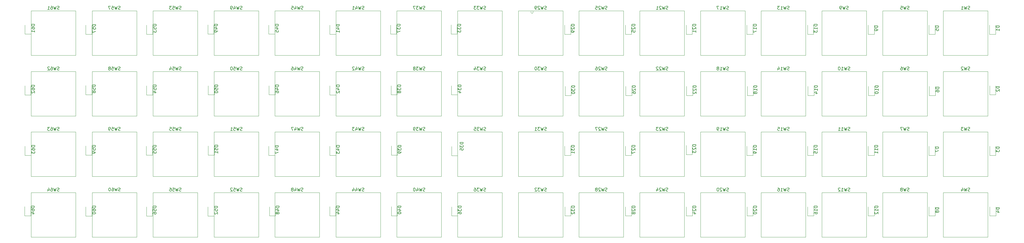
<source format=gbr>
%TF.GenerationSoftware,KiCad,Pcbnew,6.0.7-f9a2dced07~116~ubuntu20.04.1*%
%TF.CreationDate,2022-10-16T12:29:11-07:00*%
%TF.ProjectId,keyboard,6b657962-6f61-4726-942e-6b696361645f,rev?*%
%TF.SameCoordinates,Original*%
%TF.FileFunction,Legend,Bot*%
%TF.FilePolarity,Positive*%
%FSLAX46Y46*%
G04 Gerber Fmt 4.6, Leading zero omitted, Abs format (unit mm)*
G04 Created by KiCad (PCBNEW 6.0.7-f9a2dced07~116~ubuntu20.04.1) date 2022-10-16 12:29:11*
%MOMM*%
%LPD*%
G01*
G04 APERTURE LIST*
%ADD10C,0.150000*%
%ADD11C,0.120000*%
G04 APERTURE END LIST*
D10*
%TO.C,SW22*%
X268469523Y-128380761D02*
X268326666Y-128428380D01*
X268088571Y-128428380D01*
X267993333Y-128380761D01*
X267945714Y-128333142D01*
X267898095Y-128237904D01*
X267898095Y-128142666D01*
X267945714Y-128047428D01*
X267993333Y-127999809D01*
X268088571Y-127952190D01*
X268279047Y-127904571D01*
X268374285Y-127856952D01*
X268421904Y-127809333D01*
X268469523Y-127714095D01*
X268469523Y-127618857D01*
X268421904Y-127523619D01*
X268374285Y-127476000D01*
X268279047Y-127428380D01*
X268040952Y-127428380D01*
X267898095Y-127476000D01*
X267564761Y-127428380D02*
X267326666Y-128428380D01*
X267136190Y-127714095D01*
X266945714Y-128428380D01*
X266707619Y-127428380D01*
X266374285Y-127523619D02*
X266326666Y-127476000D01*
X266231428Y-127428380D01*
X265993333Y-127428380D01*
X265898095Y-127476000D01*
X265850476Y-127523619D01*
X265802857Y-127618857D01*
X265802857Y-127714095D01*
X265850476Y-127856952D01*
X266421904Y-128428380D01*
X265802857Y-128428380D01*
X265421904Y-127523619D02*
X265374285Y-127476000D01*
X265279047Y-127428380D01*
X265040952Y-127428380D01*
X264945714Y-127476000D01*
X264898095Y-127523619D01*
X264850476Y-127618857D01*
X264850476Y-127714095D01*
X264898095Y-127856952D01*
X265469523Y-128428380D01*
X264850476Y-128428380D01*
%TO.C,D55*%
X108147380Y-152083214D02*
X107147380Y-152083214D01*
X107147380Y-152321309D01*
X107195000Y-152464166D01*
X107290238Y-152559404D01*
X107385476Y-152607023D01*
X107575952Y-152654642D01*
X107718809Y-152654642D01*
X107909285Y-152607023D01*
X108004523Y-152559404D01*
X108099761Y-152464166D01*
X108147380Y-152321309D01*
X108147380Y-152083214D01*
X107147380Y-153559404D02*
X107147380Y-153083214D01*
X107623571Y-153035595D01*
X107575952Y-153083214D01*
X107528333Y-153178452D01*
X107528333Y-153416547D01*
X107575952Y-153511785D01*
X107623571Y-153559404D01*
X107718809Y-153607023D01*
X107956904Y-153607023D01*
X108052142Y-153559404D01*
X108099761Y-153511785D01*
X108147380Y-153416547D01*
X108147380Y-153178452D01*
X108099761Y-153083214D01*
X108052142Y-153035595D01*
X107147380Y-154511785D02*
X107147380Y-154035595D01*
X107623571Y-153987976D01*
X107575952Y-154035595D01*
X107528333Y-154130833D01*
X107528333Y-154368928D01*
X107575952Y-154464166D01*
X107623571Y-154511785D01*
X107718809Y-154559404D01*
X107956904Y-154559404D01*
X108052142Y-154511785D01*
X108099761Y-154464166D01*
X108147380Y-154368928D01*
X108147380Y-154130833D01*
X108099761Y-154035595D01*
X108052142Y-153987976D01*
%TO.C,D17*%
X296247380Y-114083214D02*
X295247380Y-114083214D01*
X295247380Y-114321309D01*
X295295000Y-114464166D01*
X295390238Y-114559404D01*
X295485476Y-114607023D01*
X295675952Y-114654642D01*
X295818809Y-114654642D01*
X296009285Y-114607023D01*
X296104523Y-114559404D01*
X296199761Y-114464166D01*
X296247380Y-114321309D01*
X296247380Y-114083214D01*
X296247380Y-115607023D02*
X296247380Y-115035595D01*
X296247380Y-115321309D02*
X295247380Y-115321309D01*
X295390238Y-115226071D01*
X295485476Y-115130833D01*
X295533095Y-115035595D01*
X295247380Y-115940357D02*
X295247380Y-116607023D01*
X296247380Y-116178452D01*
%TO.C,SW29*%
X230417023Y-109330761D02*
X230274166Y-109378380D01*
X230036071Y-109378380D01*
X229940833Y-109330761D01*
X229893214Y-109283142D01*
X229845595Y-109187904D01*
X229845595Y-109092666D01*
X229893214Y-108997428D01*
X229940833Y-108949809D01*
X230036071Y-108902190D01*
X230226547Y-108854571D01*
X230321785Y-108806952D01*
X230369404Y-108759333D01*
X230417023Y-108664095D01*
X230417023Y-108568857D01*
X230369404Y-108473619D01*
X230321785Y-108426000D01*
X230226547Y-108378380D01*
X229988452Y-108378380D01*
X229845595Y-108426000D01*
X229512261Y-108378380D02*
X229274166Y-109378380D01*
X229083690Y-108664095D01*
X228893214Y-109378380D01*
X228655119Y-108378380D01*
X228321785Y-108473619D02*
X228274166Y-108426000D01*
X228178928Y-108378380D01*
X227940833Y-108378380D01*
X227845595Y-108426000D01*
X227797976Y-108473619D01*
X227750357Y-108568857D01*
X227750357Y-108664095D01*
X227797976Y-108806952D01*
X228369404Y-109378380D01*
X227750357Y-109378380D01*
X227274166Y-109378380D02*
X227083690Y-109378380D01*
X226988452Y-109330761D01*
X226940833Y-109283142D01*
X226845595Y-109140285D01*
X226797976Y-108949809D01*
X226797976Y-108568857D01*
X226845595Y-108473619D01*
X226893214Y-108426000D01*
X226988452Y-108378380D01*
X227178928Y-108378380D01*
X227274166Y-108426000D01*
X227321785Y-108473619D01*
X227369404Y-108568857D01*
X227369404Y-108806952D01*
X227321785Y-108902190D01*
X227274166Y-108949809D01*
X227178928Y-108997428D01*
X226988452Y-108997428D01*
X226893214Y-108949809D01*
X226845595Y-108902190D01*
X226797976Y-108806952D01*
%TO.C,SW7*%
X344050833Y-147340761D02*
X343907976Y-147388380D01*
X343669880Y-147388380D01*
X343574642Y-147340761D01*
X343527023Y-147293142D01*
X343479404Y-147197904D01*
X343479404Y-147102666D01*
X343527023Y-147007428D01*
X343574642Y-146959809D01*
X343669880Y-146912190D01*
X343860357Y-146864571D01*
X343955595Y-146816952D01*
X344003214Y-146769333D01*
X344050833Y-146674095D01*
X344050833Y-146578857D01*
X344003214Y-146483619D01*
X343955595Y-146436000D01*
X343860357Y-146388380D01*
X343622261Y-146388380D01*
X343479404Y-146436000D01*
X343146071Y-146388380D02*
X342907976Y-147388380D01*
X342717500Y-146674095D01*
X342527023Y-147388380D01*
X342288928Y-146388380D01*
X342003214Y-146388380D02*
X341336547Y-146388380D01*
X341765119Y-147388380D01*
%TO.C,D33*%
X203592380Y-114043214D02*
X202592380Y-114043214D01*
X202592380Y-114281309D01*
X202640000Y-114424166D01*
X202735238Y-114519404D01*
X202830476Y-114567023D01*
X203020952Y-114614642D01*
X203163809Y-114614642D01*
X203354285Y-114567023D01*
X203449523Y-114519404D01*
X203544761Y-114424166D01*
X203592380Y-114281309D01*
X203592380Y-114043214D01*
X202592380Y-114947976D02*
X202592380Y-115567023D01*
X202973333Y-115233690D01*
X202973333Y-115376547D01*
X203020952Y-115471785D01*
X203068571Y-115519404D01*
X203163809Y-115567023D01*
X203401904Y-115567023D01*
X203497142Y-115519404D01*
X203544761Y-115471785D01*
X203592380Y-115376547D01*
X203592380Y-115090833D01*
X203544761Y-114995595D01*
X203497142Y-114947976D01*
X202592380Y-115900357D02*
X202592380Y-116519404D01*
X202973333Y-116186071D01*
X202973333Y-116328928D01*
X203020952Y-116424166D01*
X203068571Y-116471785D01*
X203163809Y-116519404D01*
X203401904Y-116519404D01*
X203497142Y-116471785D01*
X203544761Y-116424166D01*
X203592380Y-116328928D01*
X203592380Y-116043214D01*
X203544761Y-115947976D01*
X203497142Y-115900357D01*
%TO.C,D12*%
X334289880Y-171133214D02*
X333289880Y-171133214D01*
X333289880Y-171371309D01*
X333337500Y-171514166D01*
X333432738Y-171609404D01*
X333527976Y-171657023D01*
X333718452Y-171704642D01*
X333861309Y-171704642D01*
X334051785Y-171657023D01*
X334147023Y-171609404D01*
X334242261Y-171514166D01*
X334289880Y-171371309D01*
X334289880Y-171133214D01*
X334289880Y-172657023D02*
X334289880Y-172085595D01*
X334289880Y-172371309D02*
X333289880Y-172371309D01*
X333432738Y-172276071D01*
X333527976Y-172180833D01*
X333575595Y-172085595D01*
X333385119Y-173037976D02*
X333337500Y-173085595D01*
X333289880Y-173180833D01*
X333289880Y-173418928D01*
X333337500Y-173514166D01*
X333385119Y-173561785D01*
X333480357Y-173609404D01*
X333575595Y-173609404D01*
X333718452Y-173561785D01*
X334289880Y-172990357D01*
X334289880Y-173609404D01*
%TO.C,SW34*%
X211367023Y-128380761D02*
X211224166Y-128428380D01*
X210986071Y-128428380D01*
X210890833Y-128380761D01*
X210843214Y-128333142D01*
X210795595Y-128237904D01*
X210795595Y-128142666D01*
X210843214Y-128047428D01*
X210890833Y-127999809D01*
X210986071Y-127952190D01*
X211176547Y-127904571D01*
X211271785Y-127856952D01*
X211319404Y-127809333D01*
X211367023Y-127714095D01*
X211367023Y-127618857D01*
X211319404Y-127523619D01*
X211271785Y-127476000D01*
X211176547Y-127428380D01*
X210938452Y-127428380D01*
X210795595Y-127476000D01*
X210462261Y-127428380D02*
X210224166Y-128428380D01*
X210033690Y-127714095D01*
X209843214Y-128428380D01*
X209605119Y-127428380D01*
X209319404Y-127428380D02*
X208700357Y-127428380D01*
X209033690Y-127809333D01*
X208890833Y-127809333D01*
X208795595Y-127856952D01*
X208747976Y-127904571D01*
X208700357Y-127999809D01*
X208700357Y-128237904D01*
X208747976Y-128333142D01*
X208795595Y-128380761D01*
X208890833Y-128428380D01*
X209176547Y-128428380D01*
X209271785Y-128380761D01*
X209319404Y-128333142D01*
X207843214Y-127761714D02*
X207843214Y-128428380D01*
X208081309Y-127380761D02*
X208319404Y-128095047D01*
X207700357Y-128095047D01*
%TO.C,SW46*%
X154169523Y-128380761D02*
X154026666Y-128428380D01*
X153788571Y-128428380D01*
X153693333Y-128380761D01*
X153645714Y-128333142D01*
X153598095Y-128237904D01*
X153598095Y-128142666D01*
X153645714Y-128047428D01*
X153693333Y-127999809D01*
X153788571Y-127952190D01*
X153979047Y-127904571D01*
X154074285Y-127856952D01*
X154121904Y-127809333D01*
X154169523Y-127714095D01*
X154169523Y-127618857D01*
X154121904Y-127523619D01*
X154074285Y-127476000D01*
X153979047Y-127428380D01*
X153740952Y-127428380D01*
X153598095Y-127476000D01*
X153264761Y-127428380D02*
X153026666Y-128428380D01*
X152836190Y-127714095D01*
X152645714Y-128428380D01*
X152407619Y-127428380D01*
X151598095Y-127761714D02*
X151598095Y-128428380D01*
X151836190Y-127380761D02*
X152074285Y-128095047D01*
X151455238Y-128095047D01*
X150645714Y-127428380D02*
X150836190Y-127428380D01*
X150931428Y-127476000D01*
X150979047Y-127523619D01*
X151074285Y-127666476D01*
X151121904Y-127856952D01*
X151121904Y-128237904D01*
X151074285Y-128333142D01*
X151026666Y-128380761D01*
X150931428Y-128428380D01*
X150740952Y-128428380D01*
X150645714Y-128380761D01*
X150598095Y-128333142D01*
X150550476Y-128237904D01*
X150550476Y-127999809D01*
X150598095Y-127904571D01*
X150645714Y-127856952D01*
X150740952Y-127809333D01*
X150931428Y-127809333D01*
X151026666Y-127856952D01*
X151074285Y-127904571D01*
X151121904Y-127999809D01*
%TO.C,SW45*%
X154169523Y-109330761D02*
X154026666Y-109378380D01*
X153788571Y-109378380D01*
X153693333Y-109330761D01*
X153645714Y-109283142D01*
X153598095Y-109187904D01*
X153598095Y-109092666D01*
X153645714Y-108997428D01*
X153693333Y-108949809D01*
X153788571Y-108902190D01*
X153979047Y-108854571D01*
X154074285Y-108806952D01*
X154121904Y-108759333D01*
X154169523Y-108664095D01*
X154169523Y-108568857D01*
X154121904Y-108473619D01*
X154074285Y-108426000D01*
X153979047Y-108378380D01*
X153740952Y-108378380D01*
X153598095Y-108426000D01*
X153264761Y-108378380D02*
X153026666Y-109378380D01*
X152836190Y-108664095D01*
X152645714Y-109378380D01*
X152407619Y-108378380D01*
X151598095Y-108711714D02*
X151598095Y-109378380D01*
X151836190Y-108330761D02*
X152074285Y-109045047D01*
X151455238Y-109045047D01*
X150598095Y-108378380D02*
X151074285Y-108378380D01*
X151121904Y-108854571D01*
X151074285Y-108806952D01*
X150979047Y-108759333D01*
X150740952Y-108759333D01*
X150645714Y-108806952D01*
X150598095Y-108854571D01*
X150550476Y-108949809D01*
X150550476Y-109187904D01*
X150598095Y-109283142D01*
X150645714Y-109330761D01*
X150740952Y-109378380D01*
X150979047Y-109378380D01*
X151074285Y-109330761D01*
X151121904Y-109283142D01*
%TO.C,D2*%
X372322380Y-133581904D02*
X371322380Y-133581904D01*
X371322380Y-133820000D01*
X371370000Y-133962857D01*
X371465238Y-134058095D01*
X371560476Y-134105714D01*
X371750952Y-134153333D01*
X371893809Y-134153333D01*
X372084285Y-134105714D01*
X372179523Y-134058095D01*
X372274761Y-133962857D01*
X372322380Y-133820000D01*
X372322380Y-133581904D01*
X371417619Y-134534285D02*
X371370000Y-134581904D01*
X371322380Y-134677142D01*
X371322380Y-134915238D01*
X371370000Y-135010476D01*
X371417619Y-135058095D01*
X371512857Y-135105714D01*
X371608095Y-135105714D01*
X371750952Y-135058095D01*
X372322380Y-134486666D01*
X372322380Y-135105714D01*
%TO.C,D26*%
X258312380Y-133348214D02*
X257312380Y-133348214D01*
X257312380Y-133586309D01*
X257360000Y-133729166D01*
X257455238Y-133824404D01*
X257550476Y-133872023D01*
X257740952Y-133919642D01*
X257883809Y-133919642D01*
X258074285Y-133872023D01*
X258169523Y-133824404D01*
X258264761Y-133729166D01*
X258312380Y-133586309D01*
X258312380Y-133348214D01*
X257407619Y-134300595D02*
X257360000Y-134348214D01*
X257312380Y-134443452D01*
X257312380Y-134681547D01*
X257360000Y-134776785D01*
X257407619Y-134824404D01*
X257502857Y-134872023D01*
X257598095Y-134872023D01*
X257740952Y-134824404D01*
X258312380Y-134252976D01*
X258312380Y-134872023D01*
X257312380Y-135729166D02*
X257312380Y-135538690D01*
X257360000Y-135443452D01*
X257407619Y-135395833D01*
X257550476Y-135300595D01*
X257740952Y-135252976D01*
X258121904Y-135252976D01*
X258217142Y-135300595D01*
X258264761Y-135348214D01*
X258312380Y-135443452D01*
X258312380Y-135633928D01*
X258264761Y-135729166D01*
X258217142Y-135776785D01*
X258121904Y-135824404D01*
X257883809Y-135824404D01*
X257788571Y-135776785D01*
X257740952Y-135729166D01*
X257693333Y-135633928D01*
X257693333Y-135443452D01*
X257740952Y-135348214D01*
X257788571Y-135300595D01*
X257883809Y-135252976D01*
%TO.C,SW30*%
X230417023Y-128380761D02*
X230274166Y-128428380D01*
X230036071Y-128428380D01*
X229940833Y-128380761D01*
X229893214Y-128333142D01*
X229845595Y-128237904D01*
X229845595Y-128142666D01*
X229893214Y-128047428D01*
X229940833Y-127999809D01*
X230036071Y-127952190D01*
X230226547Y-127904571D01*
X230321785Y-127856952D01*
X230369404Y-127809333D01*
X230417023Y-127714095D01*
X230417023Y-127618857D01*
X230369404Y-127523619D01*
X230321785Y-127476000D01*
X230226547Y-127428380D01*
X229988452Y-127428380D01*
X229845595Y-127476000D01*
X229512261Y-127428380D02*
X229274166Y-128428380D01*
X229083690Y-127714095D01*
X228893214Y-128428380D01*
X228655119Y-127428380D01*
X228369404Y-127428380D02*
X227750357Y-127428380D01*
X228083690Y-127809333D01*
X227940833Y-127809333D01*
X227845595Y-127856952D01*
X227797976Y-127904571D01*
X227750357Y-127999809D01*
X227750357Y-128237904D01*
X227797976Y-128333142D01*
X227845595Y-128380761D01*
X227940833Y-128428380D01*
X228226547Y-128428380D01*
X228321785Y-128380761D01*
X228369404Y-128333142D01*
X227131309Y-127428380D02*
X227036071Y-127428380D01*
X226940833Y-127476000D01*
X226893214Y-127523619D01*
X226845595Y-127618857D01*
X226797976Y-127809333D01*
X226797976Y-128047428D01*
X226845595Y-128237904D01*
X226893214Y-128333142D01*
X226940833Y-128380761D01*
X227036071Y-128428380D01*
X227131309Y-128428380D01*
X227226547Y-128380761D01*
X227274166Y-128333142D01*
X227321785Y-128237904D01*
X227369404Y-128047428D01*
X227369404Y-127809333D01*
X227321785Y-127618857D01*
X227274166Y-127523619D01*
X227226547Y-127476000D01*
X227131309Y-127428380D01*
%TO.C,D48*%
X146682380Y-171123214D02*
X145682380Y-171123214D01*
X145682380Y-171361309D01*
X145730000Y-171504166D01*
X145825238Y-171599404D01*
X145920476Y-171647023D01*
X146110952Y-171694642D01*
X146253809Y-171694642D01*
X146444285Y-171647023D01*
X146539523Y-171599404D01*
X146634761Y-171504166D01*
X146682380Y-171361309D01*
X146682380Y-171123214D01*
X146015714Y-172551785D02*
X146682380Y-172551785D01*
X145634761Y-172313690D02*
X146349047Y-172075595D01*
X146349047Y-172694642D01*
X146110952Y-173218452D02*
X146063333Y-173123214D01*
X146015714Y-173075595D01*
X145920476Y-173027976D01*
X145872857Y-173027976D01*
X145777619Y-173075595D01*
X145730000Y-173123214D01*
X145682380Y-173218452D01*
X145682380Y-173408928D01*
X145730000Y-173504166D01*
X145777619Y-173551785D01*
X145872857Y-173599404D01*
X145920476Y-173599404D01*
X146015714Y-173551785D01*
X146063333Y-173504166D01*
X146110952Y-173408928D01*
X146110952Y-173218452D01*
X146158571Y-173123214D01*
X146206190Y-173075595D01*
X146301428Y-173027976D01*
X146491904Y-173027976D01*
X146587142Y-173075595D01*
X146634761Y-173123214D01*
X146682380Y-173218452D01*
X146682380Y-173408928D01*
X146634761Y-173504166D01*
X146587142Y-173551785D01*
X146491904Y-173599404D01*
X146301428Y-173599404D01*
X146206190Y-173551785D01*
X146158571Y-173504166D01*
X146110952Y-173408928D01*
%TO.C,D21*%
X277244880Y-114083214D02*
X276244880Y-114083214D01*
X276244880Y-114321309D01*
X276292500Y-114464166D01*
X276387738Y-114559404D01*
X276482976Y-114607023D01*
X276673452Y-114654642D01*
X276816309Y-114654642D01*
X277006785Y-114607023D01*
X277102023Y-114559404D01*
X277197261Y-114464166D01*
X277244880Y-114321309D01*
X277244880Y-114083214D01*
X276340119Y-115035595D02*
X276292500Y-115083214D01*
X276244880Y-115178452D01*
X276244880Y-115416547D01*
X276292500Y-115511785D01*
X276340119Y-115559404D01*
X276435357Y-115607023D01*
X276530595Y-115607023D01*
X276673452Y-115559404D01*
X277244880Y-114987976D01*
X277244880Y-115607023D01*
X277244880Y-116559404D02*
X277244880Y-115987976D01*
X277244880Y-116273690D02*
X276244880Y-116273690D01*
X276387738Y-116178452D01*
X276482976Y-116083214D01*
X276530595Y-115987976D01*
%TO.C,D36*%
X203749880Y-171133214D02*
X202749880Y-171133214D01*
X202749880Y-171371309D01*
X202797500Y-171514166D01*
X202892738Y-171609404D01*
X202987976Y-171657023D01*
X203178452Y-171704642D01*
X203321309Y-171704642D01*
X203511785Y-171657023D01*
X203607023Y-171609404D01*
X203702261Y-171514166D01*
X203749880Y-171371309D01*
X203749880Y-171133214D01*
X202749880Y-172037976D02*
X202749880Y-172657023D01*
X203130833Y-172323690D01*
X203130833Y-172466547D01*
X203178452Y-172561785D01*
X203226071Y-172609404D01*
X203321309Y-172657023D01*
X203559404Y-172657023D01*
X203654642Y-172609404D01*
X203702261Y-172561785D01*
X203749880Y-172466547D01*
X203749880Y-172180833D01*
X203702261Y-172085595D01*
X203654642Y-172037976D01*
X202749880Y-173514166D02*
X202749880Y-173323690D01*
X202797500Y-173228452D01*
X202845119Y-173180833D01*
X202987976Y-173085595D01*
X203178452Y-173037976D01*
X203559404Y-173037976D01*
X203654642Y-173085595D01*
X203702261Y-173133214D01*
X203749880Y-173228452D01*
X203749880Y-173418928D01*
X203702261Y-173514166D01*
X203654642Y-173561785D01*
X203559404Y-173609404D01*
X203321309Y-173609404D01*
X203226071Y-173561785D01*
X203178452Y-173514166D01*
X203130833Y-173418928D01*
X203130833Y-173228452D01*
X203178452Y-173133214D01*
X203226071Y-173085595D01*
X203321309Y-173037976D01*
%TO.C,SW31*%
X230417023Y-147340761D02*
X230274166Y-147388380D01*
X230036071Y-147388380D01*
X229940833Y-147340761D01*
X229893214Y-147293142D01*
X229845595Y-147197904D01*
X229845595Y-147102666D01*
X229893214Y-147007428D01*
X229940833Y-146959809D01*
X230036071Y-146912190D01*
X230226547Y-146864571D01*
X230321785Y-146816952D01*
X230369404Y-146769333D01*
X230417023Y-146674095D01*
X230417023Y-146578857D01*
X230369404Y-146483619D01*
X230321785Y-146436000D01*
X230226547Y-146388380D01*
X229988452Y-146388380D01*
X229845595Y-146436000D01*
X229512261Y-146388380D02*
X229274166Y-147388380D01*
X229083690Y-146674095D01*
X228893214Y-147388380D01*
X228655119Y-146388380D01*
X228369404Y-146388380D02*
X227750357Y-146388380D01*
X228083690Y-146769333D01*
X227940833Y-146769333D01*
X227845595Y-146816952D01*
X227797976Y-146864571D01*
X227750357Y-146959809D01*
X227750357Y-147197904D01*
X227797976Y-147293142D01*
X227845595Y-147340761D01*
X227940833Y-147388380D01*
X228226547Y-147388380D01*
X228321785Y-147340761D01*
X228369404Y-147293142D01*
X226797976Y-147388380D02*
X227369404Y-147388380D01*
X227083690Y-147388380D02*
X227083690Y-146388380D01*
X227178928Y-146531238D01*
X227274166Y-146626476D01*
X227369404Y-146674095D01*
%TO.C,D46*%
X146542380Y-133118214D02*
X145542380Y-133118214D01*
X145542380Y-133356309D01*
X145590000Y-133499166D01*
X145685238Y-133594404D01*
X145780476Y-133642023D01*
X145970952Y-133689642D01*
X146113809Y-133689642D01*
X146304285Y-133642023D01*
X146399523Y-133594404D01*
X146494761Y-133499166D01*
X146542380Y-133356309D01*
X146542380Y-133118214D01*
X145875714Y-134546785D02*
X146542380Y-134546785D01*
X145494761Y-134308690D02*
X146209047Y-134070595D01*
X146209047Y-134689642D01*
X145542380Y-135499166D02*
X145542380Y-135308690D01*
X145590000Y-135213452D01*
X145637619Y-135165833D01*
X145780476Y-135070595D01*
X145970952Y-135022976D01*
X146351904Y-135022976D01*
X146447142Y-135070595D01*
X146494761Y-135118214D01*
X146542380Y-135213452D01*
X146542380Y-135403928D01*
X146494761Y-135499166D01*
X146447142Y-135546785D01*
X146351904Y-135594404D01*
X146113809Y-135594404D01*
X146018571Y-135546785D01*
X145970952Y-135499166D01*
X145923333Y-135403928D01*
X145923333Y-135213452D01*
X145970952Y-135118214D01*
X146018571Y-135070595D01*
X146113809Y-135022976D01*
%TO.C,D34*%
X203712380Y-133115714D02*
X202712380Y-133115714D01*
X202712380Y-133353809D01*
X202760000Y-133496666D01*
X202855238Y-133591904D01*
X202950476Y-133639523D01*
X203140952Y-133687142D01*
X203283809Y-133687142D01*
X203474285Y-133639523D01*
X203569523Y-133591904D01*
X203664761Y-133496666D01*
X203712380Y-133353809D01*
X203712380Y-133115714D01*
X202712380Y-134020476D02*
X202712380Y-134639523D01*
X203093333Y-134306190D01*
X203093333Y-134449047D01*
X203140952Y-134544285D01*
X203188571Y-134591904D01*
X203283809Y-134639523D01*
X203521904Y-134639523D01*
X203617142Y-134591904D01*
X203664761Y-134544285D01*
X203712380Y-134449047D01*
X203712380Y-134163333D01*
X203664761Y-134068095D01*
X203617142Y-134020476D01*
X203045714Y-135496666D02*
X203712380Y-135496666D01*
X202664761Y-135258571D02*
X203379047Y-135020476D01*
X203379047Y-135639523D01*
%TO.C,D13*%
X315249880Y-114083214D02*
X314249880Y-114083214D01*
X314249880Y-114321309D01*
X314297500Y-114464166D01*
X314392738Y-114559404D01*
X314487976Y-114607023D01*
X314678452Y-114654642D01*
X314821309Y-114654642D01*
X315011785Y-114607023D01*
X315107023Y-114559404D01*
X315202261Y-114464166D01*
X315249880Y-114321309D01*
X315249880Y-114083214D01*
X315249880Y-115607023D02*
X315249880Y-115035595D01*
X315249880Y-115321309D02*
X314249880Y-115321309D01*
X314392738Y-115226071D01*
X314487976Y-115130833D01*
X314535595Y-115035595D01*
X314249880Y-115940357D02*
X314249880Y-116559404D01*
X314630833Y-116226071D01*
X314630833Y-116368928D01*
X314678452Y-116464166D01*
X314726071Y-116511785D01*
X314821309Y-116559404D01*
X315059404Y-116559404D01*
X315154642Y-116511785D01*
X315202261Y-116464166D01*
X315249880Y-116368928D01*
X315249880Y-116083214D01*
X315202261Y-115987976D01*
X315154642Y-115940357D01*
%TO.C,D64*%
X70002380Y-171113214D02*
X69002380Y-171113214D01*
X69002380Y-171351309D01*
X69050000Y-171494166D01*
X69145238Y-171589404D01*
X69240476Y-171637023D01*
X69430952Y-171684642D01*
X69573809Y-171684642D01*
X69764285Y-171637023D01*
X69859523Y-171589404D01*
X69954761Y-171494166D01*
X70002380Y-171351309D01*
X70002380Y-171113214D01*
X69002380Y-172541785D02*
X69002380Y-172351309D01*
X69050000Y-172256071D01*
X69097619Y-172208452D01*
X69240476Y-172113214D01*
X69430952Y-172065595D01*
X69811904Y-172065595D01*
X69907142Y-172113214D01*
X69954761Y-172160833D01*
X70002380Y-172256071D01*
X70002380Y-172446547D01*
X69954761Y-172541785D01*
X69907142Y-172589404D01*
X69811904Y-172637023D01*
X69573809Y-172637023D01*
X69478571Y-172589404D01*
X69430952Y-172541785D01*
X69383333Y-172446547D01*
X69383333Y-172256071D01*
X69430952Y-172160833D01*
X69478571Y-172113214D01*
X69573809Y-172065595D01*
X69335714Y-173494166D02*
X70002380Y-173494166D01*
X68954761Y-173256071D02*
X69669047Y-173017976D01*
X69669047Y-173637023D01*
%TO.C,D5*%
X353302380Y-114559404D02*
X352302380Y-114559404D01*
X352302380Y-114797500D01*
X352350000Y-114940357D01*
X352445238Y-115035595D01*
X352540476Y-115083214D01*
X352730952Y-115130833D01*
X352873809Y-115130833D01*
X353064285Y-115083214D01*
X353159523Y-115035595D01*
X353254761Y-114940357D01*
X353302380Y-114797500D01*
X353302380Y-114559404D01*
X352302380Y-116035595D02*
X352302380Y-115559404D01*
X352778571Y-115511785D01*
X352730952Y-115559404D01*
X352683333Y-115654642D01*
X352683333Y-115892738D01*
X352730952Y-115987976D01*
X352778571Y-116035595D01*
X352873809Y-116083214D01*
X353111904Y-116083214D01*
X353207142Y-116035595D01*
X353254761Y-115987976D01*
X353302380Y-115892738D01*
X353302380Y-115654642D01*
X353254761Y-115559404D01*
X353207142Y-115511785D01*
%TO.C,SW10*%
X325477023Y-128380761D02*
X325334166Y-128428380D01*
X325096071Y-128428380D01*
X325000833Y-128380761D01*
X324953214Y-128333142D01*
X324905595Y-128237904D01*
X324905595Y-128142666D01*
X324953214Y-128047428D01*
X325000833Y-127999809D01*
X325096071Y-127952190D01*
X325286547Y-127904571D01*
X325381785Y-127856952D01*
X325429404Y-127809333D01*
X325477023Y-127714095D01*
X325477023Y-127618857D01*
X325429404Y-127523619D01*
X325381785Y-127476000D01*
X325286547Y-127428380D01*
X325048452Y-127428380D01*
X324905595Y-127476000D01*
X324572261Y-127428380D02*
X324334166Y-128428380D01*
X324143690Y-127714095D01*
X323953214Y-128428380D01*
X323715119Y-127428380D01*
X322810357Y-128428380D02*
X323381785Y-128428380D01*
X323096071Y-128428380D02*
X323096071Y-127428380D01*
X323191309Y-127571238D01*
X323286547Y-127666476D01*
X323381785Y-127714095D01*
X322191309Y-127428380D02*
X322096071Y-127428380D01*
X322000833Y-127476000D01*
X321953214Y-127523619D01*
X321905595Y-127618857D01*
X321857976Y-127809333D01*
X321857976Y-128047428D01*
X321905595Y-128237904D01*
X321953214Y-128333142D01*
X322000833Y-128380761D01*
X322096071Y-128428380D01*
X322191309Y-128428380D01*
X322286547Y-128380761D01*
X322334166Y-128333142D01*
X322381785Y-128237904D01*
X322429404Y-128047428D01*
X322429404Y-127809333D01*
X322381785Y-127618857D01*
X322334166Y-127523619D01*
X322286547Y-127476000D01*
X322191309Y-127428380D01*
%TO.C,SW55*%
X115974523Y-147340761D02*
X115831666Y-147388380D01*
X115593571Y-147388380D01*
X115498333Y-147340761D01*
X115450714Y-147293142D01*
X115403095Y-147197904D01*
X115403095Y-147102666D01*
X115450714Y-147007428D01*
X115498333Y-146959809D01*
X115593571Y-146912190D01*
X115784047Y-146864571D01*
X115879285Y-146816952D01*
X115926904Y-146769333D01*
X115974523Y-146674095D01*
X115974523Y-146578857D01*
X115926904Y-146483619D01*
X115879285Y-146436000D01*
X115784047Y-146388380D01*
X115545952Y-146388380D01*
X115403095Y-146436000D01*
X115069761Y-146388380D02*
X114831666Y-147388380D01*
X114641190Y-146674095D01*
X114450714Y-147388380D01*
X114212619Y-146388380D01*
X113355476Y-146388380D02*
X113831666Y-146388380D01*
X113879285Y-146864571D01*
X113831666Y-146816952D01*
X113736428Y-146769333D01*
X113498333Y-146769333D01*
X113403095Y-146816952D01*
X113355476Y-146864571D01*
X113307857Y-146959809D01*
X113307857Y-147197904D01*
X113355476Y-147293142D01*
X113403095Y-147340761D01*
X113498333Y-147388380D01*
X113736428Y-147388380D01*
X113831666Y-147340761D01*
X113879285Y-147293142D01*
X112403095Y-146388380D02*
X112879285Y-146388380D01*
X112926904Y-146864571D01*
X112879285Y-146816952D01*
X112784047Y-146769333D01*
X112545952Y-146769333D01*
X112450714Y-146816952D01*
X112403095Y-146864571D01*
X112355476Y-146959809D01*
X112355476Y-147197904D01*
X112403095Y-147293142D01*
X112450714Y-147340761D01*
X112545952Y-147388380D01*
X112784047Y-147388380D01*
X112879285Y-147340761D01*
X112926904Y-147293142D01*
%TO.C,D56*%
X108167380Y-171163214D02*
X107167380Y-171163214D01*
X107167380Y-171401309D01*
X107215000Y-171544166D01*
X107310238Y-171639404D01*
X107405476Y-171687023D01*
X107595952Y-171734642D01*
X107738809Y-171734642D01*
X107929285Y-171687023D01*
X108024523Y-171639404D01*
X108119761Y-171544166D01*
X108167380Y-171401309D01*
X108167380Y-171163214D01*
X107167380Y-172639404D02*
X107167380Y-172163214D01*
X107643571Y-172115595D01*
X107595952Y-172163214D01*
X107548333Y-172258452D01*
X107548333Y-172496547D01*
X107595952Y-172591785D01*
X107643571Y-172639404D01*
X107738809Y-172687023D01*
X107976904Y-172687023D01*
X108072142Y-172639404D01*
X108119761Y-172591785D01*
X108167380Y-172496547D01*
X108167380Y-172258452D01*
X108119761Y-172163214D01*
X108072142Y-172115595D01*
X107167380Y-173544166D02*
X107167380Y-173353690D01*
X107215000Y-173258452D01*
X107262619Y-173210833D01*
X107405476Y-173115595D01*
X107595952Y-173067976D01*
X107976904Y-173067976D01*
X108072142Y-173115595D01*
X108119761Y-173163214D01*
X108167380Y-173258452D01*
X108167380Y-173448928D01*
X108119761Y-173544166D01*
X108072142Y-173591785D01*
X107976904Y-173639404D01*
X107738809Y-173639404D01*
X107643571Y-173591785D01*
X107595952Y-173544166D01*
X107548333Y-173448928D01*
X107548333Y-173258452D01*
X107595952Y-173163214D01*
X107643571Y-173115595D01*
X107738809Y-173067976D01*
%TO.C,D29*%
X239192380Y-114083214D02*
X238192380Y-114083214D01*
X238192380Y-114321309D01*
X238240000Y-114464166D01*
X238335238Y-114559404D01*
X238430476Y-114607023D01*
X238620952Y-114654642D01*
X238763809Y-114654642D01*
X238954285Y-114607023D01*
X239049523Y-114559404D01*
X239144761Y-114464166D01*
X239192380Y-114321309D01*
X239192380Y-114083214D01*
X238287619Y-115035595D02*
X238240000Y-115083214D01*
X238192380Y-115178452D01*
X238192380Y-115416547D01*
X238240000Y-115511785D01*
X238287619Y-115559404D01*
X238382857Y-115607023D01*
X238478095Y-115607023D01*
X238620952Y-115559404D01*
X239192380Y-114987976D01*
X239192380Y-115607023D01*
X239192380Y-116083214D02*
X239192380Y-116273690D01*
X239144761Y-116368928D01*
X239097142Y-116416547D01*
X238954285Y-116511785D01*
X238763809Y-116559404D01*
X238382857Y-116559404D01*
X238287619Y-116511785D01*
X238240000Y-116464166D01*
X238192380Y-116368928D01*
X238192380Y-116178452D01*
X238240000Y-116083214D01*
X238287619Y-116035595D01*
X238382857Y-115987976D01*
X238620952Y-115987976D01*
X238716190Y-116035595D01*
X238763809Y-116083214D01*
X238811428Y-116178452D01*
X238811428Y-116368928D01*
X238763809Y-116464166D01*
X238716190Y-116511785D01*
X238620952Y-116559404D01*
%TO.C,D60*%
X89179880Y-171143214D02*
X88179880Y-171143214D01*
X88179880Y-171381309D01*
X88227500Y-171524166D01*
X88322738Y-171619404D01*
X88417976Y-171667023D01*
X88608452Y-171714642D01*
X88751309Y-171714642D01*
X88941785Y-171667023D01*
X89037023Y-171619404D01*
X89132261Y-171524166D01*
X89179880Y-171381309D01*
X89179880Y-171143214D01*
X88179880Y-172571785D02*
X88179880Y-172381309D01*
X88227500Y-172286071D01*
X88275119Y-172238452D01*
X88417976Y-172143214D01*
X88608452Y-172095595D01*
X88989404Y-172095595D01*
X89084642Y-172143214D01*
X89132261Y-172190833D01*
X89179880Y-172286071D01*
X89179880Y-172476547D01*
X89132261Y-172571785D01*
X89084642Y-172619404D01*
X88989404Y-172667023D01*
X88751309Y-172667023D01*
X88656071Y-172619404D01*
X88608452Y-172571785D01*
X88560833Y-172476547D01*
X88560833Y-172286071D01*
X88608452Y-172190833D01*
X88656071Y-172143214D01*
X88751309Y-172095595D01*
X88179880Y-173286071D02*
X88179880Y-173381309D01*
X88227500Y-173476547D01*
X88275119Y-173524166D01*
X88370357Y-173571785D01*
X88560833Y-173619404D01*
X88798928Y-173619404D01*
X88989404Y-173571785D01*
X89084642Y-173524166D01*
X89132261Y-173476547D01*
X89179880Y-173381309D01*
X89179880Y-173286071D01*
X89132261Y-173190833D01*
X89084642Y-173143214D01*
X88989404Y-173095595D01*
X88798928Y-173047976D01*
X88560833Y-173047976D01*
X88370357Y-173095595D01*
X88275119Y-173143214D01*
X88227500Y-173190833D01*
X88179880Y-173286071D01*
%TO.C,D58*%
X89149880Y-133065714D02*
X88149880Y-133065714D01*
X88149880Y-133303809D01*
X88197500Y-133446666D01*
X88292738Y-133541904D01*
X88387976Y-133589523D01*
X88578452Y-133637142D01*
X88721309Y-133637142D01*
X88911785Y-133589523D01*
X89007023Y-133541904D01*
X89102261Y-133446666D01*
X89149880Y-133303809D01*
X89149880Y-133065714D01*
X88149880Y-134541904D02*
X88149880Y-134065714D01*
X88626071Y-134018095D01*
X88578452Y-134065714D01*
X88530833Y-134160952D01*
X88530833Y-134399047D01*
X88578452Y-134494285D01*
X88626071Y-134541904D01*
X88721309Y-134589523D01*
X88959404Y-134589523D01*
X89054642Y-134541904D01*
X89102261Y-134494285D01*
X89149880Y-134399047D01*
X89149880Y-134160952D01*
X89102261Y-134065714D01*
X89054642Y-134018095D01*
X88578452Y-135160952D02*
X88530833Y-135065714D01*
X88483214Y-135018095D01*
X88387976Y-134970476D01*
X88340357Y-134970476D01*
X88245119Y-135018095D01*
X88197500Y-135065714D01*
X88149880Y-135160952D01*
X88149880Y-135351428D01*
X88197500Y-135446666D01*
X88245119Y-135494285D01*
X88340357Y-135541904D01*
X88387976Y-135541904D01*
X88483214Y-135494285D01*
X88530833Y-135446666D01*
X88578452Y-135351428D01*
X88578452Y-135160952D01*
X88626071Y-135065714D01*
X88673690Y-135018095D01*
X88768928Y-134970476D01*
X88959404Y-134970476D01*
X89054642Y-135018095D01*
X89102261Y-135065714D01*
X89149880Y-135160952D01*
X89149880Y-135351428D01*
X89102261Y-135446666D01*
X89054642Y-135494285D01*
X88959404Y-135541904D01*
X88768928Y-135541904D01*
X88673690Y-135494285D01*
X88626071Y-135446666D01*
X88578452Y-135351428D01*
%TO.C,SW27*%
X249419523Y-147340761D02*
X249276666Y-147388380D01*
X249038571Y-147388380D01*
X248943333Y-147340761D01*
X248895714Y-147293142D01*
X248848095Y-147197904D01*
X248848095Y-147102666D01*
X248895714Y-147007428D01*
X248943333Y-146959809D01*
X249038571Y-146912190D01*
X249229047Y-146864571D01*
X249324285Y-146816952D01*
X249371904Y-146769333D01*
X249419523Y-146674095D01*
X249419523Y-146578857D01*
X249371904Y-146483619D01*
X249324285Y-146436000D01*
X249229047Y-146388380D01*
X248990952Y-146388380D01*
X248848095Y-146436000D01*
X248514761Y-146388380D02*
X248276666Y-147388380D01*
X248086190Y-146674095D01*
X247895714Y-147388380D01*
X247657619Y-146388380D01*
X247324285Y-146483619D02*
X247276666Y-146436000D01*
X247181428Y-146388380D01*
X246943333Y-146388380D01*
X246848095Y-146436000D01*
X246800476Y-146483619D01*
X246752857Y-146578857D01*
X246752857Y-146674095D01*
X246800476Y-146816952D01*
X247371904Y-147388380D01*
X246752857Y-147388380D01*
X246419523Y-146388380D02*
X245752857Y-146388380D01*
X246181428Y-147388380D01*
%TO.C,SW43*%
X173267023Y-147340761D02*
X173124166Y-147388380D01*
X172886071Y-147388380D01*
X172790833Y-147340761D01*
X172743214Y-147293142D01*
X172695595Y-147197904D01*
X172695595Y-147102666D01*
X172743214Y-147007428D01*
X172790833Y-146959809D01*
X172886071Y-146912190D01*
X173076547Y-146864571D01*
X173171785Y-146816952D01*
X173219404Y-146769333D01*
X173267023Y-146674095D01*
X173267023Y-146578857D01*
X173219404Y-146483619D01*
X173171785Y-146436000D01*
X173076547Y-146388380D01*
X172838452Y-146388380D01*
X172695595Y-146436000D01*
X172362261Y-146388380D02*
X172124166Y-147388380D01*
X171933690Y-146674095D01*
X171743214Y-147388380D01*
X171505119Y-146388380D01*
X170695595Y-146721714D02*
X170695595Y-147388380D01*
X170933690Y-146340761D02*
X171171785Y-147055047D01*
X170552738Y-147055047D01*
X170267023Y-146388380D02*
X169647976Y-146388380D01*
X169981309Y-146769333D01*
X169838452Y-146769333D01*
X169743214Y-146816952D01*
X169695595Y-146864571D01*
X169647976Y-146959809D01*
X169647976Y-147197904D01*
X169695595Y-147293142D01*
X169743214Y-147340761D01*
X169838452Y-147388380D01*
X170124166Y-147388380D01*
X170219404Y-147340761D01*
X170267023Y-147293142D01*
%TO.C,SW5*%
X344050833Y-109330761D02*
X343907976Y-109378380D01*
X343669880Y-109378380D01*
X343574642Y-109330761D01*
X343527023Y-109283142D01*
X343479404Y-109187904D01*
X343479404Y-109092666D01*
X343527023Y-108997428D01*
X343574642Y-108949809D01*
X343669880Y-108902190D01*
X343860357Y-108854571D01*
X343955595Y-108806952D01*
X344003214Y-108759333D01*
X344050833Y-108664095D01*
X344050833Y-108568857D01*
X344003214Y-108473619D01*
X343955595Y-108426000D01*
X343860357Y-108378380D01*
X343622261Y-108378380D01*
X343479404Y-108426000D01*
X343146071Y-108378380D02*
X342907976Y-109378380D01*
X342717500Y-108664095D01*
X342527023Y-109378380D01*
X342288928Y-108378380D01*
X341431785Y-108378380D02*
X341907976Y-108378380D01*
X341955595Y-108854571D01*
X341907976Y-108806952D01*
X341812738Y-108759333D01*
X341574642Y-108759333D01*
X341479404Y-108806952D01*
X341431785Y-108854571D01*
X341384166Y-108949809D01*
X341384166Y-109187904D01*
X341431785Y-109283142D01*
X341479404Y-109330761D01*
X341574642Y-109378380D01*
X341812738Y-109378380D01*
X341907976Y-109330761D01*
X341955595Y-109283142D01*
%TO.C,D38*%
X184797380Y-133108214D02*
X183797380Y-133108214D01*
X183797380Y-133346309D01*
X183845000Y-133489166D01*
X183940238Y-133584404D01*
X184035476Y-133632023D01*
X184225952Y-133679642D01*
X184368809Y-133679642D01*
X184559285Y-133632023D01*
X184654523Y-133584404D01*
X184749761Y-133489166D01*
X184797380Y-133346309D01*
X184797380Y-133108214D01*
X183797380Y-134012976D02*
X183797380Y-134632023D01*
X184178333Y-134298690D01*
X184178333Y-134441547D01*
X184225952Y-134536785D01*
X184273571Y-134584404D01*
X184368809Y-134632023D01*
X184606904Y-134632023D01*
X184702142Y-134584404D01*
X184749761Y-134536785D01*
X184797380Y-134441547D01*
X184797380Y-134155833D01*
X184749761Y-134060595D01*
X184702142Y-134012976D01*
X184225952Y-135203452D02*
X184178333Y-135108214D01*
X184130714Y-135060595D01*
X184035476Y-135012976D01*
X183987857Y-135012976D01*
X183892619Y-135060595D01*
X183845000Y-135108214D01*
X183797380Y-135203452D01*
X183797380Y-135393928D01*
X183845000Y-135489166D01*
X183892619Y-135536785D01*
X183987857Y-135584404D01*
X184035476Y-135584404D01*
X184130714Y-135536785D01*
X184178333Y-135489166D01*
X184225952Y-135393928D01*
X184225952Y-135203452D01*
X184273571Y-135108214D01*
X184321190Y-135060595D01*
X184416428Y-135012976D01*
X184606904Y-135012976D01*
X184702142Y-135060595D01*
X184749761Y-135108214D01*
X184797380Y-135203452D01*
X184797380Y-135393928D01*
X184749761Y-135489166D01*
X184702142Y-135536785D01*
X184606904Y-135584404D01*
X184416428Y-135584404D01*
X184321190Y-135536785D01*
X184273571Y-135489166D01*
X184225952Y-135393928D01*
%TO.C,SW56*%
X115974523Y-166390761D02*
X115831666Y-166438380D01*
X115593571Y-166438380D01*
X115498333Y-166390761D01*
X115450714Y-166343142D01*
X115403095Y-166247904D01*
X115403095Y-166152666D01*
X115450714Y-166057428D01*
X115498333Y-166009809D01*
X115593571Y-165962190D01*
X115784047Y-165914571D01*
X115879285Y-165866952D01*
X115926904Y-165819333D01*
X115974523Y-165724095D01*
X115974523Y-165628857D01*
X115926904Y-165533619D01*
X115879285Y-165486000D01*
X115784047Y-165438380D01*
X115545952Y-165438380D01*
X115403095Y-165486000D01*
X115069761Y-165438380D02*
X114831666Y-166438380D01*
X114641190Y-165724095D01*
X114450714Y-166438380D01*
X114212619Y-165438380D01*
X113355476Y-165438380D02*
X113831666Y-165438380D01*
X113879285Y-165914571D01*
X113831666Y-165866952D01*
X113736428Y-165819333D01*
X113498333Y-165819333D01*
X113403095Y-165866952D01*
X113355476Y-165914571D01*
X113307857Y-166009809D01*
X113307857Y-166247904D01*
X113355476Y-166343142D01*
X113403095Y-166390761D01*
X113498333Y-166438380D01*
X113736428Y-166438380D01*
X113831666Y-166390761D01*
X113879285Y-166343142D01*
X112450714Y-165438380D02*
X112641190Y-165438380D01*
X112736428Y-165486000D01*
X112784047Y-165533619D01*
X112879285Y-165676476D01*
X112926904Y-165866952D01*
X112926904Y-166247904D01*
X112879285Y-166343142D01*
X112831666Y-166390761D01*
X112736428Y-166438380D01*
X112545952Y-166438380D01*
X112450714Y-166390761D01*
X112403095Y-166343142D01*
X112355476Y-166247904D01*
X112355476Y-166009809D01*
X112403095Y-165914571D01*
X112450714Y-165866952D01*
X112545952Y-165819333D01*
X112736428Y-165819333D01*
X112831666Y-165866952D01*
X112879285Y-165914571D01*
X112926904Y-166009809D01*
%TO.C,SW63*%
X77779523Y-147340761D02*
X77636666Y-147388380D01*
X77398571Y-147388380D01*
X77303333Y-147340761D01*
X77255714Y-147293142D01*
X77208095Y-147197904D01*
X77208095Y-147102666D01*
X77255714Y-147007428D01*
X77303333Y-146959809D01*
X77398571Y-146912190D01*
X77589047Y-146864571D01*
X77684285Y-146816952D01*
X77731904Y-146769333D01*
X77779523Y-146674095D01*
X77779523Y-146578857D01*
X77731904Y-146483619D01*
X77684285Y-146436000D01*
X77589047Y-146388380D01*
X77350952Y-146388380D01*
X77208095Y-146436000D01*
X76874761Y-146388380D02*
X76636666Y-147388380D01*
X76446190Y-146674095D01*
X76255714Y-147388380D01*
X76017619Y-146388380D01*
X75208095Y-146388380D02*
X75398571Y-146388380D01*
X75493809Y-146436000D01*
X75541428Y-146483619D01*
X75636666Y-146626476D01*
X75684285Y-146816952D01*
X75684285Y-147197904D01*
X75636666Y-147293142D01*
X75589047Y-147340761D01*
X75493809Y-147388380D01*
X75303333Y-147388380D01*
X75208095Y-147340761D01*
X75160476Y-147293142D01*
X75112857Y-147197904D01*
X75112857Y-146959809D01*
X75160476Y-146864571D01*
X75208095Y-146816952D01*
X75303333Y-146769333D01*
X75493809Y-146769333D01*
X75589047Y-146816952D01*
X75636666Y-146864571D01*
X75684285Y-146959809D01*
X74779523Y-146388380D02*
X74160476Y-146388380D01*
X74493809Y-146769333D01*
X74350952Y-146769333D01*
X74255714Y-146816952D01*
X74208095Y-146864571D01*
X74160476Y-146959809D01*
X74160476Y-147197904D01*
X74208095Y-147293142D01*
X74255714Y-147340761D01*
X74350952Y-147388380D01*
X74636666Y-147388380D01*
X74731904Y-147340761D01*
X74779523Y-147293142D01*
%TO.C,D30*%
X239309880Y-133348214D02*
X238309880Y-133348214D01*
X238309880Y-133586309D01*
X238357500Y-133729166D01*
X238452738Y-133824404D01*
X238547976Y-133872023D01*
X238738452Y-133919642D01*
X238881309Y-133919642D01*
X239071785Y-133872023D01*
X239167023Y-133824404D01*
X239262261Y-133729166D01*
X239309880Y-133586309D01*
X239309880Y-133348214D01*
X238309880Y-134252976D02*
X238309880Y-134872023D01*
X238690833Y-134538690D01*
X238690833Y-134681547D01*
X238738452Y-134776785D01*
X238786071Y-134824404D01*
X238881309Y-134872023D01*
X239119404Y-134872023D01*
X239214642Y-134824404D01*
X239262261Y-134776785D01*
X239309880Y-134681547D01*
X239309880Y-134395833D01*
X239262261Y-134300595D01*
X239214642Y-134252976D01*
X238309880Y-135491071D02*
X238309880Y-135586309D01*
X238357500Y-135681547D01*
X238405119Y-135729166D01*
X238500357Y-135776785D01*
X238690833Y-135824404D01*
X238928928Y-135824404D01*
X239119404Y-135776785D01*
X239214642Y-135729166D01*
X239262261Y-135681547D01*
X239309880Y-135586309D01*
X239309880Y-135491071D01*
X239262261Y-135395833D01*
X239214642Y-135348214D01*
X239119404Y-135300595D01*
X238928928Y-135252976D01*
X238690833Y-135252976D01*
X238500357Y-135300595D01*
X238405119Y-135348214D01*
X238357500Y-135395833D01*
X238309880Y-135491071D01*
%TO.C,SW59*%
X96877023Y-147340761D02*
X96734166Y-147388380D01*
X96496071Y-147388380D01*
X96400833Y-147340761D01*
X96353214Y-147293142D01*
X96305595Y-147197904D01*
X96305595Y-147102666D01*
X96353214Y-147007428D01*
X96400833Y-146959809D01*
X96496071Y-146912190D01*
X96686547Y-146864571D01*
X96781785Y-146816952D01*
X96829404Y-146769333D01*
X96877023Y-146674095D01*
X96877023Y-146578857D01*
X96829404Y-146483619D01*
X96781785Y-146436000D01*
X96686547Y-146388380D01*
X96448452Y-146388380D01*
X96305595Y-146436000D01*
X95972261Y-146388380D02*
X95734166Y-147388380D01*
X95543690Y-146674095D01*
X95353214Y-147388380D01*
X95115119Y-146388380D01*
X94257976Y-146388380D02*
X94734166Y-146388380D01*
X94781785Y-146864571D01*
X94734166Y-146816952D01*
X94638928Y-146769333D01*
X94400833Y-146769333D01*
X94305595Y-146816952D01*
X94257976Y-146864571D01*
X94210357Y-146959809D01*
X94210357Y-147197904D01*
X94257976Y-147293142D01*
X94305595Y-147340761D01*
X94400833Y-147388380D01*
X94638928Y-147388380D01*
X94734166Y-147340761D01*
X94781785Y-147293142D01*
X93734166Y-147388380D02*
X93543690Y-147388380D01*
X93448452Y-147340761D01*
X93400833Y-147293142D01*
X93305595Y-147150285D01*
X93257976Y-146959809D01*
X93257976Y-146578857D01*
X93305595Y-146483619D01*
X93353214Y-146436000D01*
X93448452Y-146388380D01*
X93638928Y-146388380D01*
X93734166Y-146436000D01*
X93781785Y-146483619D01*
X93829404Y-146578857D01*
X93829404Y-146816952D01*
X93781785Y-146912190D01*
X93734166Y-146959809D01*
X93638928Y-147007428D01*
X93448452Y-147007428D01*
X93353214Y-146959809D01*
X93305595Y-146912190D01*
X93257976Y-146816952D01*
%TO.C,D20*%
X296284880Y-171133214D02*
X295284880Y-171133214D01*
X295284880Y-171371309D01*
X295332500Y-171514166D01*
X295427738Y-171609404D01*
X295522976Y-171657023D01*
X295713452Y-171704642D01*
X295856309Y-171704642D01*
X296046785Y-171657023D01*
X296142023Y-171609404D01*
X296237261Y-171514166D01*
X296284880Y-171371309D01*
X296284880Y-171133214D01*
X295380119Y-172085595D02*
X295332500Y-172133214D01*
X295284880Y-172228452D01*
X295284880Y-172466547D01*
X295332500Y-172561785D01*
X295380119Y-172609404D01*
X295475357Y-172657023D01*
X295570595Y-172657023D01*
X295713452Y-172609404D01*
X296284880Y-172037976D01*
X296284880Y-172657023D01*
X295284880Y-173276071D02*
X295284880Y-173371309D01*
X295332500Y-173466547D01*
X295380119Y-173514166D01*
X295475357Y-173561785D01*
X295665833Y-173609404D01*
X295903928Y-173609404D01*
X296094404Y-173561785D01*
X296189642Y-173514166D01*
X296237261Y-173466547D01*
X296284880Y-173371309D01*
X296284880Y-173276071D01*
X296237261Y-173180833D01*
X296189642Y-173133214D01*
X296094404Y-173085595D01*
X295903928Y-173037976D01*
X295665833Y-173037976D01*
X295475357Y-173085595D01*
X295380119Y-173133214D01*
X295332500Y-173180833D01*
X295284880Y-173276071D01*
%TO.C,SW60*%
X96919523Y-166370761D02*
X96776666Y-166418380D01*
X96538571Y-166418380D01*
X96443333Y-166370761D01*
X96395714Y-166323142D01*
X96348095Y-166227904D01*
X96348095Y-166132666D01*
X96395714Y-166037428D01*
X96443333Y-165989809D01*
X96538571Y-165942190D01*
X96729047Y-165894571D01*
X96824285Y-165846952D01*
X96871904Y-165799333D01*
X96919523Y-165704095D01*
X96919523Y-165608857D01*
X96871904Y-165513619D01*
X96824285Y-165466000D01*
X96729047Y-165418380D01*
X96490952Y-165418380D01*
X96348095Y-165466000D01*
X96014761Y-165418380D02*
X95776666Y-166418380D01*
X95586190Y-165704095D01*
X95395714Y-166418380D01*
X95157619Y-165418380D01*
X94348095Y-165418380D02*
X94538571Y-165418380D01*
X94633809Y-165466000D01*
X94681428Y-165513619D01*
X94776666Y-165656476D01*
X94824285Y-165846952D01*
X94824285Y-166227904D01*
X94776666Y-166323142D01*
X94729047Y-166370761D01*
X94633809Y-166418380D01*
X94443333Y-166418380D01*
X94348095Y-166370761D01*
X94300476Y-166323142D01*
X94252857Y-166227904D01*
X94252857Y-165989809D01*
X94300476Y-165894571D01*
X94348095Y-165846952D01*
X94443333Y-165799333D01*
X94633809Y-165799333D01*
X94729047Y-165846952D01*
X94776666Y-165894571D01*
X94824285Y-165989809D01*
X93633809Y-165418380D02*
X93538571Y-165418380D01*
X93443333Y-165466000D01*
X93395714Y-165513619D01*
X93348095Y-165608857D01*
X93300476Y-165799333D01*
X93300476Y-166037428D01*
X93348095Y-166227904D01*
X93395714Y-166323142D01*
X93443333Y-166370761D01*
X93538571Y-166418380D01*
X93633809Y-166418380D01*
X93729047Y-166370761D01*
X93776666Y-166323142D01*
X93824285Y-166227904D01*
X93871904Y-166037428D01*
X93871904Y-165799333D01*
X93824285Y-165608857D01*
X93776666Y-165513619D01*
X93729047Y-165466000D01*
X93633809Y-165418380D01*
%TO.C,D42*%
X165612380Y-133138214D02*
X164612380Y-133138214D01*
X164612380Y-133376309D01*
X164660000Y-133519166D01*
X164755238Y-133614404D01*
X164850476Y-133662023D01*
X165040952Y-133709642D01*
X165183809Y-133709642D01*
X165374285Y-133662023D01*
X165469523Y-133614404D01*
X165564761Y-133519166D01*
X165612380Y-133376309D01*
X165612380Y-133138214D01*
X164945714Y-134566785D02*
X165612380Y-134566785D01*
X164564761Y-134328690D02*
X165279047Y-134090595D01*
X165279047Y-134709642D01*
X164707619Y-135042976D02*
X164660000Y-135090595D01*
X164612380Y-135185833D01*
X164612380Y-135423928D01*
X164660000Y-135519166D01*
X164707619Y-135566785D01*
X164802857Y-135614404D01*
X164898095Y-135614404D01*
X165040952Y-135566785D01*
X165612380Y-134995357D01*
X165612380Y-135614404D01*
%TO.C,SW52*%
X135072023Y-166390761D02*
X134929166Y-166438380D01*
X134691071Y-166438380D01*
X134595833Y-166390761D01*
X134548214Y-166343142D01*
X134500595Y-166247904D01*
X134500595Y-166152666D01*
X134548214Y-166057428D01*
X134595833Y-166009809D01*
X134691071Y-165962190D01*
X134881547Y-165914571D01*
X134976785Y-165866952D01*
X135024404Y-165819333D01*
X135072023Y-165724095D01*
X135072023Y-165628857D01*
X135024404Y-165533619D01*
X134976785Y-165486000D01*
X134881547Y-165438380D01*
X134643452Y-165438380D01*
X134500595Y-165486000D01*
X134167261Y-165438380D02*
X133929166Y-166438380D01*
X133738690Y-165724095D01*
X133548214Y-166438380D01*
X133310119Y-165438380D01*
X132452976Y-165438380D02*
X132929166Y-165438380D01*
X132976785Y-165914571D01*
X132929166Y-165866952D01*
X132833928Y-165819333D01*
X132595833Y-165819333D01*
X132500595Y-165866952D01*
X132452976Y-165914571D01*
X132405357Y-166009809D01*
X132405357Y-166247904D01*
X132452976Y-166343142D01*
X132500595Y-166390761D01*
X132595833Y-166438380D01*
X132833928Y-166438380D01*
X132929166Y-166390761D01*
X132976785Y-166343142D01*
X132024404Y-165533619D02*
X131976785Y-165486000D01*
X131881547Y-165438380D01*
X131643452Y-165438380D01*
X131548214Y-165486000D01*
X131500595Y-165533619D01*
X131452976Y-165628857D01*
X131452976Y-165724095D01*
X131500595Y-165866952D01*
X132072023Y-166438380D01*
X131452976Y-166438380D01*
%TO.C,D22*%
X277362380Y-133348214D02*
X276362380Y-133348214D01*
X276362380Y-133586309D01*
X276410000Y-133729166D01*
X276505238Y-133824404D01*
X276600476Y-133872023D01*
X276790952Y-133919642D01*
X276933809Y-133919642D01*
X277124285Y-133872023D01*
X277219523Y-133824404D01*
X277314761Y-133729166D01*
X277362380Y-133586309D01*
X277362380Y-133348214D01*
X276457619Y-134300595D02*
X276410000Y-134348214D01*
X276362380Y-134443452D01*
X276362380Y-134681547D01*
X276410000Y-134776785D01*
X276457619Y-134824404D01*
X276552857Y-134872023D01*
X276648095Y-134872023D01*
X276790952Y-134824404D01*
X277362380Y-134252976D01*
X277362380Y-134872023D01*
X276457619Y-135252976D02*
X276410000Y-135300595D01*
X276362380Y-135395833D01*
X276362380Y-135633928D01*
X276410000Y-135729166D01*
X276457619Y-135776785D01*
X276552857Y-135824404D01*
X276648095Y-135824404D01*
X276790952Y-135776785D01*
X277362380Y-135205357D01*
X277362380Y-135824404D01*
%TO.C,D19*%
X296254880Y-152093214D02*
X295254880Y-152093214D01*
X295254880Y-152331309D01*
X295302500Y-152474166D01*
X295397738Y-152569404D01*
X295492976Y-152617023D01*
X295683452Y-152664642D01*
X295826309Y-152664642D01*
X296016785Y-152617023D01*
X296112023Y-152569404D01*
X296207261Y-152474166D01*
X296254880Y-152331309D01*
X296254880Y-152093214D01*
X296254880Y-153617023D02*
X296254880Y-153045595D01*
X296254880Y-153331309D02*
X295254880Y-153331309D01*
X295397738Y-153236071D01*
X295492976Y-153140833D01*
X295540595Y-153045595D01*
X296254880Y-154093214D02*
X296254880Y-154283690D01*
X296207261Y-154378928D01*
X296159642Y-154426547D01*
X296016785Y-154521785D01*
X295826309Y-154569404D01*
X295445357Y-154569404D01*
X295350119Y-154521785D01*
X295302500Y-154474166D01*
X295254880Y-154378928D01*
X295254880Y-154188452D01*
X295302500Y-154093214D01*
X295350119Y-154045595D01*
X295445357Y-153997976D01*
X295683452Y-153997976D01*
X295778690Y-154045595D01*
X295826309Y-154093214D01*
X295873928Y-154188452D01*
X295873928Y-154378928D01*
X295826309Y-154474166D01*
X295778690Y-154521785D01*
X295683452Y-154569404D01*
%TO.C,D32*%
X239229880Y-171133214D02*
X238229880Y-171133214D01*
X238229880Y-171371309D01*
X238277500Y-171514166D01*
X238372738Y-171609404D01*
X238467976Y-171657023D01*
X238658452Y-171704642D01*
X238801309Y-171704642D01*
X238991785Y-171657023D01*
X239087023Y-171609404D01*
X239182261Y-171514166D01*
X239229880Y-171371309D01*
X239229880Y-171133214D01*
X238229880Y-172037976D02*
X238229880Y-172657023D01*
X238610833Y-172323690D01*
X238610833Y-172466547D01*
X238658452Y-172561785D01*
X238706071Y-172609404D01*
X238801309Y-172657023D01*
X239039404Y-172657023D01*
X239134642Y-172609404D01*
X239182261Y-172561785D01*
X239229880Y-172466547D01*
X239229880Y-172180833D01*
X239182261Y-172085595D01*
X239134642Y-172037976D01*
X238325119Y-173037976D02*
X238277500Y-173085595D01*
X238229880Y-173180833D01*
X238229880Y-173418928D01*
X238277500Y-173514166D01*
X238325119Y-173561785D01*
X238420357Y-173609404D01*
X238515595Y-173609404D01*
X238658452Y-173561785D01*
X239229880Y-172990357D01*
X239229880Y-173609404D01*
%TO.C,D3*%
X372312380Y-152569404D02*
X371312380Y-152569404D01*
X371312380Y-152807500D01*
X371360000Y-152950357D01*
X371455238Y-153045595D01*
X371550476Y-153093214D01*
X371740952Y-153140833D01*
X371883809Y-153140833D01*
X372074285Y-153093214D01*
X372169523Y-153045595D01*
X372264761Y-152950357D01*
X372312380Y-152807500D01*
X372312380Y-152569404D01*
X371312380Y-153474166D02*
X371312380Y-154093214D01*
X371693333Y-153759880D01*
X371693333Y-153902738D01*
X371740952Y-153997976D01*
X371788571Y-154045595D01*
X371883809Y-154093214D01*
X372121904Y-154093214D01*
X372217142Y-154045595D01*
X372264761Y-153997976D01*
X372312380Y-153902738D01*
X372312380Y-153617023D01*
X372264761Y-153521785D01*
X372217142Y-153474166D01*
%TO.C,SW37*%
X192364523Y-109330761D02*
X192221666Y-109378380D01*
X191983571Y-109378380D01*
X191888333Y-109330761D01*
X191840714Y-109283142D01*
X191793095Y-109187904D01*
X191793095Y-109092666D01*
X191840714Y-108997428D01*
X191888333Y-108949809D01*
X191983571Y-108902190D01*
X192174047Y-108854571D01*
X192269285Y-108806952D01*
X192316904Y-108759333D01*
X192364523Y-108664095D01*
X192364523Y-108568857D01*
X192316904Y-108473619D01*
X192269285Y-108426000D01*
X192174047Y-108378380D01*
X191935952Y-108378380D01*
X191793095Y-108426000D01*
X191459761Y-108378380D02*
X191221666Y-109378380D01*
X191031190Y-108664095D01*
X190840714Y-109378380D01*
X190602619Y-108378380D01*
X190316904Y-108378380D02*
X189697857Y-108378380D01*
X190031190Y-108759333D01*
X189888333Y-108759333D01*
X189793095Y-108806952D01*
X189745476Y-108854571D01*
X189697857Y-108949809D01*
X189697857Y-109187904D01*
X189745476Y-109283142D01*
X189793095Y-109330761D01*
X189888333Y-109378380D01*
X190174047Y-109378380D01*
X190269285Y-109330761D01*
X190316904Y-109283142D01*
X189364523Y-108378380D02*
X188697857Y-108378380D01*
X189126428Y-109378380D01*
%TO.C,SW18*%
X287472023Y-128380761D02*
X287329166Y-128428380D01*
X287091071Y-128428380D01*
X286995833Y-128380761D01*
X286948214Y-128333142D01*
X286900595Y-128237904D01*
X286900595Y-128142666D01*
X286948214Y-128047428D01*
X286995833Y-127999809D01*
X287091071Y-127952190D01*
X287281547Y-127904571D01*
X287376785Y-127856952D01*
X287424404Y-127809333D01*
X287472023Y-127714095D01*
X287472023Y-127618857D01*
X287424404Y-127523619D01*
X287376785Y-127476000D01*
X287281547Y-127428380D01*
X287043452Y-127428380D01*
X286900595Y-127476000D01*
X286567261Y-127428380D02*
X286329166Y-128428380D01*
X286138690Y-127714095D01*
X285948214Y-128428380D01*
X285710119Y-127428380D01*
X284805357Y-128428380D02*
X285376785Y-128428380D01*
X285091071Y-128428380D02*
X285091071Y-127428380D01*
X285186309Y-127571238D01*
X285281547Y-127666476D01*
X285376785Y-127714095D01*
X284233928Y-127856952D02*
X284329166Y-127809333D01*
X284376785Y-127761714D01*
X284424404Y-127666476D01*
X284424404Y-127618857D01*
X284376785Y-127523619D01*
X284329166Y-127476000D01*
X284233928Y-127428380D01*
X284043452Y-127428380D01*
X283948214Y-127476000D01*
X283900595Y-127523619D01*
X283852976Y-127618857D01*
X283852976Y-127666476D01*
X283900595Y-127761714D01*
X283948214Y-127809333D01*
X284043452Y-127856952D01*
X284233928Y-127856952D01*
X284329166Y-127904571D01*
X284376785Y-127952190D01*
X284424404Y-128047428D01*
X284424404Y-128237904D01*
X284376785Y-128333142D01*
X284329166Y-128380761D01*
X284233928Y-128428380D01*
X284043452Y-128428380D01*
X283948214Y-128380761D01*
X283900595Y-128333142D01*
X283852976Y-128237904D01*
X283852976Y-128047428D01*
X283900595Y-127952190D01*
X283948214Y-127904571D01*
X284043452Y-127856952D01*
%TO.C,D45*%
X146464880Y-114073214D02*
X145464880Y-114073214D01*
X145464880Y-114311309D01*
X145512500Y-114454166D01*
X145607738Y-114549404D01*
X145702976Y-114597023D01*
X145893452Y-114644642D01*
X146036309Y-114644642D01*
X146226785Y-114597023D01*
X146322023Y-114549404D01*
X146417261Y-114454166D01*
X146464880Y-114311309D01*
X146464880Y-114073214D01*
X145798214Y-115501785D02*
X146464880Y-115501785D01*
X145417261Y-115263690D02*
X146131547Y-115025595D01*
X146131547Y-115644642D01*
X145464880Y-116501785D02*
X145464880Y-116025595D01*
X145941071Y-115977976D01*
X145893452Y-116025595D01*
X145845833Y-116120833D01*
X145845833Y-116358928D01*
X145893452Y-116454166D01*
X145941071Y-116501785D01*
X146036309Y-116549404D01*
X146274404Y-116549404D01*
X146369642Y-116501785D01*
X146417261Y-116454166D01*
X146464880Y-116358928D01*
X146464880Y-116120833D01*
X146417261Y-116025595D01*
X146369642Y-115977976D01*
%TO.C,SW3*%
X363053333Y-147340761D02*
X362910476Y-147388380D01*
X362672380Y-147388380D01*
X362577142Y-147340761D01*
X362529523Y-147293142D01*
X362481904Y-147197904D01*
X362481904Y-147102666D01*
X362529523Y-147007428D01*
X362577142Y-146959809D01*
X362672380Y-146912190D01*
X362862857Y-146864571D01*
X362958095Y-146816952D01*
X363005714Y-146769333D01*
X363053333Y-146674095D01*
X363053333Y-146578857D01*
X363005714Y-146483619D01*
X362958095Y-146436000D01*
X362862857Y-146388380D01*
X362624761Y-146388380D01*
X362481904Y-146436000D01*
X362148571Y-146388380D02*
X361910476Y-147388380D01*
X361720000Y-146674095D01*
X361529523Y-147388380D01*
X361291428Y-146388380D01*
X361005714Y-146388380D02*
X360386666Y-146388380D01*
X360720000Y-146769333D01*
X360577142Y-146769333D01*
X360481904Y-146816952D01*
X360434285Y-146864571D01*
X360386666Y-146959809D01*
X360386666Y-147197904D01*
X360434285Y-147293142D01*
X360481904Y-147340761D01*
X360577142Y-147388380D01*
X360862857Y-147388380D01*
X360958095Y-147340761D01*
X361005714Y-147293142D01*
%TO.C,D50*%
X127514880Y-133105714D02*
X126514880Y-133105714D01*
X126514880Y-133343809D01*
X126562500Y-133486666D01*
X126657738Y-133581904D01*
X126752976Y-133629523D01*
X126943452Y-133677142D01*
X127086309Y-133677142D01*
X127276785Y-133629523D01*
X127372023Y-133581904D01*
X127467261Y-133486666D01*
X127514880Y-133343809D01*
X127514880Y-133105714D01*
X126514880Y-134581904D02*
X126514880Y-134105714D01*
X126991071Y-134058095D01*
X126943452Y-134105714D01*
X126895833Y-134200952D01*
X126895833Y-134439047D01*
X126943452Y-134534285D01*
X126991071Y-134581904D01*
X127086309Y-134629523D01*
X127324404Y-134629523D01*
X127419642Y-134581904D01*
X127467261Y-134534285D01*
X127514880Y-134439047D01*
X127514880Y-134200952D01*
X127467261Y-134105714D01*
X127419642Y-134058095D01*
X126514880Y-135248571D02*
X126514880Y-135343809D01*
X126562500Y-135439047D01*
X126610119Y-135486666D01*
X126705357Y-135534285D01*
X126895833Y-135581904D01*
X127133928Y-135581904D01*
X127324404Y-135534285D01*
X127419642Y-135486666D01*
X127467261Y-135439047D01*
X127514880Y-135343809D01*
X127514880Y-135248571D01*
X127467261Y-135153333D01*
X127419642Y-135105714D01*
X127324404Y-135058095D01*
X127133928Y-135010476D01*
X126895833Y-135010476D01*
X126705357Y-135058095D01*
X126610119Y-135105714D01*
X126562500Y-135153333D01*
X126514880Y-135248571D01*
%TO.C,D10*%
X334369880Y-133348214D02*
X333369880Y-133348214D01*
X333369880Y-133586309D01*
X333417500Y-133729166D01*
X333512738Y-133824404D01*
X333607976Y-133872023D01*
X333798452Y-133919642D01*
X333941309Y-133919642D01*
X334131785Y-133872023D01*
X334227023Y-133824404D01*
X334322261Y-133729166D01*
X334369880Y-133586309D01*
X334369880Y-133348214D01*
X334369880Y-134872023D02*
X334369880Y-134300595D01*
X334369880Y-134586309D02*
X333369880Y-134586309D01*
X333512738Y-134491071D01*
X333607976Y-134395833D01*
X333655595Y-134300595D01*
X333369880Y-135491071D02*
X333369880Y-135586309D01*
X333417500Y-135681547D01*
X333465119Y-135729166D01*
X333560357Y-135776785D01*
X333750833Y-135824404D01*
X333988928Y-135824404D01*
X334179404Y-135776785D01*
X334274642Y-135729166D01*
X334322261Y-135681547D01*
X334369880Y-135586309D01*
X334369880Y-135491071D01*
X334322261Y-135395833D01*
X334274642Y-135348214D01*
X334179404Y-135300595D01*
X333988928Y-135252976D01*
X333750833Y-135252976D01*
X333560357Y-135300595D01*
X333465119Y-135348214D01*
X333417500Y-135395833D01*
X333369880Y-135491071D01*
%TO.C,SW64*%
X77779523Y-166390761D02*
X77636666Y-166438380D01*
X77398571Y-166438380D01*
X77303333Y-166390761D01*
X77255714Y-166343142D01*
X77208095Y-166247904D01*
X77208095Y-166152666D01*
X77255714Y-166057428D01*
X77303333Y-166009809D01*
X77398571Y-165962190D01*
X77589047Y-165914571D01*
X77684285Y-165866952D01*
X77731904Y-165819333D01*
X77779523Y-165724095D01*
X77779523Y-165628857D01*
X77731904Y-165533619D01*
X77684285Y-165486000D01*
X77589047Y-165438380D01*
X77350952Y-165438380D01*
X77208095Y-165486000D01*
X76874761Y-165438380D02*
X76636666Y-166438380D01*
X76446190Y-165724095D01*
X76255714Y-166438380D01*
X76017619Y-165438380D01*
X75208095Y-165438380D02*
X75398571Y-165438380D01*
X75493809Y-165486000D01*
X75541428Y-165533619D01*
X75636666Y-165676476D01*
X75684285Y-165866952D01*
X75684285Y-166247904D01*
X75636666Y-166343142D01*
X75589047Y-166390761D01*
X75493809Y-166438380D01*
X75303333Y-166438380D01*
X75208095Y-166390761D01*
X75160476Y-166343142D01*
X75112857Y-166247904D01*
X75112857Y-166009809D01*
X75160476Y-165914571D01*
X75208095Y-165866952D01*
X75303333Y-165819333D01*
X75493809Y-165819333D01*
X75589047Y-165866952D01*
X75636666Y-165914571D01*
X75684285Y-166009809D01*
X74255714Y-165771714D02*
X74255714Y-166438380D01*
X74493809Y-165390761D02*
X74731904Y-166105047D01*
X74112857Y-166105047D01*
%TO.C,SW8*%
X344050833Y-166390761D02*
X343907976Y-166438380D01*
X343669880Y-166438380D01*
X343574642Y-166390761D01*
X343527023Y-166343142D01*
X343479404Y-166247904D01*
X343479404Y-166152666D01*
X343527023Y-166057428D01*
X343574642Y-166009809D01*
X343669880Y-165962190D01*
X343860357Y-165914571D01*
X343955595Y-165866952D01*
X344003214Y-165819333D01*
X344050833Y-165724095D01*
X344050833Y-165628857D01*
X344003214Y-165533619D01*
X343955595Y-165486000D01*
X343860357Y-165438380D01*
X343622261Y-165438380D01*
X343479404Y-165486000D01*
X343146071Y-165438380D02*
X342907976Y-166438380D01*
X342717500Y-165724095D01*
X342527023Y-166438380D01*
X342288928Y-165438380D01*
X341765119Y-165866952D02*
X341860357Y-165819333D01*
X341907976Y-165771714D01*
X341955595Y-165676476D01*
X341955595Y-165628857D01*
X341907976Y-165533619D01*
X341860357Y-165486000D01*
X341765119Y-165438380D01*
X341574642Y-165438380D01*
X341479404Y-165486000D01*
X341431785Y-165533619D01*
X341384166Y-165628857D01*
X341384166Y-165676476D01*
X341431785Y-165771714D01*
X341479404Y-165819333D01*
X341574642Y-165866952D01*
X341765119Y-165866952D01*
X341860357Y-165914571D01*
X341907976Y-165962190D01*
X341955595Y-166057428D01*
X341955595Y-166247904D01*
X341907976Y-166343142D01*
X341860357Y-166390761D01*
X341765119Y-166438380D01*
X341574642Y-166438380D01*
X341479404Y-166390761D01*
X341431785Y-166343142D01*
X341384166Y-166247904D01*
X341384166Y-166057428D01*
X341431785Y-165962190D01*
X341479404Y-165914571D01*
X341574642Y-165866952D01*
%TO.C,D61*%
X70082380Y-114063214D02*
X69082380Y-114063214D01*
X69082380Y-114301309D01*
X69130000Y-114444166D01*
X69225238Y-114539404D01*
X69320476Y-114587023D01*
X69510952Y-114634642D01*
X69653809Y-114634642D01*
X69844285Y-114587023D01*
X69939523Y-114539404D01*
X70034761Y-114444166D01*
X70082380Y-114301309D01*
X70082380Y-114063214D01*
X69082380Y-115491785D02*
X69082380Y-115301309D01*
X69130000Y-115206071D01*
X69177619Y-115158452D01*
X69320476Y-115063214D01*
X69510952Y-115015595D01*
X69891904Y-115015595D01*
X69987142Y-115063214D01*
X70034761Y-115110833D01*
X70082380Y-115206071D01*
X70082380Y-115396547D01*
X70034761Y-115491785D01*
X69987142Y-115539404D01*
X69891904Y-115587023D01*
X69653809Y-115587023D01*
X69558571Y-115539404D01*
X69510952Y-115491785D01*
X69463333Y-115396547D01*
X69463333Y-115206071D01*
X69510952Y-115110833D01*
X69558571Y-115063214D01*
X69653809Y-115015595D01*
X70082380Y-116539404D02*
X70082380Y-115967976D01*
X70082380Y-116253690D02*
X69082380Y-116253690D01*
X69225238Y-116158452D01*
X69320476Y-116063214D01*
X69368095Y-115967976D01*
%TO.C,D37*%
X184609880Y-114063214D02*
X183609880Y-114063214D01*
X183609880Y-114301309D01*
X183657500Y-114444166D01*
X183752738Y-114539404D01*
X183847976Y-114587023D01*
X184038452Y-114634642D01*
X184181309Y-114634642D01*
X184371785Y-114587023D01*
X184467023Y-114539404D01*
X184562261Y-114444166D01*
X184609880Y-114301309D01*
X184609880Y-114063214D01*
X183609880Y-114967976D02*
X183609880Y-115587023D01*
X183990833Y-115253690D01*
X183990833Y-115396547D01*
X184038452Y-115491785D01*
X184086071Y-115539404D01*
X184181309Y-115587023D01*
X184419404Y-115587023D01*
X184514642Y-115539404D01*
X184562261Y-115491785D01*
X184609880Y-115396547D01*
X184609880Y-115110833D01*
X184562261Y-115015595D01*
X184514642Y-114967976D01*
X183609880Y-115920357D02*
X183609880Y-116587023D01*
X184609880Y-116158452D01*
%TO.C,SW58*%
X96877023Y-128380761D02*
X96734166Y-128428380D01*
X96496071Y-128428380D01*
X96400833Y-128380761D01*
X96353214Y-128333142D01*
X96305595Y-128237904D01*
X96305595Y-128142666D01*
X96353214Y-128047428D01*
X96400833Y-127999809D01*
X96496071Y-127952190D01*
X96686547Y-127904571D01*
X96781785Y-127856952D01*
X96829404Y-127809333D01*
X96877023Y-127714095D01*
X96877023Y-127618857D01*
X96829404Y-127523619D01*
X96781785Y-127476000D01*
X96686547Y-127428380D01*
X96448452Y-127428380D01*
X96305595Y-127476000D01*
X95972261Y-127428380D02*
X95734166Y-128428380D01*
X95543690Y-127714095D01*
X95353214Y-128428380D01*
X95115119Y-127428380D01*
X94257976Y-127428380D02*
X94734166Y-127428380D01*
X94781785Y-127904571D01*
X94734166Y-127856952D01*
X94638928Y-127809333D01*
X94400833Y-127809333D01*
X94305595Y-127856952D01*
X94257976Y-127904571D01*
X94210357Y-127999809D01*
X94210357Y-128237904D01*
X94257976Y-128333142D01*
X94305595Y-128380761D01*
X94400833Y-128428380D01*
X94638928Y-128428380D01*
X94734166Y-128380761D01*
X94781785Y-128333142D01*
X93638928Y-127856952D02*
X93734166Y-127809333D01*
X93781785Y-127761714D01*
X93829404Y-127666476D01*
X93829404Y-127618857D01*
X93781785Y-127523619D01*
X93734166Y-127476000D01*
X93638928Y-127428380D01*
X93448452Y-127428380D01*
X93353214Y-127476000D01*
X93305595Y-127523619D01*
X93257976Y-127618857D01*
X93257976Y-127666476D01*
X93305595Y-127761714D01*
X93353214Y-127809333D01*
X93448452Y-127856952D01*
X93638928Y-127856952D01*
X93734166Y-127904571D01*
X93781785Y-127952190D01*
X93829404Y-128047428D01*
X93829404Y-128237904D01*
X93781785Y-128333142D01*
X93734166Y-128380761D01*
X93638928Y-128428380D01*
X93448452Y-128428380D01*
X93353214Y-128380761D01*
X93305595Y-128333142D01*
X93257976Y-128237904D01*
X93257976Y-128047428D01*
X93305595Y-127952190D01*
X93353214Y-127904571D01*
X93448452Y-127856952D01*
%TO.C,D62*%
X70072380Y-133173214D02*
X69072380Y-133173214D01*
X69072380Y-133411309D01*
X69120000Y-133554166D01*
X69215238Y-133649404D01*
X69310476Y-133697023D01*
X69500952Y-133744642D01*
X69643809Y-133744642D01*
X69834285Y-133697023D01*
X69929523Y-133649404D01*
X70024761Y-133554166D01*
X70072380Y-133411309D01*
X70072380Y-133173214D01*
X69072380Y-134601785D02*
X69072380Y-134411309D01*
X69120000Y-134316071D01*
X69167619Y-134268452D01*
X69310476Y-134173214D01*
X69500952Y-134125595D01*
X69881904Y-134125595D01*
X69977142Y-134173214D01*
X70024761Y-134220833D01*
X70072380Y-134316071D01*
X70072380Y-134506547D01*
X70024761Y-134601785D01*
X69977142Y-134649404D01*
X69881904Y-134697023D01*
X69643809Y-134697023D01*
X69548571Y-134649404D01*
X69500952Y-134601785D01*
X69453333Y-134506547D01*
X69453333Y-134316071D01*
X69500952Y-134220833D01*
X69548571Y-134173214D01*
X69643809Y-134125595D01*
X69167619Y-135077976D02*
X69120000Y-135125595D01*
X69072380Y-135220833D01*
X69072380Y-135458928D01*
X69120000Y-135554166D01*
X69167619Y-135601785D01*
X69262857Y-135649404D01*
X69358095Y-135649404D01*
X69500952Y-135601785D01*
X70072380Y-135030357D01*
X70072380Y-135649404D01*
%TO.C,D6*%
X353419880Y-133824404D02*
X352419880Y-133824404D01*
X352419880Y-134062500D01*
X352467500Y-134205357D01*
X352562738Y-134300595D01*
X352657976Y-134348214D01*
X352848452Y-134395833D01*
X352991309Y-134395833D01*
X353181785Y-134348214D01*
X353277023Y-134300595D01*
X353372261Y-134205357D01*
X353419880Y-134062500D01*
X353419880Y-133824404D01*
X352419880Y-135252976D02*
X352419880Y-135062500D01*
X352467500Y-134967261D01*
X352515119Y-134919642D01*
X352657976Y-134824404D01*
X352848452Y-134776785D01*
X353229404Y-134776785D01*
X353324642Y-134824404D01*
X353372261Y-134872023D01*
X353419880Y-134967261D01*
X353419880Y-135157738D01*
X353372261Y-135252976D01*
X353324642Y-135300595D01*
X353229404Y-135348214D01*
X352991309Y-135348214D01*
X352896071Y-135300595D01*
X352848452Y-135252976D01*
X352800833Y-135157738D01*
X352800833Y-134967261D01*
X352848452Y-134872023D01*
X352896071Y-134824404D01*
X352991309Y-134776785D01*
%TO.C,D27*%
X258202380Y-152093214D02*
X257202380Y-152093214D01*
X257202380Y-152331309D01*
X257250000Y-152474166D01*
X257345238Y-152569404D01*
X257440476Y-152617023D01*
X257630952Y-152664642D01*
X257773809Y-152664642D01*
X257964285Y-152617023D01*
X258059523Y-152569404D01*
X258154761Y-152474166D01*
X258202380Y-152331309D01*
X258202380Y-152093214D01*
X257297619Y-153045595D02*
X257250000Y-153093214D01*
X257202380Y-153188452D01*
X257202380Y-153426547D01*
X257250000Y-153521785D01*
X257297619Y-153569404D01*
X257392857Y-153617023D01*
X257488095Y-153617023D01*
X257630952Y-153569404D01*
X258202380Y-152997976D01*
X258202380Y-153617023D01*
X257202380Y-153950357D02*
X257202380Y-154617023D01*
X258202380Y-154188452D01*
%TO.C,SW44*%
X173267023Y-166390761D02*
X173124166Y-166438380D01*
X172886071Y-166438380D01*
X172790833Y-166390761D01*
X172743214Y-166343142D01*
X172695595Y-166247904D01*
X172695595Y-166152666D01*
X172743214Y-166057428D01*
X172790833Y-166009809D01*
X172886071Y-165962190D01*
X173076547Y-165914571D01*
X173171785Y-165866952D01*
X173219404Y-165819333D01*
X173267023Y-165724095D01*
X173267023Y-165628857D01*
X173219404Y-165533619D01*
X173171785Y-165486000D01*
X173076547Y-165438380D01*
X172838452Y-165438380D01*
X172695595Y-165486000D01*
X172362261Y-165438380D02*
X172124166Y-166438380D01*
X171933690Y-165724095D01*
X171743214Y-166438380D01*
X171505119Y-165438380D01*
X170695595Y-165771714D02*
X170695595Y-166438380D01*
X170933690Y-165390761D02*
X171171785Y-166105047D01*
X170552738Y-166105047D01*
X169743214Y-165771714D02*
X169743214Y-166438380D01*
X169981309Y-165390761D02*
X170219404Y-166105047D01*
X169600357Y-166105047D01*
%TO.C,D54*%
X108197380Y-133125714D02*
X107197380Y-133125714D01*
X107197380Y-133363809D01*
X107245000Y-133506666D01*
X107340238Y-133601904D01*
X107435476Y-133649523D01*
X107625952Y-133697142D01*
X107768809Y-133697142D01*
X107959285Y-133649523D01*
X108054523Y-133601904D01*
X108149761Y-133506666D01*
X108197380Y-133363809D01*
X108197380Y-133125714D01*
X107197380Y-134601904D02*
X107197380Y-134125714D01*
X107673571Y-134078095D01*
X107625952Y-134125714D01*
X107578333Y-134220952D01*
X107578333Y-134459047D01*
X107625952Y-134554285D01*
X107673571Y-134601904D01*
X107768809Y-134649523D01*
X108006904Y-134649523D01*
X108102142Y-134601904D01*
X108149761Y-134554285D01*
X108197380Y-134459047D01*
X108197380Y-134220952D01*
X108149761Y-134125714D01*
X108102142Y-134078095D01*
X107530714Y-135506666D02*
X108197380Y-135506666D01*
X107149761Y-135268571D02*
X107864047Y-135030476D01*
X107864047Y-135649523D01*
%TO.C,SW42*%
X173267023Y-128380761D02*
X173124166Y-128428380D01*
X172886071Y-128428380D01*
X172790833Y-128380761D01*
X172743214Y-128333142D01*
X172695595Y-128237904D01*
X172695595Y-128142666D01*
X172743214Y-128047428D01*
X172790833Y-127999809D01*
X172886071Y-127952190D01*
X173076547Y-127904571D01*
X173171785Y-127856952D01*
X173219404Y-127809333D01*
X173267023Y-127714095D01*
X173267023Y-127618857D01*
X173219404Y-127523619D01*
X173171785Y-127476000D01*
X173076547Y-127428380D01*
X172838452Y-127428380D01*
X172695595Y-127476000D01*
X172362261Y-127428380D02*
X172124166Y-128428380D01*
X171933690Y-127714095D01*
X171743214Y-128428380D01*
X171505119Y-127428380D01*
X170695595Y-127761714D02*
X170695595Y-128428380D01*
X170933690Y-127380761D02*
X171171785Y-128095047D01*
X170552738Y-128095047D01*
X170219404Y-127523619D02*
X170171785Y-127476000D01*
X170076547Y-127428380D01*
X169838452Y-127428380D01*
X169743214Y-127476000D01*
X169695595Y-127523619D01*
X169647976Y-127618857D01*
X169647976Y-127714095D01*
X169695595Y-127856952D01*
X170267023Y-128428380D01*
X169647976Y-128428380D01*
%TO.C,SW2*%
X363053333Y-128380761D02*
X362910476Y-128428380D01*
X362672380Y-128428380D01*
X362577142Y-128380761D01*
X362529523Y-128333142D01*
X362481904Y-128237904D01*
X362481904Y-128142666D01*
X362529523Y-128047428D01*
X362577142Y-127999809D01*
X362672380Y-127952190D01*
X362862857Y-127904571D01*
X362958095Y-127856952D01*
X363005714Y-127809333D01*
X363053333Y-127714095D01*
X363053333Y-127618857D01*
X363005714Y-127523619D01*
X362958095Y-127476000D01*
X362862857Y-127428380D01*
X362624761Y-127428380D01*
X362481904Y-127476000D01*
X362148571Y-127428380D02*
X361910476Y-128428380D01*
X361720000Y-127714095D01*
X361529523Y-128428380D01*
X361291428Y-127428380D01*
X360958095Y-127523619D02*
X360910476Y-127476000D01*
X360815238Y-127428380D01*
X360577142Y-127428380D01*
X360481904Y-127476000D01*
X360434285Y-127523619D01*
X360386666Y-127618857D01*
X360386666Y-127714095D01*
X360434285Y-127856952D01*
X361005714Y-128428380D01*
X360386666Y-128428380D01*
%TO.C,D11*%
X334259880Y-152093214D02*
X333259880Y-152093214D01*
X333259880Y-152331309D01*
X333307500Y-152474166D01*
X333402738Y-152569404D01*
X333497976Y-152617023D01*
X333688452Y-152664642D01*
X333831309Y-152664642D01*
X334021785Y-152617023D01*
X334117023Y-152569404D01*
X334212261Y-152474166D01*
X334259880Y-152331309D01*
X334259880Y-152093214D01*
X334259880Y-153617023D02*
X334259880Y-153045595D01*
X334259880Y-153331309D02*
X333259880Y-153331309D01*
X333402738Y-153236071D01*
X333497976Y-153140833D01*
X333545595Y-153045595D01*
X334259880Y-154569404D02*
X334259880Y-153997976D01*
X334259880Y-154283690D02*
X333259880Y-154283690D01*
X333402738Y-154188452D01*
X333497976Y-154093214D01*
X333545595Y-153997976D01*
%TO.C,D43*%
X165609880Y-152113214D02*
X164609880Y-152113214D01*
X164609880Y-152351309D01*
X164657500Y-152494166D01*
X164752738Y-152589404D01*
X164847976Y-152637023D01*
X165038452Y-152684642D01*
X165181309Y-152684642D01*
X165371785Y-152637023D01*
X165467023Y-152589404D01*
X165562261Y-152494166D01*
X165609880Y-152351309D01*
X165609880Y-152113214D01*
X164943214Y-153541785D02*
X165609880Y-153541785D01*
X164562261Y-153303690D02*
X165276547Y-153065595D01*
X165276547Y-153684642D01*
X164609880Y-153970357D02*
X164609880Y-154589404D01*
X164990833Y-154256071D01*
X164990833Y-154398928D01*
X165038452Y-154494166D01*
X165086071Y-154541785D01*
X165181309Y-154589404D01*
X165419404Y-154589404D01*
X165514642Y-154541785D01*
X165562261Y-154494166D01*
X165609880Y-154398928D01*
X165609880Y-154113214D01*
X165562261Y-154017976D01*
X165514642Y-153970357D01*
%TO.C,SW26*%
X249419523Y-128380761D02*
X249276666Y-128428380D01*
X249038571Y-128428380D01*
X248943333Y-128380761D01*
X248895714Y-128333142D01*
X248848095Y-128237904D01*
X248848095Y-128142666D01*
X248895714Y-128047428D01*
X248943333Y-127999809D01*
X249038571Y-127952190D01*
X249229047Y-127904571D01*
X249324285Y-127856952D01*
X249371904Y-127809333D01*
X249419523Y-127714095D01*
X249419523Y-127618857D01*
X249371904Y-127523619D01*
X249324285Y-127476000D01*
X249229047Y-127428380D01*
X248990952Y-127428380D01*
X248848095Y-127476000D01*
X248514761Y-127428380D02*
X248276666Y-128428380D01*
X248086190Y-127714095D01*
X247895714Y-128428380D01*
X247657619Y-127428380D01*
X247324285Y-127523619D02*
X247276666Y-127476000D01*
X247181428Y-127428380D01*
X246943333Y-127428380D01*
X246848095Y-127476000D01*
X246800476Y-127523619D01*
X246752857Y-127618857D01*
X246752857Y-127714095D01*
X246800476Y-127856952D01*
X247371904Y-128428380D01*
X246752857Y-128428380D01*
X245895714Y-127428380D02*
X246086190Y-127428380D01*
X246181428Y-127476000D01*
X246229047Y-127523619D01*
X246324285Y-127666476D01*
X246371904Y-127856952D01*
X246371904Y-128237904D01*
X246324285Y-128333142D01*
X246276666Y-128380761D01*
X246181428Y-128428380D01*
X245990952Y-128428380D01*
X245895714Y-128380761D01*
X245848095Y-128333142D01*
X245800476Y-128237904D01*
X245800476Y-127999809D01*
X245848095Y-127904571D01*
X245895714Y-127856952D01*
X245990952Y-127809333D01*
X246181428Y-127809333D01*
X246276666Y-127856952D01*
X246324285Y-127904571D01*
X246371904Y-127999809D01*
%TO.C,D28*%
X258232380Y-171133214D02*
X257232380Y-171133214D01*
X257232380Y-171371309D01*
X257280000Y-171514166D01*
X257375238Y-171609404D01*
X257470476Y-171657023D01*
X257660952Y-171704642D01*
X257803809Y-171704642D01*
X257994285Y-171657023D01*
X258089523Y-171609404D01*
X258184761Y-171514166D01*
X258232380Y-171371309D01*
X258232380Y-171133214D01*
X257327619Y-172085595D02*
X257280000Y-172133214D01*
X257232380Y-172228452D01*
X257232380Y-172466547D01*
X257280000Y-172561785D01*
X257327619Y-172609404D01*
X257422857Y-172657023D01*
X257518095Y-172657023D01*
X257660952Y-172609404D01*
X258232380Y-172037976D01*
X258232380Y-172657023D01*
X257660952Y-173228452D02*
X257613333Y-173133214D01*
X257565714Y-173085595D01*
X257470476Y-173037976D01*
X257422857Y-173037976D01*
X257327619Y-173085595D01*
X257280000Y-173133214D01*
X257232380Y-173228452D01*
X257232380Y-173418928D01*
X257280000Y-173514166D01*
X257327619Y-173561785D01*
X257422857Y-173609404D01*
X257470476Y-173609404D01*
X257565714Y-173561785D01*
X257613333Y-173514166D01*
X257660952Y-173418928D01*
X257660952Y-173228452D01*
X257708571Y-173133214D01*
X257756190Y-173085595D01*
X257851428Y-173037976D01*
X258041904Y-173037976D01*
X258137142Y-173085595D01*
X258184761Y-173133214D01*
X258232380Y-173228452D01*
X258232380Y-173418928D01*
X258184761Y-173514166D01*
X258137142Y-173561785D01*
X258041904Y-173609404D01*
X257851428Y-173609404D01*
X257756190Y-173561785D01*
X257708571Y-173514166D01*
X257660952Y-173418928D01*
%TO.C,SW33*%
X211367023Y-109330761D02*
X211224166Y-109378380D01*
X210986071Y-109378380D01*
X210890833Y-109330761D01*
X210843214Y-109283142D01*
X210795595Y-109187904D01*
X210795595Y-109092666D01*
X210843214Y-108997428D01*
X210890833Y-108949809D01*
X210986071Y-108902190D01*
X211176547Y-108854571D01*
X211271785Y-108806952D01*
X211319404Y-108759333D01*
X211367023Y-108664095D01*
X211367023Y-108568857D01*
X211319404Y-108473619D01*
X211271785Y-108426000D01*
X211176547Y-108378380D01*
X210938452Y-108378380D01*
X210795595Y-108426000D01*
X210462261Y-108378380D02*
X210224166Y-109378380D01*
X210033690Y-108664095D01*
X209843214Y-109378380D01*
X209605119Y-108378380D01*
X209319404Y-108378380D02*
X208700357Y-108378380D01*
X209033690Y-108759333D01*
X208890833Y-108759333D01*
X208795595Y-108806952D01*
X208747976Y-108854571D01*
X208700357Y-108949809D01*
X208700357Y-109187904D01*
X208747976Y-109283142D01*
X208795595Y-109330761D01*
X208890833Y-109378380D01*
X209176547Y-109378380D01*
X209271785Y-109330761D01*
X209319404Y-109283142D01*
X208367023Y-108378380D02*
X207747976Y-108378380D01*
X208081309Y-108759333D01*
X207938452Y-108759333D01*
X207843214Y-108806952D01*
X207795595Y-108854571D01*
X207747976Y-108949809D01*
X207747976Y-109187904D01*
X207795595Y-109283142D01*
X207843214Y-109330761D01*
X207938452Y-109378380D01*
X208224166Y-109378380D01*
X208319404Y-109330761D01*
X208367023Y-109283142D01*
%TO.C,D41*%
X165582380Y-114113214D02*
X164582380Y-114113214D01*
X164582380Y-114351309D01*
X164630000Y-114494166D01*
X164725238Y-114589404D01*
X164820476Y-114637023D01*
X165010952Y-114684642D01*
X165153809Y-114684642D01*
X165344285Y-114637023D01*
X165439523Y-114589404D01*
X165534761Y-114494166D01*
X165582380Y-114351309D01*
X165582380Y-114113214D01*
X164915714Y-115541785D02*
X165582380Y-115541785D01*
X164534761Y-115303690D02*
X165249047Y-115065595D01*
X165249047Y-115684642D01*
X165582380Y-116589404D02*
X165582380Y-116017976D01*
X165582380Y-116303690D02*
X164582380Y-116303690D01*
X164725238Y-116208452D01*
X164820476Y-116113214D01*
X164868095Y-116017976D01*
%TO.C,D44*%
X165559880Y-171103214D02*
X164559880Y-171103214D01*
X164559880Y-171341309D01*
X164607500Y-171484166D01*
X164702738Y-171579404D01*
X164797976Y-171627023D01*
X164988452Y-171674642D01*
X165131309Y-171674642D01*
X165321785Y-171627023D01*
X165417023Y-171579404D01*
X165512261Y-171484166D01*
X165559880Y-171341309D01*
X165559880Y-171103214D01*
X164893214Y-172531785D02*
X165559880Y-172531785D01*
X164512261Y-172293690D02*
X165226547Y-172055595D01*
X165226547Y-172674642D01*
X164893214Y-173484166D02*
X165559880Y-173484166D01*
X164512261Y-173246071D02*
X165226547Y-173007976D01*
X165226547Y-173627023D01*
%TO.C,SW54*%
X115974523Y-128380761D02*
X115831666Y-128428380D01*
X115593571Y-128428380D01*
X115498333Y-128380761D01*
X115450714Y-128333142D01*
X115403095Y-128237904D01*
X115403095Y-128142666D01*
X115450714Y-128047428D01*
X115498333Y-127999809D01*
X115593571Y-127952190D01*
X115784047Y-127904571D01*
X115879285Y-127856952D01*
X115926904Y-127809333D01*
X115974523Y-127714095D01*
X115974523Y-127618857D01*
X115926904Y-127523619D01*
X115879285Y-127476000D01*
X115784047Y-127428380D01*
X115545952Y-127428380D01*
X115403095Y-127476000D01*
X115069761Y-127428380D02*
X114831666Y-128428380D01*
X114641190Y-127714095D01*
X114450714Y-128428380D01*
X114212619Y-127428380D01*
X113355476Y-127428380D02*
X113831666Y-127428380D01*
X113879285Y-127904571D01*
X113831666Y-127856952D01*
X113736428Y-127809333D01*
X113498333Y-127809333D01*
X113403095Y-127856952D01*
X113355476Y-127904571D01*
X113307857Y-127999809D01*
X113307857Y-128237904D01*
X113355476Y-128333142D01*
X113403095Y-128380761D01*
X113498333Y-128428380D01*
X113736428Y-128428380D01*
X113831666Y-128380761D01*
X113879285Y-128333142D01*
X112450714Y-127761714D02*
X112450714Y-128428380D01*
X112688809Y-127380761D02*
X112926904Y-128095047D01*
X112307857Y-128095047D01*
%TO.C,SW19*%
X287472023Y-147340761D02*
X287329166Y-147388380D01*
X287091071Y-147388380D01*
X286995833Y-147340761D01*
X286948214Y-147293142D01*
X286900595Y-147197904D01*
X286900595Y-147102666D01*
X286948214Y-147007428D01*
X286995833Y-146959809D01*
X287091071Y-146912190D01*
X287281547Y-146864571D01*
X287376785Y-146816952D01*
X287424404Y-146769333D01*
X287472023Y-146674095D01*
X287472023Y-146578857D01*
X287424404Y-146483619D01*
X287376785Y-146436000D01*
X287281547Y-146388380D01*
X287043452Y-146388380D01*
X286900595Y-146436000D01*
X286567261Y-146388380D02*
X286329166Y-147388380D01*
X286138690Y-146674095D01*
X285948214Y-147388380D01*
X285710119Y-146388380D01*
X284805357Y-147388380D02*
X285376785Y-147388380D01*
X285091071Y-147388380D02*
X285091071Y-146388380D01*
X285186309Y-146531238D01*
X285281547Y-146626476D01*
X285376785Y-146674095D01*
X284329166Y-147388380D02*
X284138690Y-147388380D01*
X284043452Y-147340761D01*
X283995833Y-147293142D01*
X283900595Y-147150285D01*
X283852976Y-146959809D01*
X283852976Y-146578857D01*
X283900595Y-146483619D01*
X283948214Y-146436000D01*
X284043452Y-146388380D01*
X284233928Y-146388380D01*
X284329166Y-146436000D01*
X284376785Y-146483619D01*
X284424404Y-146578857D01*
X284424404Y-146816952D01*
X284376785Y-146912190D01*
X284329166Y-146959809D01*
X284233928Y-147007428D01*
X284043452Y-147007428D01*
X283948214Y-146959809D01*
X283900595Y-146912190D01*
X283852976Y-146816952D01*
%TO.C,SW13*%
X306474523Y-109330761D02*
X306331666Y-109378380D01*
X306093571Y-109378380D01*
X305998333Y-109330761D01*
X305950714Y-109283142D01*
X305903095Y-109187904D01*
X305903095Y-109092666D01*
X305950714Y-108997428D01*
X305998333Y-108949809D01*
X306093571Y-108902190D01*
X306284047Y-108854571D01*
X306379285Y-108806952D01*
X306426904Y-108759333D01*
X306474523Y-108664095D01*
X306474523Y-108568857D01*
X306426904Y-108473619D01*
X306379285Y-108426000D01*
X306284047Y-108378380D01*
X306045952Y-108378380D01*
X305903095Y-108426000D01*
X305569761Y-108378380D02*
X305331666Y-109378380D01*
X305141190Y-108664095D01*
X304950714Y-109378380D01*
X304712619Y-108378380D01*
X303807857Y-109378380D02*
X304379285Y-109378380D01*
X304093571Y-109378380D02*
X304093571Y-108378380D01*
X304188809Y-108521238D01*
X304284047Y-108616476D01*
X304379285Y-108664095D01*
X303474523Y-108378380D02*
X302855476Y-108378380D01*
X303188809Y-108759333D01*
X303045952Y-108759333D01*
X302950714Y-108806952D01*
X302903095Y-108854571D01*
X302855476Y-108949809D01*
X302855476Y-109187904D01*
X302903095Y-109283142D01*
X302950714Y-109330761D01*
X303045952Y-109378380D01*
X303331666Y-109378380D01*
X303426904Y-109330761D01*
X303474523Y-109283142D01*
%TO.C,D57*%
X89172380Y-114123214D02*
X88172380Y-114123214D01*
X88172380Y-114361309D01*
X88220000Y-114504166D01*
X88315238Y-114599404D01*
X88410476Y-114647023D01*
X88600952Y-114694642D01*
X88743809Y-114694642D01*
X88934285Y-114647023D01*
X89029523Y-114599404D01*
X89124761Y-114504166D01*
X89172380Y-114361309D01*
X89172380Y-114123214D01*
X88172380Y-115599404D02*
X88172380Y-115123214D01*
X88648571Y-115075595D01*
X88600952Y-115123214D01*
X88553333Y-115218452D01*
X88553333Y-115456547D01*
X88600952Y-115551785D01*
X88648571Y-115599404D01*
X88743809Y-115647023D01*
X88981904Y-115647023D01*
X89077142Y-115599404D01*
X89124761Y-115551785D01*
X89172380Y-115456547D01*
X89172380Y-115218452D01*
X89124761Y-115123214D01*
X89077142Y-115075595D01*
X88172380Y-115980357D02*
X88172380Y-116647023D01*
X89172380Y-116218452D01*
%TO.C,SW50*%
X135072023Y-128380761D02*
X134929166Y-128428380D01*
X134691071Y-128428380D01*
X134595833Y-128380761D01*
X134548214Y-128333142D01*
X134500595Y-128237904D01*
X134500595Y-128142666D01*
X134548214Y-128047428D01*
X134595833Y-127999809D01*
X134691071Y-127952190D01*
X134881547Y-127904571D01*
X134976785Y-127856952D01*
X135024404Y-127809333D01*
X135072023Y-127714095D01*
X135072023Y-127618857D01*
X135024404Y-127523619D01*
X134976785Y-127476000D01*
X134881547Y-127428380D01*
X134643452Y-127428380D01*
X134500595Y-127476000D01*
X134167261Y-127428380D02*
X133929166Y-128428380D01*
X133738690Y-127714095D01*
X133548214Y-128428380D01*
X133310119Y-127428380D01*
X132452976Y-127428380D02*
X132929166Y-127428380D01*
X132976785Y-127904571D01*
X132929166Y-127856952D01*
X132833928Y-127809333D01*
X132595833Y-127809333D01*
X132500595Y-127856952D01*
X132452976Y-127904571D01*
X132405357Y-127999809D01*
X132405357Y-128237904D01*
X132452976Y-128333142D01*
X132500595Y-128380761D01*
X132595833Y-128428380D01*
X132833928Y-128428380D01*
X132929166Y-128380761D01*
X132976785Y-128333142D01*
X131786309Y-127428380D02*
X131691071Y-127428380D01*
X131595833Y-127476000D01*
X131548214Y-127523619D01*
X131500595Y-127618857D01*
X131452976Y-127809333D01*
X131452976Y-128047428D01*
X131500595Y-128237904D01*
X131548214Y-128333142D01*
X131595833Y-128380761D01*
X131691071Y-128428380D01*
X131786309Y-128428380D01*
X131881547Y-128380761D01*
X131929166Y-128333142D01*
X131976785Y-128237904D01*
X132024404Y-128047428D01*
X132024404Y-127809333D01*
X131976785Y-127618857D01*
X131929166Y-127523619D01*
X131881547Y-127476000D01*
X131786309Y-127428380D01*
%TO.C,D59*%
X89149880Y-152063214D02*
X88149880Y-152063214D01*
X88149880Y-152301309D01*
X88197500Y-152444166D01*
X88292738Y-152539404D01*
X88387976Y-152587023D01*
X88578452Y-152634642D01*
X88721309Y-152634642D01*
X88911785Y-152587023D01*
X89007023Y-152539404D01*
X89102261Y-152444166D01*
X89149880Y-152301309D01*
X89149880Y-152063214D01*
X88149880Y-153539404D02*
X88149880Y-153063214D01*
X88626071Y-153015595D01*
X88578452Y-153063214D01*
X88530833Y-153158452D01*
X88530833Y-153396547D01*
X88578452Y-153491785D01*
X88626071Y-153539404D01*
X88721309Y-153587023D01*
X88959404Y-153587023D01*
X89054642Y-153539404D01*
X89102261Y-153491785D01*
X89149880Y-153396547D01*
X89149880Y-153158452D01*
X89102261Y-153063214D01*
X89054642Y-153015595D01*
X89149880Y-154063214D02*
X89149880Y-154253690D01*
X89102261Y-154348928D01*
X89054642Y-154396547D01*
X88911785Y-154491785D01*
X88721309Y-154539404D01*
X88340357Y-154539404D01*
X88245119Y-154491785D01*
X88197500Y-154444166D01*
X88149880Y-154348928D01*
X88149880Y-154158452D01*
X88197500Y-154063214D01*
X88245119Y-154015595D01*
X88340357Y-153967976D01*
X88578452Y-153967976D01*
X88673690Y-154015595D01*
X88721309Y-154063214D01*
X88768928Y-154158452D01*
X88768928Y-154348928D01*
X88721309Y-154444166D01*
X88673690Y-154491785D01*
X88578452Y-154539404D01*
%TO.C,SW32*%
X230417023Y-166390761D02*
X230274166Y-166438380D01*
X230036071Y-166438380D01*
X229940833Y-166390761D01*
X229893214Y-166343142D01*
X229845595Y-166247904D01*
X229845595Y-166152666D01*
X229893214Y-166057428D01*
X229940833Y-166009809D01*
X230036071Y-165962190D01*
X230226547Y-165914571D01*
X230321785Y-165866952D01*
X230369404Y-165819333D01*
X230417023Y-165724095D01*
X230417023Y-165628857D01*
X230369404Y-165533619D01*
X230321785Y-165486000D01*
X230226547Y-165438380D01*
X229988452Y-165438380D01*
X229845595Y-165486000D01*
X229512261Y-165438380D02*
X229274166Y-166438380D01*
X229083690Y-165724095D01*
X228893214Y-166438380D01*
X228655119Y-165438380D01*
X228369404Y-165438380D02*
X227750357Y-165438380D01*
X228083690Y-165819333D01*
X227940833Y-165819333D01*
X227845595Y-165866952D01*
X227797976Y-165914571D01*
X227750357Y-166009809D01*
X227750357Y-166247904D01*
X227797976Y-166343142D01*
X227845595Y-166390761D01*
X227940833Y-166438380D01*
X228226547Y-166438380D01*
X228321785Y-166390761D01*
X228369404Y-166343142D01*
X227369404Y-165533619D02*
X227321785Y-165486000D01*
X227226547Y-165438380D01*
X226988452Y-165438380D01*
X226893214Y-165486000D01*
X226845595Y-165533619D01*
X226797976Y-165628857D01*
X226797976Y-165724095D01*
X226845595Y-165866952D01*
X227417023Y-166438380D01*
X226797976Y-166438380D01*
%TO.C,SW49*%
X135072023Y-109330761D02*
X134929166Y-109378380D01*
X134691071Y-109378380D01*
X134595833Y-109330761D01*
X134548214Y-109283142D01*
X134500595Y-109187904D01*
X134500595Y-109092666D01*
X134548214Y-108997428D01*
X134595833Y-108949809D01*
X134691071Y-108902190D01*
X134881547Y-108854571D01*
X134976785Y-108806952D01*
X135024404Y-108759333D01*
X135072023Y-108664095D01*
X135072023Y-108568857D01*
X135024404Y-108473619D01*
X134976785Y-108426000D01*
X134881547Y-108378380D01*
X134643452Y-108378380D01*
X134500595Y-108426000D01*
X134167261Y-108378380D02*
X133929166Y-109378380D01*
X133738690Y-108664095D01*
X133548214Y-109378380D01*
X133310119Y-108378380D01*
X132500595Y-108711714D02*
X132500595Y-109378380D01*
X132738690Y-108330761D02*
X132976785Y-109045047D01*
X132357738Y-109045047D01*
X131929166Y-109378380D02*
X131738690Y-109378380D01*
X131643452Y-109330761D01*
X131595833Y-109283142D01*
X131500595Y-109140285D01*
X131452976Y-108949809D01*
X131452976Y-108568857D01*
X131500595Y-108473619D01*
X131548214Y-108426000D01*
X131643452Y-108378380D01*
X131833928Y-108378380D01*
X131929166Y-108426000D01*
X131976785Y-108473619D01*
X132024404Y-108568857D01*
X132024404Y-108806952D01*
X131976785Y-108902190D01*
X131929166Y-108949809D01*
X131833928Y-108997428D01*
X131643452Y-108997428D01*
X131548214Y-108949809D01*
X131500595Y-108902190D01*
X131452976Y-108806952D01*
%TO.C,D35*%
X204352380Y-151105714D02*
X203352380Y-151105714D01*
X203352380Y-151343809D01*
X203400000Y-151486666D01*
X203495238Y-151581904D01*
X203590476Y-151629523D01*
X203780952Y-151677142D01*
X203923809Y-151677142D01*
X204114285Y-151629523D01*
X204209523Y-151581904D01*
X204304761Y-151486666D01*
X204352380Y-151343809D01*
X204352380Y-151105714D01*
X203352380Y-152010476D02*
X203352380Y-152629523D01*
X203733333Y-152296190D01*
X203733333Y-152439047D01*
X203780952Y-152534285D01*
X203828571Y-152581904D01*
X203923809Y-152629523D01*
X204161904Y-152629523D01*
X204257142Y-152581904D01*
X204304761Y-152534285D01*
X204352380Y-152439047D01*
X204352380Y-152153333D01*
X204304761Y-152058095D01*
X204257142Y-152010476D01*
X203352380Y-153534285D02*
X203352380Y-153058095D01*
X203828571Y-153010476D01*
X203780952Y-153058095D01*
X203733333Y-153153333D01*
X203733333Y-153391428D01*
X203780952Y-153486666D01*
X203828571Y-153534285D01*
X203923809Y-153581904D01*
X204161904Y-153581904D01*
X204257142Y-153534285D01*
X204304761Y-153486666D01*
X204352380Y-153391428D01*
X204352380Y-153153333D01*
X204304761Y-153058095D01*
X204257142Y-153010476D01*
%TO.C,D24*%
X277282380Y-171133214D02*
X276282380Y-171133214D01*
X276282380Y-171371309D01*
X276330000Y-171514166D01*
X276425238Y-171609404D01*
X276520476Y-171657023D01*
X276710952Y-171704642D01*
X276853809Y-171704642D01*
X277044285Y-171657023D01*
X277139523Y-171609404D01*
X277234761Y-171514166D01*
X277282380Y-171371309D01*
X277282380Y-171133214D01*
X276377619Y-172085595D02*
X276330000Y-172133214D01*
X276282380Y-172228452D01*
X276282380Y-172466547D01*
X276330000Y-172561785D01*
X276377619Y-172609404D01*
X276472857Y-172657023D01*
X276568095Y-172657023D01*
X276710952Y-172609404D01*
X277282380Y-172037976D01*
X277282380Y-172657023D01*
X276615714Y-173514166D02*
X277282380Y-173514166D01*
X276234761Y-173276071D02*
X276949047Y-173037976D01*
X276949047Y-173657023D01*
%TO.C,D47*%
X146462380Y-152123214D02*
X145462380Y-152123214D01*
X145462380Y-152361309D01*
X145510000Y-152504166D01*
X145605238Y-152599404D01*
X145700476Y-152647023D01*
X145890952Y-152694642D01*
X146033809Y-152694642D01*
X146224285Y-152647023D01*
X146319523Y-152599404D01*
X146414761Y-152504166D01*
X146462380Y-152361309D01*
X146462380Y-152123214D01*
X145795714Y-153551785D02*
X146462380Y-153551785D01*
X145414761Y-153313690D02*
X146129047Y-153075595D01*
X146129047Y-153694642D01*
X145462380Y-153980357D02*
X145462380Y-154647023D01*
X146462380Y-154218452D01*
%TO.C,D16*%
X315287380Y-171133214D02*
X314287380Y-171133214D01*
X314287380Y-171371309D01*
X314335000Y-171514166D01*
X314430238Y-171609404D01*
X314525476Y-171657023D01*
X314715952Y-171704642D01*
X314858809Y-171704642D01*
X315049285Y-171657023D01*
X315144523Y-171609404D01*
X315239761Y-171514166D01*
X315287380Y-171371309D01*
X315287380Y-171133214D01*
X315287380Y-172657023D02*
X315287380Y-172085595D01*
X315287380Y-172371309D02*
X314287380Y-172371309D01*
X314430238Y-172276071D01*
X314525476Y-172180833D01*
X314573095Y-172085595D01*
X314287380Y-173514166D02*
X314287380Y-173323690D01*
X314335000Y-173228452D01*
X314382619Y-173180833D01*
X314525476Y-173085595D01*
X314715952Y-173037976D01*
X315096904Y-173037976D01*
X315192142Y-173085595D01*
X315239761Y-173133214D01*
X315287380Y-173228452D01*
X315287380Y-173418928D01*
X315239761Y-173514166D01*
X315192142Y-173561785D01*
X315096904Y-173609404D01*
X314858809Y-173609404D01*
X314763571Y-173561785D01*
X314715952Y-173514166D01*
X314668333Y-173418928D01*
X314668333Y-173228452D01*
X314715952Y-173133214D01*
X314763571Y-173085595D01*
X314858809Y-173037976D01*
%TO.C,SW14*%
X306474523Y-128380761D02*
X306331666Y-128428380D01*
X306093571Y-128428380D01*
X305998333Y-128380761D01*
X305950714Y-128333142D01*
X305903095Y-128237904D01*
X305903095Y-128142666D01*
X305950714Y-128047428D01*
X305998333Y-127999809D01*
X306093571Y-127952190D01*
X306284047Y-127904571D01*
X306379285Y-127856952D01*
X306426904Y-127809333D01*
X306474523Y-127714095D01*
X306474523Y-127618857D01*
X306426904Y-127523619D01*
X306379285Y-127476000D01*
X306284047Y-127428380D01*
X306045952Y-127428380D01*
X305903095Y-127476000D01*
X305569761Y-127428380D02*
X305331666Y-128428380D01*
X305141190Y-127714095D01*
X304950714Y-128428380D01*
X304712619Y-127428380D01*
X303807857Y-128428380D02*
X304379285Y-128428380D01*
X304093571Y-128428380D02*
X304093571Y-127428380D01*
X304188809Y-127571238D01*
X304284047Y-127666476D01*
X304379285Y-127714095D01*
X302950714Y-127761714D02*
X302950714Y-128428380D01*
X303188809Y-127380761D02*
X303426904Y-128095047D01*
X302807857Y-128095047D01*
%TO.C,SW23*%
X268469523Y-147340761D02*
X268326666Y-147388380D01*
X268088571Y-147388380D01*
X267993333Y-147340761D01*
X267945714Y-147293142D01*
X267898095Y-147197904D01*
X267898095Y-147102666D01*
X267945714Y-147007428D01*
X267993333Y-146959809D01*
X268088571Y-146912190D01*
X268279047Y-146864571D01*
X268374285Y-146816952D01*
X268421904Y-146769333D01*
X268469523Y-146674095D01*
X268469523Y-146578857D01*
X268421904Y-146483619D01*
X268374285Y-146436000D01*
X268279047Y-146388380D01*
X268040952Y-146388380D01*
X267898095Y-146436000D01*
X267564761Y-146388380D02*
X267326666Y-147388380D01*
X267136190Y-146674095D01*
X266945714Y-147388380D01*
X266707619Y-146388380D01*
X266374285Y-146483619D02*
X266326666Y-146436000D01*
X266231428Y-146388380D01*
X265993333Y-146388380D01*
X265898095Y-146436000D01*
X265850476Y-146483619D01*
X265802857Y-146578857D01*
X265802857Y-146674095D01*
X265850476Y-146816952D01*
X266421904Y-147388380D01*
X265802857Y-147388380D01*
X265469523Y-146388380D02*
X264850476Y-146388380D01*
X265183809Y-146769333D01*
X265040952Y-146769333D01*
X264945714Y-146816952D01*
X264898095Y-146864571D01*
X264850476Y-146959809D01*
X264850476Y-147197904D01*
X264898095Y-147293142D01*
X264945714Y-147340761D01*
X265040952Y-147388380D01*
X265326666Y-147388380D01*
X265421904Y-147340761D01*
X265469523Y-147293142D01*
%TO.C,SW15*%
X306474523Y-147340761D02*
X306331666Y-147388380D01*
X306093571Y-147388380D01*
X305998333Y-147340761D01*
X305950714Y-147293142D01*
X305903095Y-147197904D01*
X305903095Y-147102666D01*
X305950714Y-147007428D01*
X305998333Y-146959809D01*
X306093571Y-146912190D01*
X306284047Y-146864571D01*
X306379285Y-146816952D01*
X306426904Y-146769333D01*
X306474523Y-146674095D01*
X306474523Y-146578857D01*
X306426904Y-146483619D01*
X306379285Y-146436000D01*
X306284047Y-146388380D01*
X306045952Y-146388380D01*
X305903095Y-146436000D01*
X305569761Y-146388380D02*
X305331666Y-147388380D01*
X305141190Y-146674095D01*
X304950714Y-147388380D01*
X304712619Y-146388380D01*
X303807857Y-147388380D02*
X304379285Y-147388380D01*
X304093571Y-147388380D02*
X304093571Y-146388380D01*
X304188809Y-146531238D01*
X304284047Y-146626476D01*
X304379285Y-146674095D01*
X302903095Y-146388380D02*
X303379285Y-146388380D01*
X303426904Y-146864571D01*
X303379285Y-146816952D01*
X303284047Y-146769333D01*
X303045952Y-146769333D01*
X302950714Y-146816952D01*
X302903095Y-146864571D01*
X302855476Y-146959809D01*
X302855476Y-147197904D01*
X302903095Y-147293142D01*
X302950714Y-147340761D01*
X303045952Y-147388380D01*
X303284047Y-147388380D01*
X303379285Y-147340761D01*
X303426904Y-147293142D01*
%TO.C,SW61*%
X77779523Y-109330761D02*
X77636666Y-109378380D01*
X77398571Y-109378380D01*
X77303333Y-109330761D01*
X77255714Y-109283142D01*
X77208095Y-109187904D01*
X77208095Y-109092666D01*
X77255714Y-108997428D01*
X77303333Y-108949809D01*
X77398571Y-108902190D01*
X77589047Y-108854571D01*
X77684285Y-108806952D01*
X77731904Y-108759333D01*
X77779523Y-108664095D01*
X77779523Y-108568857D01*
X77731904Y-108473619D01*
X77684285Y-108426000D01*
X77589047Y-108378380D01*
X77350952Y-108378380D01*
X77208095Y-108426000D01*
X76874761Y-108378380D02*
X76636666Y-109378380D01*
X76446190Y-108664095D01*
X76255714Y-109378380D01*
X76017619Y-108378380D01*
X75208095Y-108378380D02*
X75398571Y-108378380D01*
X75493809Y-108426000D01*
X75541428Y-108473619D01*
X75636666Y-108616476D01*
X75684285Y-108806952D01*
X75684285Y-109187904D01*
X75636666Y-109283142D01*
X75589047Y-109330761D01*
X75493809Y-109378380D01*
X75303333Y-109378380D01*
X75208095Y-109330761D01*
X75160476Y-109283142D01*
X75112857Y-109187904D01*
X75112857Y-108949809D01*
X75160476Y-108854571D01*
X75208095Y-108806952D01*
X75303333Y-108759333D01*
X75493809Y-108759333D01*
X75589047Y-108806952D01*
X75636666Y-108854571D01*
X75684285Y-108949809D01*
X74160476Y-109378380D02*
X74731904Y-109378380D01*
X74446190Y-109378380D02*
X74446190Y-108378380D01*
X74541428Y-108521238D01*
X74636666Y-108616476D01*
X74731904Y-108664095D01*
%TO.C,D14*%
X315367380Y-133348214D02*
X314367380Y-133348214D01*
X314367380Y-133586309D01*
X314415000Y-133729166D01*
X314510238Y-133824404D01*
X314605476Y-133872023D01*
X314795952Y-133919642D01*
X314938809Y-133919642D01*
X315129285Y-133872023D01*
X315224523Y-133824404D01*
X315319761Y-133729166D01*
X315367380Y-133586309D01*
X315367380Y-133348214D01*
X315367380Y-134872023D02*
X315367380Y-134300595D01*
X315367380Y-134586309D02*
X314367380Y-134586309D01*
X314510238Y-134491071D01*
X314605476Y-134395833D01*
X314653095Y-134300595D01*
X314700714Y-135729166D02*
X315367380Y-135729166D01*
X314319761Y-135491071D02*
X315034047Y-135252976D01*
X315034047Y-135872023D01*
%TO.C,D1*%
X372304880Y-114559404D02*
X371304880Y-114559404D01*
X371304880Y-114797500D01*
X371352500Y-114940357D01*
X371447738Y-115035595D01*
X371542976Y-115083214D01*
X371733452Y-115130833D01*
X371876309Y-115130833D01*
X372066785Y-115083214D01*
X372162023Y-115035595D01*
X372257261Y-114940357D01*
X372304880Y-114797500D01*
X372304880Y-114559404D01*
X372304880Y-116083214D02*
X372304880Y-115511785D01*
X372304880Y-115797500D02*
X371304880Y-115797500D01*
X371447738Y-115702261D01*
X371542976Y-115607023D01*
X371590595Y-115511785D01*
%TO.C,SW62*%
X77779523Y-128380761D02*
X77636666Y-128428380D01*
X77398571Y-128428380D01*
X77303333Y-128380761D01*
X77255714Y-128333142D01*
X77208095Y-128237904D01*
X77208095Y-128142666D01*
X77255714Y-128047428D01*
X77303333Y-127999809D01*
X77398571Y-127952190D01*
X77589047Y-127904571D01*
X77684285Y-127856952D01*
X77731904Y-127809333D01*
X77779523Y-127714095D01*
X77779523Y-127618857D01*
X77731904Y-127523619D01*
X77684285Y-127476000D01*
X77589047Y-127428380D01*
X77350952Y-127428380D01*
X77208095Y-127476000D01*
X76874761Y-127428380D02*
X76636666Y-128428380D01*
X76446190Y-127714095D01*
X76255714Y-128428380D01*
X76017619Y-127428380D01*
X75208095Y-127428380D02*
X75398571Y-127428380D01*
X75493809Y-127476000D01*
X75541428Y-127523619D01*
X75636666Y-127666476D01*
X75684285Y-127856952D01*
X75684285Y-128237904D01*
X75636666Y-128333142D01*
X75589047Y-128380761D01*
X75493809Y-128428380D01*
X75303333Y-128428380D01*
X75208095Y-128380761D01*
X75160476Y-128333142D01*
X75112857Y-128237904D01*
X75112857Y-127999809D01*
X75160476Y-127904571D01*
X75208095Y-127856952D01*
X75303333Y-127809333D01*
X75493809Y-127809333D01*
X75589047Y-127856952D01*
X75636666Y-127904571D01*
X75684285Y-127999809D01*
X74731904Y-127523619D02*
X74684285Y-127476000D01*
X74589047Y-127428380D01*
X74350952Y-127428380D01*
X74255714Y-127476000D01*
X74208095Y-127523619D01*
X74160476Y-127618857D01*
X74160476Y-127714095D01*
X74208095Y-127856952D01*
X74779523Y-128428380D01*
X74160476Y-128428380D01*
%TO.C,D53*%
X108199880Y-114083214D02*
X107199880Y-114083214D01*
X107199880Y-114321309D01*
X107247500Y-114464166D01*
X107342738Y-114559404D01*
X107437976Y-114607023D01*
X107628452Y-114654642D01*
X107771309Y-114654642D01*
X107961785Y-114607023D01*
X108057023Y-114559404D01*
X108152261Y-114464166D01*
X108199880Y-114321309D01*
X108199880Y-114083214D01*
X107199880Y-115559404D02*
X107199880Y-115083214D01*
X107676071Y-115035595D01*
X107628452Y-115083214D01*
X107580833Y-115178452D01*
X107580833Y-115416547D01*
X107628452Y-115511785D01*
X107676071Y-115559404D01*
X107771309Y-115607023D01*
X108009404Y-115607023D01*
X108104642Y-115559404D01*
X108152261Y-115511785D01*
X108199880Y-115416547D01*
X108199880Y-115178452D01*
X108152261Y-115083214D01*
X108104642Y-115035595D01*
X107199880Y-115940357D02*
X107199880Y-116559404D01*
X107580833Y-116226071D01*
X107580833Y-116368928D01*
X107628452Y-116464166D01*
X107676071Y-116511785D01*
X107771309Y-116559404D01*
X108009404Y-116559404D01*
X108104642Y-116511785D01*
X108152261Y-116464166D01*
X108199880Y-116368928D01*
X108199880Y-116083214D01*
X108152261Y-115987976D01*
X108104642Y-115940357D01*
%TO.C,D15*%
X315257380Y-152093214D02*
X314257380Y-152093214D01*
X314257380Y-152331309D01*
X314305000Y-152474166D01*
X314400238Y-152569404D01*
X314495476Y-152617023D01*
X314685952Y-152664642D01*
X314828809Y-152664642D01*
X315019285Y-152617023D01*
X315114523Y-152569404D01*
X315209761Y-152474166D01*
X315257380Y-152331309D01*
X315257380Y-152093214D01*
X315257380Y-153617023D02*
X315257380Y-153045595D01*
X315257380Y-153331309D02*
X314257380Y-153331309D01*
X314400238Y-153236071D01*
X314495476Y-153140833D01*
X314543095Y-153045595D01*
X314257380Y-154521785D02*
X314257380Y-154045595D01*
X314733571Y-153997976D01*
X314685952Y-154045595D01*
X314638333Y-154140833D01*
X314638333Y-154378928D01*
X314685952Y-154474166D01*
X314733571Y-154521785D01*
X314828809Y-154569404D01*
X315066904Y-154569404D01*
X315162142Y-154521785D01*
X315209761Y-154474166D01*
X315257380Y-154378928D01*
X315257380Y-154140833D01*
X315209761Y-154045595D01*
X315162142Y-153997976D01*
%TO.C,SW57*%
X96877023Y-109330761D02*
X96734166Y-109378380D01*
X96496071Y-109378380D01*
X96400833Y-109330761D01*
X96353214Y-109283142D01*
X96305595Y-109187904D01*
X96305595Y-109092666D01*
X96353214Y-108997428D01*
X96400833Y-108949809D01*
X96496071Y-108902190D01*
X96686547Y-108854571D01*
X96781785Y-108806952D01*
X96829404Y-108759333D01*
X96877023Y-108664095D01*
X96877023Y-108568857D01*
X96829404Y-108473619D01*
X96781785Y-108426000D01*
X96686547Y-108378380D01*
X96448452Y-108378380D01*
X96305595Y-108426000D01*
X95972261Y-108378380D02*
X95734166Y-109378380D01*
X95543690Y-108664095D01*
X95353214Y-109378380D01*
X95115119Y-108378380D01*
X94257976Y-108378380D02*
X94734166Y-108378380D01*
X94781785Y-108854571D01*
X94734166Y-108806952D01*
X94638928Y-108759333D01*
X94400833Y-108759333D01*
X94305595Y-108806952D01*
X94257976Y-108854571D01*
X94210357Y-108949809D01*
X94210357Y-109187904D01*
X94257976Y-109283142D01*
X94305595Y-109330761D01*
X94400833Y-109378380D01*
X94638928Y-109378380D01*
X94734166Y-109330761D01*
X94781785Y-109283142D01*
X93877023Y-108378380D02*
X93210357Y-108378380D01*
X93638928Y-109378380D01*
%TO.C,D25*%
X258194880Y-114083214D02*
X257194880Y-114083214D01*
X257194880Y-114321309D01*
X257242500Y-114464166D01*
X257337738Y-114559404D01*
X257432976Y-114607023D01*
X257623452Y-114654642D01*
X257766309Y-114654642D01*
X257956785Y-114607023D01*
X258052023Y-114559404D01*
X258147261Y-114464166D01*
X258194880Y-114321309D01*
X258194880Y-114083214D01*
X257290119Y-115035595D02*
X257242500Y-115083214D01*
X257194880Y-115178452D01*
X257194880Y-115416547D01*
X257242500Y-115511785D01*
X257290119Y-115559404D01*
X257385357Y-115607023D01*
X257480595Y-115607023D01*
X257623452Y-115559404D01*
X258194880Y-114987976D01*
X258194880Y-115607023D01*
X257194880Y-116511785D02*
X257194880Y-116035595D01*
X257671071Y-115987976D01*
X257623452Y-116035595D01*
X257575833Y-116130833D01*
X257575833Y-116368928D01*
X257623452Y-116464166D01*
X257671071Y-116511785D01*
X257766309Y-116559404D01*
X258004404Y-116559404D01*
X258099642Y-116511785D01*
X258147261Y-116464166D01*
X258194880Y-116368928D01*
X258194880Y-116130833D01*
X258147261Y-116035595D01*
X258099642Y-115987976D01*
%TO.C,D4*%
X372342380Y-171609404D02*
X371342380Y-171609404D01*
X371342380Y-171847500D01*
X371390000Y-171990357D01*
X371485238Y-172085595D01*
X371580476Y-172133214D01*
X371770952Y-172180833D01*
X371913809Y-172180833D01*
X372104285Y-172133214D01*
X372199523Y-172085595D01*
X372294761Y-171990357D01*
X372342380Y-171847500D01*
X372342380Y-171609404D01*
X371675714Y-173037976D02*
X372342380Y-173037976D01*
X371294761Y-172799880D02*
X372009047Y-172561785D01*
X372009047Y-173180833D01*
%TO.C,SW28*%
X249419523Y-166390761D02*
X249276666Y-166438380D01*
X249038571Y-166438380D01*
X248943333Y-166390761D01*
X248895714Y-166343142D01*
X248848095Y-166247904D01*
X248848095Y-166152666D01*
X248895714Y-166057428D01*
X248943333Y-166009809D01*
X249038571Y-165962190D01*
X249229047Y-165914571D01*
X249324285Y-165866952D01*
X249371904Y-165819333D01*
X249419523Y-165724095D01*
X249419523Y-165628857D01*
X249371904Y-165533619D01*
X249324285Y-165486000D01*
X249229047Y-165438380D01*
X248990952Y-165438380D01*
X248848095Y-165486000D01*
X248514761Y-165438380D02*
X248276666Y-166438380D01*
X248086190Y-165724095D01*
X247895714Y-166438380D01*
X247657619Y-165438380D01*
X247324285Y-165533619D02*
X247276666Y-165486000D01*
X247181428Y-165438380D01*
X246943333Y-165438380D01*
X246848095Y-165486000D01*
X246800476Y-165533619D01*
X246752857Y-165628857D01*
X246752857Y-165724095D01*
X246800476Y-165866952D01*
X247371904Y-166438380D01*
X246752857Y-166438380D01*
X246181428Y-165866952D02*
X246276666Y-165819333D01*
X246324285Y-165771714D01*
X246371904Y-165676476D01*
X246371904Y-165628857D01*
X246324285Y-165533619D01*
X246276666Y-165486000D01*
X246181428Y-165438380D01*
X245990952Y-165438380D01*
X245895714Y-165486000D01*
X245848095Y-165533619D01*
X245800476Y-165628857D01*
X245800476Y-165676476D01*
X245848095Y-165771714D01*
X245895714Y-165819333D01*
X245990952Y-165866952D01*
X246181428Y-165866952D01*
X246276666Y-165914571D01*
X246324285Y-165962190D01*
X246371904Y-166057428D01*
X246371904Y-166247904D01*
X246324285Y-166343142D01*
X246276666Y-166390761D01*
X246181428Y-166438380D01*
X245990952Y-166438380D01*
X245895714Y-166390761D01*
X245848095Y-166343142D01*
X245800476Y-166247904D01*
X245800476Y-166057428D01*
X245848095Y-165962190D01*
X245895714Y-165914571D01*
X245990952Y-165866952D01*
%TO.C,SW36*%
X211367023Y-166390761D02*
X211224166Y-166438380D01*
X210986071Y-166438380D01*
X210890833Y-166390761D01*
X210843214Y-166343142D01*
X210795595Y-166247904D01*
X210795595Y-166152666D01*
X210843214Y-166057428D01*
X210890833Y-166009809D01*
X210986071Y-165962190D01*
X211176547Y-165914571D01*
X211271785Y-165866952D01*
X211319404Y-165819333D01*
X211367023Y-165724095D01*
X211367023Y-165628857D01*
X211319404Y-165533619D01*
X211271785Y-165486000D01*
X211176547Y-165438380D01*
X210938452Y-165438380D01*
X210795595Y-165486000D01*
X210462261Y-165438380D02*
X210224166Y-166438380D01*
X210033690Y-165724095D01*
X209843214Y-166438380D01*
X209605119Y-165438380D01*
X209319404Y-165438380D02*
X208700357Y-165438380D01*
X209033690Y-165819333D01*
X208890833Y-165819333D01*
X208795595Y-165866952D01*
X208747976Y-165914571D01*
X208700357Y-166009809D01*
X208700357Y-166247904D01*
X208747976Y-166343142D01*
X208795595Y-166390761D01*
X208890833Y-166438380D01*
X209176547Y-166438380D01*
X209271785Y-166390761D01*
X209319404Y-166343142D01*
X207843214Y-165438380D02*
X208033690Y-165438380D01*
X208128928Y-165486000D01*
X208176547Y-165533619D01*
X208271785Y-165676476D01*
X208319404Y-165866952D01*
X208319404Y-166247904D01*
X208271785Y-166343142D01*
X208224166Y-166390761D01*
X208128928Y-166438380D01*
X207938452Y-166438380D01*
X207843214Y-166390761D01*
X207795595Y-166343142D01*
X207747976Y-166247904D01*
X207747976Y-166009809D01*
X207795595Y-165914571D01*
X207843214Y-165866952D01*
X207938452Y-165819333D01*
X208128928Y-165819333D01*
X208224166Y-165866952D01*
X208271785Y-165914571D01*
X208319404Y-166009809D01*
%TO.C,SW51*%
X135072023Y-147340761D02*
X134929166Y-147388380D01*
X134691071Y-147388380D01*
X134595833Y-147340761D01*
X134548214Y-147293142D01*
X134500595Y-147197904D01*
X134500595Y-147102666D01*
X134548214Y-147007428D01*
X134595833Y-146959809D01*
X134691071Y-146912190D01*
X134881547Y-146864571D01*
X134976785Y-146816952D01*
X135024404Y-146769333D01*
X135072023Y-146674095D01*
X135072023Y-146578857D01*
X135024404Y-146483619D01*
X134976785Y-146436000D01*
X134881547Y-146388380D01*
X134643452Y-146388380D01*
X134500595Y-146436000D01*
X134167261Y-146388380D02*
X133929166Y-147388380D01*
X133738690Y-146674095D01*
X133548214Y-147388380D01*
X133310119Y-146388380D01*
X132452976Y-146388380D02*
X132929166Y-146388380D01*
X132976785Y-146864571D01*
X132929166Y-146816952D01*
X132833928Y-146769333D01*
X132595833Y-146769333D01*
X132500595Y-146816952D01*
X132452976Y-146864571D01*
X132405357Y-146959809D01*
X132405357Y-147197904D01*
X132452976Y-147293142D01*
X132500595Y-147340761D01*
X132595833Y-147388380D01*
X132833928Y-147388380D01*
X132929166Y-147340761D01*
X132976785Y-147293142D01*
X131452976Y-147388380D02*
X132024404Y-147388380D01*
X131738690Y-147388380D02*
X131738690Y-146388380D01*
X131833928Y-146531238D01*
X131929166Y-146626476D01*
X132024404Y-146674095D01*
%TO.C,SW12*%
X325477023Y-166390761D02*
X325334166Y-166438380D01*
X325096071Y-166438380D01*
X325000833Y-166390761D01*
X324953214Y-166343142D01*
X324905595Y-166247904D01*
X324905595Y-166152666D01*
X324953214Y-166057428D01*
X325000833Y-166009809D01*
X325096071Y-165962190D01*
X325286547Y-165914571D01*
X325381785Y-165866952D01*
X325429404Y-165819333D01*
X325477023Y-165724095D01*
X325477023Y-165628857D01*
X325429404Y-165533619D01*
X325381785Y-165486000D01*
X325286547Y-165438380D01*
X325048452Y-165438380D01*
X324905595Y-165486000D01*
X324572261Y-165438380D02*
X324334166Y-166438380D01*
X324143690Y-165724095D01*
X323953214Y-166438380D01*
X323715119Y-165438380D01*
X322810357Y-166438380D02*
X323381785Y-166438380D01*
X323096071Y-166438380D02*
X323096071Y-165438380D01*
X323191309Y-165581238D01*
X323286547Y-165676476D01*
X323381785Y-165724095D01*
X322429404Y-165533619D02*
X322381785Y-165486000D01*
X322286547Y-165438380D01*
X322048452Y-165438380D01*
X321953214Y-165486000D01*
X321905595Y-165533619D01*
X321857976Y-165628857D01*
X321857976Y-165724095D01*
X321905595Y-165866952D01*
X322477023Y-166438380D01*
X321857976Y-166438380D01*
%TO.C,D23*%
X277252380Y-151848214D02*
X276252380Y-151848214D01*
X276252380Y-152086309D01*
X276300000Y-152229166D01*
X276395238Y-152324404D01*
X276490476Y-152372023D01*
X276680952Y-152419642D01*
X276823809Y-152419642D01*
X277014285Y-152372023D01*
X277109523Y-152324404D01*
X277204761Y-152229166D01*
X277252380Y-152086309D01*
X277252380Y-151848214D01*
X276347619Y-152800595D02*
X276300000Y-152848214D01*
X276252380Y-152943452D01*
X276252380Y-153181547D01*
X276300000Y-153276785D01*
X276347619Y-153324404D01*
X276442857Y-153372023D01*
X276538095Y-153372023D01*
X276680952Y-153324404D01*
X277252380Y-152752976D01*
X277252380Y-153372023D01*
X276252380Y-153705357D02*
X276252380Y-154324404D01*
X276633333Y-153991071D01*
X276633333Y-154133928D01*
X276680952Y-154229166D01*
X276728571Y-154276785D01*
X276823809Y-154324404D01*
X277061904Y-154324404D01*
X277157142Y-154276785D01*
X277204761Y-154229166D01*
X277252380Y-154133928D01*
X277252380Y-153848214D01*
X277204761Y-153752976D01*
X277157142Y-153705357D01*
%TO.C,SW38*%
X192364523Y-128380761D02*
X192221666Y-128428380D01*
X191983571Y-128428380D01*
X191888333Y-128380761D01*
X191840714Y-128333142D01*
X191793095Y-128237904D01*
X191793095Y-128142666D01*
X191840714Y-128047428D01*
X191888333Y-127999809D01*
X191983571Y-127952190D01*
X192174047Y-127904571D01*
X192269285Y-127856952D01*
X192316904Y-127809333D01*
X192364523Y-127714095D01*
X192364523Y-127618857D01*
X192316904Y-127523619D01*
X192269285Y-127476000D01*
X192174047Y-127428380D01*
X191935952Y-127428380D01*
X191793095Y-127476000D01*
X191459761Y-127428380D02*
X191221666Y-128428380D01*
X191031190Y-127714095D01*
X190840714Y-128428380D01*
X190602619Y-127428380D01*
X190316904Y-127428380D02*
X189697857Y-127428380D01*
X190031190Y-127809333D01*
X189888333Y-127809333D01*
X189793095Y-127856952D01*
X189745476Y-127904571D01*
X189697857Y-127999809D01*
X189697857Y-128237904D01*
X189745476Y-128333142D01*
X189793095Y-128380761D01*
X189888333Y-128428380D01*
X190174047Y-128428380D01*
X190269285Y-128380761D01*
X190316904Y-128333142D01*
X189126428Y-127856952D02*
X189221666Y-127809333D01*
X189269285Y-127761714D01*
X189316904Y-127666476D01*
X189316904Y-127618857D01*
X189269285Y-127523619D01*
X189221666Y-127476000D01*
X189126428Y-127428380D01*
X188935952Y-127428380D01*
X188840714Y-127476000D01*
X188793095Y-127523619D01*
X188745476Y-127618857D01*
X188745476Y-127666476D01*
X188793095Y-127761714D01*
X188840714Y-127809333D01*
X188935952Y-127856952D01*
X189126428Y-127856952D01*
X189221666Y-127904571D01*
X189269285Y-127952190D01*
X189316904Y-128047428D01*
X189316904Y-128237904D01*
X189269285Y-128333142D01*
X189221666Y-128380761D01*
X189126428Y-128428380D01*
X188935952Y-128428380D01*
X188840714Y-128380761D01*
X188793095Y-128333142D01*
X188745476Y-128237904D01*
X188745476Y-128047428D01*
X188793095Y-127952190D01*
X188840714Y-127904571D01*
X188935952Y-127856952D01*
%TO.C,D9*%
X334252380Y-114559404D02*
X333252380Y-114559404D01*
X333252380Y-114797500D01*
X333300000Y-114940357D01*
X333395238Y-115035595D01*
X333490476Y-115083214D01*
X333680952Y-115130833D01*
X333823809Y-115130833D01*
X334014285Y-115083214D01*
X334109523Y-115035595D01*
X334204761Y-114940357D01*
X334252380Y-114797500D01*
X334252380Y-114559404D01*
X334252380Y-115607023D02*
X334252380Y-115797500D01*
X334204761Y-115892738D01*
X334157142Y-115940357D01*
X334014285Y-116035595D01*
X333823809Y-116083214D01*
X333442857Y-116083214D01*
X333347619Y-116035595D01*
X333300000Y-115987976D01*
X333252380Y-115892738D01*
X333252380Y-115702261D01*
X333300000Y-115607023D01*
X333347619Y-115559404D01*
X333442857Y-115511785D01*
X333680952Y-115511785D01*
X333776190Y-115559404D01*
X333823809Y-115607023D01*
X333871428Y-115702261D01*
X333871428Y-115892738D01*
X333823809Y-115987976D01*
X333776190Y-116035595D01*
X333680952Y-116083214D01*
%TO.C,SW11*%
X325477023Y-147340761D02*
X325334166Y-147388380D01*
X325096071Y-147388380D01*
X325000833Y-147340761D01*
X324953214Y-147293142D01*
X324905595Y-147197904D01*
X324905595Y-147102666D01*
X324953214Y-147007428D01*
X325000833Y-146959809D01*
X325096071Y-146912190D01*
X325286547Y-146864571D01*
X325381785Y-146816952D01*
X325429404Y-146769333D01*
X325477023Y-146674095D01*
X325477023Y-146578857D01*
X325429404Y-146483619D01*
X325381785Y-146436000D01*
X325286547Y-146388380D01*
X325048452Y-146388380D01*
X324905595Y-146436000D01*
X324572261Y-146388380D02*
X324334166Y-147388380D01*
X324143690Y-146674095D01*
X323953214Y-147388380D01*
X323715119Y-146388380D01*
X322810357Y-147388380D02*
X323381785Y-147388380D01*
X323096071Y-147388380D02*
X323096071Y-146388380D01*
X323191309Y-146531238D01*
X323286547Y-146626476D01*
X323381785Y-146674095D01*
X321857976Y-147388380D02*
X322429404Y-147388380D01*
X322143690Y-147388380D02*
X322143690Y-146388380D01*
X322238928Y-146531238D01*
X322334166Y-146626476D01*
X322429404Y-146674095D01*
%TO.C,SW21*%
X268469523Y-109330761D02*
X268326666Y-109378380D01*
X268088571Y-109378380D01*
X267993333Y-109330761D01*
X267945714Y-109283142D01*
X267898095Y-109187904D01*
X267898095Y-109092666D01*
X267945714Y-108997428D01*
X267993333Y-108949809D01*
X268088571Y-108902190D01*
X268279047Y-108854571D01*
X268374285Y-108806952D01*
X268421904Y-108759333D01*
X268469523Y-108664095D01*
X268469523Y-108568857D01*
X268421904Y-108473619D01*
X268374285Y-108426000D01*
X268279047Y-108378380D01*
X268040952Y-108378380D01*
X267898095Y-108426000D01*
X267564761Y-108378380D02*
X267326666Y-109378380D01*
X267136190Y-108664095D01*
X266945714Y-109378380D01*
X266707619Y-108378380D01*
X266374285Y-108473619D02*
X266326666Y-108426000D01*
X266231428Y-108378380D01*
X265993333Y-108378380D01*
X265898095Y-108426000D01*
X265850476Y-108473619D01*
X265802857Y-108568857D01*
X265802857Y-108664095D01*
X265850476Y-108806952D01*
X266421904Y-109378380D01*
X265802857Y-109378380D01*
X264850476Y-109378380D02*
X265421904Y-109378380D01*
X265136190Y-109378380D02*
X265136190Y-108378380D01*
X265231428Y-108521238D01*
X265326666Y-108616476D01*
X265421904Y-108664095D01*
%TO.C,D7*%
X353309880Y-152569404D02*
X352309880Y-152569404D01*
X352309880Y-152807500D01*
X352357500Y-152950357D01*
X352452738Y-153045595D01*
X352547976Y-153093214D01*
X352738452Y-153140833D01*
X352881309Y-153140833D01*
X353071785Y-153093214D01*
X353167023Y-153045595D01*
X353262261Y-152950357D01*
X353309880Y-152807500D01*
X353309880Y-152569404D01*
X352309880Y-153474166D02*
X352309880Y-154140833D01*
X353309880Y-153712261D01*
%TO.C,D51*%
X127514880Y-152023214D02*
X126514880Y-152023214D01*
X126514880Y-152261309D01*
X126562500Y-152404166D01*
X126657738Y-152499404D01*
X126752976Y-152547023D01*
X126943452Y-152594642D01*
X127086309Y-152594642D01*
X127276785Y-152547023D01*
X127372023Y-152499404D01*
X127467261Y-152404166D01*
X127514880Y-152261309D01*
X127514880Y-152023214D01*
X126514880Y-153499404D02*
X126514880Y-153023214D01*
X126991071Y-152975595D01*
X126943452Y-153023214D01*
X126895833Y-153118452D01*
X126895833Y-153356547D01*
X126943452Y-153451785D01*
X126991071Y-153499404D01*
X127086309Y-153547023D01*
X127324404Y-153547023D01*
X127419642Y-153499404D01*
X127467261Y-153451785D01*
X127514880Y-153356547D01*
X127514880Y-153118452D01*
X127467261Y-153023214D01*
X127419642Y-152975595D01*
X127514880Y-154499404D02*
X127514880Y-153927976D01*
X127514880Y-154213690D02*
X126514880Y-154213690D01*
X126657738Y-154118452D01*
X126752976Y-154023214D01*
X126800595Y-153927976D01*
%TO.C,SW1*%
X363053333Y-109330761D02*
X362910476Y-109378380D01*
X362672380Y-109378380D01*
X362577142Y-109330761D01*
X362529523Y-109283142D01*
X362481904Y-109187904D01*
X362481904Y-109092666D01*
X362529523Y-108997428D01*
X362577142Y-108949809D01*
X362672380Y-108902190D01*
X362862857Y-108854571D01*
X362958095Y-108806952D01*
X363005714Y-108759333D01*
X363053333Y-108664095D01*
X363053333Y-108568857D01*
X363005714Y-108473619D01*
X362958095Y-108426000D01*
X362862857Y-108378380D01*
X362624761Y-108378380D01*
X362481904Y-108426000D01*
X362148571Y-108378380D02*
X361910476Y-109378380D01*
X361720000Y-108664095D01*
X361529523Y-109378380D01*
X361291428Y-108378380D01*
X360386666Y-109378380D02*
X360958095Y-109378380D01*
X360672380Y-109378380D02*
X360672380Y-108378380D01*
X360767619Y-108521238D01*
X360862857Y-108616476D01*
X360958095Y-108664095D01*
%TO.C,SW39*%
X192364523Y-147340761D02*
X192221666Y-147388380D01*
X191983571Y-147388380D01*
X191888333Y-147340761D01*
X191840714Y-147293142D01*
X191793095Y-147197904D01*
X191793095Y-147102666D01*
X191840714Y-147007428D01*
X191888333Y-146959809D01*
X191983571Y-146912190D01*
X192174047Y-146864571D01*
X192269285Y-146816952D01*
X192316904Y-146769333D01*
X192364523Y-146674095D01*
X192364523Y-146578857D01*
X192316904Y-146483619D01*
X192269285Y-146436000D01*
X192174047Y-146388380D01*
X191935952Y-146388380D01*
X191793095Y-146436000D01*
X191459761Y-146388380D02*
X191221666Y-147388380D01*
X191031190Y-146674095D01*
X190840714Y-147388380D01*
X190602619Y-146388380D01*
X190316904Y-146388380D02*
X189697857Y-146388380D01*
X190031190Y-146769333D01*
X189888333Y-146769333D01*
X189793095Y-146816952D01*
X189745476Y-146864571D01*
X189697857Y-146959809D01*
X189697857Y-147197904D01*
X189745476Y-147293142D01*
X189793095Y-147340761D01*
X189888333Y-147388380D01*
X190174047Y-147388380D01*
X190269285Y-147340761D01*
X190316904Y-147293142D01*
X189221666Y-147388380D02*
X189031190Y-147388380D01*
X188935952Y-147340761D01*
X188888333Y-147293142D01*
X188793095Y-147150285D01*
X188745476Y-146959809D01*
X188745476Y-146578857D01*
X188793095Y-146483619D01*
X188840714Y-146436000D01*
X188935952Y-146388380D01*
X189126428Y-146388380D01*
X189221666Y-146436000D01*
X189269285Y-146483619D01*
X189316904Y-146578857D01*
X189316904Y-146816952D01*
X189269285Y-146912190D01*
X189221666Y-146959809D01*
X189126428Y-147007428D01*
X188935952Y-147007428D01*
X188840714Y-146959809D01*
X188793095Y-146912190D01*
X188745476Y-146816952D01*
%TO.C,SW16*%
X306474523Y-166390761D02*
X306331666Y-166438380D01*
X306093571Y-166438380D01*
X305998333Y-166390761D01*
X305950714Y-166343142D01*
X305903095Y-166247904D01*
X305903095Y-166152666D01*
X305950714Y-166057428D01*
X305998333Y-166009809D01*
X306093571Y-165962190D01*
X306284047Y-165914571D01*
X306379285Y-165866952D01*
X306426904Y-165819333D01*
X306474523Y-165724095D01*
X306474523Y-165628857D01*
X306426904Y-165533619D01*
X306379285Y-165486000D01*
X306284047Y-165438380D01*
X306045952Y-165438380D01*
X305903095Y-165486000D01*
X305569761Y-165438380D02*
X305331666Y-166438380D01*
X305141190Y-165724095D01*
X304950714Y-166438380D01*
X304712619Y-165438380D01*
X303807857Y-166438380D02*
X304379285Y-166438380D01*
X304093571Y-166438380D02*
X304093571Y-165438380D01*
X304188809Y-165581238D01*
X304284047Y-165676476D01*
X304379285Y-165724095D01*
X302950714Y-165438380D02*
X303141190Y-165438380D01*
X303236428Y-165486000D01*
X303284047Y-165533619D01*
X303379285Y-165676476D01*
X303426904Y-165866952D01*
X303426904Y-166247904D01*
X303379285Y-166343142D01*
X303331666Y-166390761D01*
X303236428Y-166438380D01*
X303045952Y-166438380D01*
X302950714Y-166390761D01*
X302903095Y-166343142D01*
X302855476Y-166247904D01*
X302855476Y-166009809D01*
X302903095Y-165914571D01*
X302950714Y-165866952D01*
X303045952Y-165819333D01*
X303236428Y-165819333D01*
X303331666Y-165866952D01*
X303379285Y-165914571D01*
X303426904Y-166009809D01*
%TO.C,SW47*%
X154169523Y-147340761D02*
X154026666Y-147388380D01*
X153788571Y-147388380D01*
X153693333Y-147340761D01*
X153645714Y-147293142D01*
X153598095Y-147197904D01*
X153598095Y-147102666D01*
X153645714Y-147007428D01*
X153693333Y-146959809D01*
X153788571Y-146912190D01*
X153979047Y-146864571D01*
X154074285Y-146816952D01*
X154121904Y-146769333D01*
X154169523Y-146674095D01*
X154169523Y-146578857D01*
X154121904Y-146483619D01*
X154074285Y-146436000D01*
X153979047Y-146388380D01*
X153740952Y-146388380D01*
X153598095Y-146436000D01*
X153264761Y-146388380D02*
X153026666Y-147388380D01*
X152836190Y-146674095D01*
X152645714Y-147388380D01*
X152407619Y-146388380D01*
X151598095Y-146721714D02*
X151598095Y-147388380D01*
X151836190Y-146340761D02*
X152074285Y-147055047D01*
X151455238Y-147055047D01*
X151169523Y-146388380D02*
X150502857Y-146388380D01*
X150931428Y-147388380D01*
%TO.C,SW35*%
X211399523Y-147380761D02*
X211256666Y-147428380D01*
X211018571Y-147428380D01*
X210923333Y-147380761D01*
X210875714Y-147333142D01*
X210828095Y-147237904D01*
X210828095Y-147142666D01*
X210875714Y-147047428D01*
X210923333Y-146999809D01*
X211018571Y-146952190D01*
X211209047Y-146904571D01*
X211304285Y-146856952D01*
X211351904Y-146809333D01*
X211399523Y-146714095D01*
X211399523Y-146618857D01*
X211351904Y-146523619D01*
X211304285Y-146476000D01*
X211209047Y-146428380D01*
X210970952Y-146428380D01*
X210828095Y-146476000D01*
X210494761Y-146428380D02*
X210256666Y-147428380D01*
X210066190Y-146714095D01*
X209875714Y-147428380D01*
X209637619Y-146428380D01*
X209351904Y-146428380D02*
X208732857Y-146428380D01*
X209066190Y-146809333D01*
X208923333Y-146809333D01*
X208828095Y-146856952D01*
X208780476Y-146904571D01*
X208732857Y-146999809D01*
X208732857Y-147237904D01*
X208780476Y-147333142D01*
X208828095Y-147380761D01*
X208923333Y-147428380D01*
X209209047Y-147428380D01*
X209304285Y-147380761D01*
X209351904Y-147333142D01*
X207828095Y-146428380D02*
X208304285Y-146428380D01*
X208351904Y-146904571D01*
X208304285Y-146856952D01*
X208209047Y-146809333D01*
X207970952Y-146809333D01*
X207875714Y-146856952D01*
X207828095Y-146904571D01*
X207780476Y-146999809D01*
X207780476Y-147237904D01*
X207828095Y-147333142D01*
X207875714Y-147380761D01*
X207970952Y-147428380D01*
X208209047Y-147428380D01*
X208304285Y-147380761D01*
X208351904Y-147333142D01*
%TO.C,SW20*%
X287472023Y-166390761D02*
X287329166Y-166438380D01*
X287091071Y-166438380D01*
X286995833Y-166390761D01*
X286948214Y-166343142D01*
X286900595Y-166247904D01*
X286900595Y-166152666D01*
X286948214Y-166057428D01*
X286995833Y-166009809D01*
X287091071Y-165962190D01*
X287281547Y-165914571D01*
X287376785Y-165866952D01*
X287424404Y-165819333D01*
X287472023Y-165724095D01*
X287472023Y-165628857D01*
X287424404Y-165533619D01*
X287376785Y-165486000D01*
X287281547Y-165438380D01*
X287043452Y-165438380D01*
X286900595Y-165486000D01*
X286567261Y-165438380D02*
X286329166Y-166438380D01*
X286138690Y-165724095D01*
X285948214Y-166438380D01*
X285710119Y-165438380D01*
X285376785Y-165533619D02*
X285329166Y-165486000D01*
X285233928Y-165438380D01*
X284995833Y-165438380D01*
X284900595Y-165486000D01*
X284852976Y-165533619D01*
X284805357Y-165628857D01*
X284805357Y-165724095D01*
X284852976Y-165866952D01*
X285424404Y-166438380D01*
X284805357Y-166438380D01*
X284186309Y-165438380D02*
X284091071Y-165438380D01*
X283995833Y-165486000D01*
X283948214Y-165533619D01*
X283900595Y-165628857D01*
X283852976Y-165819333D01*
X283852976Y-166057428D01*
X283900595Y-166247904D01*
X283948214Y-166343142D01*
X283995833Y-166390761D01*
X284091071Y-166438380D01*
X284186309Y-166438380D01*
X284281547Y-166390761D01*
X284329166Y-166343142D01*
X284376785Y-166247904D01*
X284424404Y-166057428D01*
X284424404Y-165819333D01*
X284376785Y-165628857D01*
X284329166Y-165533619D01*
X284281547Y-165486000D01*
X284186309Y-165438380D01*
%TO.C,SW17*%
X287472023Y-109330761D02*
X287329166Y-109378380D01*
X287091071Y-109378380D01*
X286995833Y-109330761D01*
X286948214Y-109283142D01*
X286900595Y-109187904D01*
X286900595Y-109092666D01*
X286948214Y-108997428D01*
X286995833Y-108949809D01*
X287091071Y-108902190D01*
X287281547Y-108854571D01*
X287376785Y-108806952D01*
X287424404Y-108759333D01*
X287472023Y-108664095D01*
X287472023Y-108568857D01*
X287424404Y-108473619D01*
X287376785Y-108426000D01*
X287281547Y-108378380D01*
X287043452Y-108378380D01*
X286900595Y-108426000D01*
X286567261Y-108378380D02*
X286329166Y-109378380D01*
X286138690Y-108664095D01*
X285948214Y-109378380D01*
X285710119Y-108378380D01*
X284805357Y-109378380D02*
X285376785Y-109378380D01*
X285091071Y-109378380D02*
X285091071Y-108378380D01*
X285186309Y-108521238D01*
X285281547Y-108616476D01*
X285376785Y-108664095D01*
X284472023Y-108378380D02*
X283805357Y-108378380D01*
X284233928Y-109378380D01*
%TO.C,SW53*%
X115974523Y-109330761D02*
X115831666Y-109378380D01*
X115593571Y-109378380D01*
X115498333Y-109330761D01*
X115450714Y-109283142D01*
X115403095Y-109187904D01*
X115403095Y-109092666D01*
X115450714Y-108997428D01*
X115498333Y-108949809D01*
X115593571Y-108902190D01*
X115784047Y-108854571D01*
X115879285Y-108806952D01*
X115926904Y-108759333D01*
X115974523Y-108664095D01*
X115974523Y-108568857D01*
X115926904Y-108473619D01*
X115879285Y-108426000D01*
X115784047Y-108378380D01*
X115545952Y-108378380D01*
X115403095Y-108426000D01*
X115069761Y-108378380D02*
X114831666Y-109378380D01*
X114641190Y-108664095D01*
X114450714Y-109378380D01*
X114212619Y-108378380D01*
X113355476Y-108378380D02*
X113831666Y-108378380D01*
X113879285Y-108854571D01*
X113831666Y-108806952D01*
X113736428Y-108759333D01*
X113498333Y-108759333D01*
X113403095Y-108806952D01*
X113355476Y-108854571D01*
X113307857Y-108949809D01*
X113307857Y-109187904D01*
X113355476Y-109283142D01*
X113403095Y-109330761D01*
X113498333Y-109378380D01*
X113736428Y-109378380D01*
X113831666Y-109330761D01*
X113879285Y-109283142D01*
X112974523Y-108378380D02*
X112355476Y-108378380D01*
X112688809Y-108759333D01*
X112545952Y-108759333D01*
X112450714Y-108806952D01*
X112403095Y-108854571D01*
X112355476Y-108949809D01*
X112355476Y-109187904D01*
X112403095Y-109283142D01*
X112450714Y-109330761D01*
X112545952Y-109378380D01*
X112831666Y-109378380D01*
X112926904Y-109330761D01*
X112974523Y-109283142D01*
%TO.C,D18*%
X296364880Y-133348214D02*
X295364880Y-133348214D01*
X295364880Y-133586309D01*
X295412500Y-133729166D01*
X295507738Y-133824404D01*
X295602976Y-133872023D01*
X295793452Y-133919642D01*
X295936309Y-133919642D01*
X296126785Y-133872023D01*
X296222023Y-133824404D01*
X296317261Y-133729166D01*
X296364880Y-133586309D01*
X296364880Y-133348214D01*
X296364880Y-134872023D02*
X296364880Y-134300595D01*
X296364880Y-134586309D02*
X295364880Y-134586309D01*
X295507738Y-134491071D01*
X295602976Y-134395833D01*
X295650595Y-134300595D01*
X295793452Y-135443452D02*
X295745833Y-135348214D01*
X295698214Y-135300595D01*
X295602976Y-135252976D01*
X295555357Y-135252976D01*
X295460119Y-135300595D01*
X295412500Y-135348214D01*
X295364880Y-135443452D01*
X295364880Y-135633928D01*
X295412500Y-135729166D01*
X295460119Y-135776785D01*
X295555357Y-135824404D01*
X295602976Y-135824404D01*
X295698214Y-135776785D01*
X295745833Y-135729166D01*
X295793452Y-135633928D01*
X295793452Y-135443452D01*
X295841071Y-135348214D01*
X295888690Y-135300595D01*
X295983928Y-135252976D01*
X296174404Y-135252976D01*
X296269642Y-135300595D01*
X296317261Y-135348214D01*
X296364880Y-135443452D01*
X296364880Y-135633928D01*
X296317261Y-135729166D01*
X296269642Y-135776785D01*
X296174404Y-135824404D01*
X295983928Y-135824404D01*
X295888690Y-135776785D01*
X295841071Y-135729166D01*
X295793452Y-135633928D01*
%TO.C,SW24*%
X268469523Y-166390761D02*
X268326666Y-166438380D01*
X268088571Y-166438380D01*
X267993333Y-166390761D01*
X267945714Y-166343142D01*
X267898095Y-166247904D01*
X267898095Y-166152666D01*
X267945714Y-166057428D01*
X267993333Y-166009809D01*
X268088571Y-165962190D01*
X268279047Y-165914571D01*
X268374285Y-165866952D01*
X268421904Y-165819333D01*
X268469523Y-165724095D01*
X268469523Y-165628857D01*
X268421904Y-165533619D01*
X268374285Y-165486000D01*
X268279047Y-165438380D01*
X268040952Y-165438380D01*
X267898095Y-165486000D01*
X267564761Y-165438380D02*
X267326666Y-166438380D01*
X267136190Y-165724095D01*
X266945714Y-166438380D01*
X266707619Y-165438380D01*
X266374285Y-165533619D02*
X266326666Y-165486000D01*
X266231428Y-165438380D01*
X265993333Y-165438380D01*
X265898095Y-165486000D01*
X265850476Y-165533619D01*
X265802857Y-165628857D01*
X265802857Y-165724095D01*
X265850476Y-165866952D01*
X266421904Y-166438380D01*
X265802857Y-166438380D01*
X264945714Y-165771714D02*
X264945714Y-166438380D01*
X265183809Y-165390761D02*
X265421904Y-166105047D01*
X264802857Y-166105047D01*
%TO.C,D49*%
X127377380Y-114033214D02*
X126377380Y-114033214D01*
X126377380Y-114271309D01*
X126425000Y-114414166D01*
X126520238Y-114509404D01*
X126615476Y-114557023D01*
X126805952Y-114604642D01*
X126948809Y-114604642D01*
X127139285Y-114557023D01*
X127234523Y-114509404D01*
X127329761Y-114414166D01*
X127377380Y-114271309D01*
X127377380Y-114033214D01*
X126710714Y-115461785D02*
X127377380Y-115461785D01*
X126329761Y-115223690D02*
X127044047Y-114985595D01*
X127044047Y-115604642D01*
X127377380Y-116033214D02*
X127377380Y-116223690D01*
X127329761Y-116318928D01*
X127282142Y-116366547D01*
X127139285Y-116461785D01*
X126948809Y-116509404D01*
X126567857Y-116509404D01*
X126472619Y-116461785D01*
X126425000Y-116414166D01*
X126377380Y-116318928D01*
X126377380Y-116128452D01*
X126425000Y-116033214D01*
X126472619Y-115985595D01*
X126567857Y-115937976D01*
X126805952Y-115937976D01*
X126901190Y-115985595D01*
X126948809Y-116033214D01*
X126996428Y-116128452D01*
X126996428Y-116318928D01*
X126948809Y-116414166D01*
X126901190Y-116461785D01*
X126805952Y-116509404D01*
%TO.C,D39*%
X184922380Y-152053214D02*
X183922380Y-152053214D01*
X183922380Y-152291309D01*
X183970000Y-152434166D01*
X184065238Y-152529404D01*
X184160476Y-152577023D01*
X184350952Y-152624642D01*
X184493809Y-152624642D01*
X184684285Y-152577023D01*
X184779523Y-152529404D01*
X184874761Y-152434166D01*
X184922380Y-152291309D01*
X184922380Y-152053214D01*
X183922380Y-152957976D02*
X183922380Y-153577023D01*
X184303333Y-153243690D01*
X184303333Y-153386547D01*
X184350952Y-153481785D01*
X184398571Y-153529404D01*
X184493809Y-153577023D01*
X184731904Y-153577023D01*
X184827142Y-153529404D01*
X184874761Y-153481785D01*
X184922380Y-153386547D01*
X184922380Y-153100833D01*
X184874761Y-153005595D01*
X184827142Y-152957976D01*
X184922380Y-154053214D02*
X184922380Y-154243690D01*
X184874761Y-154338928D01*
X184827142Y-154386547D01*
X184684285Y-154481785D01*
X184493809Y-154529404D01*
X184112857Y-154529404D01*
X184017619Y-154481785D01*
X183970000Y-154434166D01*
X183922380Y-154338928D01*
X183922380Y-154148452D01*
X183970000Y-154053214D01*
X184017619Y-154005595D01*
X184112857Y-153957976D01*
X184350952Y-153957976D01*
X184446190Y-154005595D01*
X184493809Y-154053214D01*
X184541428Y-154148452D01*
X184541428Y-154338928D01*
X184493809Y-154434166D01*
X184446190Y-154481785D01*
X184350952Y-154529404D01*
%TO.C,SW6*%
X344050833Y-128380761D02*
X343907976Y-128428380D01*
X343669880Y-128428380D01*
X343574642Y-128380761D01*
X343527023Y-128333142D01*
X343479404Y-128237904D01*
X343479404Y-128142666D01*
X343527023Y-128047428D01*
X343574642Y-127999809D01*
X343669880Y-127952190D01*
X343860357Y-127904571D01*
X343955595Y-127856952D01*
X344003214Y-127809333D01*
X344050833Y-127714095D01*
X344050833Y-127618857D01*
X344003214Y-127523619D01*
X343955595Y-127476000D01*
X343860357Y-127428380D01*
X343622261Y-127428380D01*
X343479404Y-127476000D01*
X343146071Y-127428380D02*
X342907976Y-128428380D01*
X342717500Y-127714095D01*
X342527023Y-128428380D01*
X342288928Y-127428380D01*
X341479404Y-127428380D02*
X341669880Y-127428380D01*
X341765119Y-127476000D01*
X341812738Y-127523619D01*
X341907976Y-127666476D01*
X341955595Y-127856952D01*
X341955595Y-128237904D01*
X341907976Y-128333142D01*
X341860357Y-128380761D01*
X341765119Y-128428380D01*
X341574642Y-128428380D01*
X341479404Y-128380761D01*
X341431785Y-128333142D01*
X341384166Y-128237904D01*
X341384166Y-127999809D01*
X341431785Y-127904571D01*
X341479404Y-127856952D01*
X341574642Y-127809333D01*
X341765119Y-127809333D01*
X341860357Y-127856952D01*
X341907976Y-127904571D01*
X341955595Y-127999809D01*
%TO.C,SW4*%
X363053333Y-166390761D02*
X362910476Y-166438380D01*
X362672380Y-166438380D01*
X362577142Y-166390761D01*
X362529523Y-166343142D01*
X362481904Y-166247904D01*
X362481904Y-166152666D01*
X362529523Y-166057428D01*
X362577142Y-166009809D01*
X362672380Y-165962190D01*
X362862857Y-165914571D01*
X362958095Y-165866952D01*
X363005714Y-165819333D01*
X363053333Y-165724095D01*
X363053333Y-165628857D01*
X363005714Y-165533619D01*
X362958095Y-165486000D01*
X362862857Y-165438380D01*
X362624761Y-165438380D01*
X362481904Y-165486000D01*
X362148571Y-165438380D02*
X361910476Y-166438380D01*
X361720000Y-165724095D01*
X361529523Y-166438380D01*
X361291428Y-165438380D01*
X360481904Y-165771714D02*
X360481904Y-166438380D01*
X360720000Y-165390761D02*
X360958095Y-166105047D01*
X360339047Y-166105047D01*
%TO.C,SW40*%
X192364523Y-166390761D02*
X192221666Y-166438380D01*
X191983571Y-166438380D01*
X191888333Y-166390761D01*
X191840714Y-166343142D01*
X191793095Y-166247904D01*
X191793095Y-166152666D01*
X191840714Y-166057428D01*
X191888333Y-166009809D01*
X191983571Y-165962190D01*
X192174047Y-165914571D01*
X192269285Y-165866952D01*
X192316904Y-165819333D01*
X192364523Y-165724095D01*
X192364523Y-165628857D01*
X192316904Y-165533619D01*
X192269285Y-165486000D01*
X192174047Y-165438380D01*
X191935952Y-165438380D01*
X191793095Y-165486000D01*
X191459761Y-165438380D02*
X191221666Y-166438380D01*
X191031190Y-165724095D01*
X190840714Y-166438380D01*
X190602619Y-165438380D01*
X189793095Y-165771714D02*
X189793095Y-166438380D01*
X190031190Y-165390761D02*
X190269285Y-166105047D01*
X189650238Y-166105047D01*
X189078809Y-165438380D02*
X188983571Y-165438380D01*
X188888333Y-165486000D01*
X188840714Y-165533619D01*
X188793095Y-165628857D01*
X188745476Y-165819333D01*
X188745476Y-166057428D01*
X188793095Y-166247904D01*
X188840714Y-166343142D01*
X188888333Y-166390761D01*
X188983571Y-166438380D01*
X189078809Y-166438380D01*
X189174047Y-166390761D01*
X189221666Y-166343142D01*
X189269285Y-166247904D01*
X189316904Y-166057428D01*
X189316904Y-165819333D01*
X189269285Y-165628857D01*
X189221666Y-165533619D01*
X189174047Y-165486000D01*
X189078809Y-165438380D01*
%TO.C,D52*%
X127414880Y-171173214D02*
X126414880Y-171173214D01*
X126414880Y-171411309D01*
X126462500Y-171554166D01*
X126557738Y-171649404D01*
X126652976Y-171697023D01*
X126843452Y-171744642D01*
X126986309Y-171744642D01*
X127176785Y-171697023D01*
X127272023Y-171649404D01*
X127367261Y-171554166D01*
X127414880Y-171411309D01*
X127414880Y-171173214D01*
X126414880Y-172649404D02*
X126414880Y-172173214D01*
X126891071Y-172125595D01*
X126843452Y-172173214D01*
X126795833Y-172268452D01*
X126795833Y-172506547D01*
X126843452Y-172601785D01*
X126891071Y-172649404D01*
X126986309Y-172697023D01*
X127224404Y-172697023D01*
X127319642Y-172649404D01*
X127367261Y-172601785D01*
X127414880Y-172506547D01*
X127414880Y-172268452D01*
X127367261Y-172173214D01*
X127319642Y-172125595D01*
X126510119Y-173077976D02*
X126462500Y-173125595D01*
X126414880Y-173220833D01*
X126414880Y-173458928D01*
X126462500Y-173554166D01*
X126510119Y-173601785D01*
X126605357Y-173649404D01*
X126700595Y-173649404D01*
X126843452Y-173601785D01*
X127414880Y-173030357D01*
X127414880Y-173649404D01*
%TO.C,SW41*%
X173267023Y-109330761D02*
X173124166Y-109378380D01*
X172886071Y-109378380D01*
X172790833Y-109330761D01*
X172743214Y-109283142D01*
X172695595Y-109187904D01*
X172695595Y-109092666D01*
X172743214Y-108997428D01*
X172790833Y-108949809D01*
X172886071Y-108902190D01*
X173076547Y-108854571D01*
X173171785Y-108806952D01*
X173219404Y-108759333D01*
X173267023Y-108664095D01*
X173267023Y-108568857D01*
X173219404Y-108473619D01*
X173171785Y-108426000D01*
X173076547Y-108378380D01*
X172838452Y-108378380D01*
X172695595Y-108426000D01*
X172362261Y-108378380D02*
X172124166Y-109378380D01*
X171933690Y-108664095D01*
X171743214Y-109378380D01*
X171505119Y-108378380D01*
X170695595Y-108711714D02*
X170695595Y-109378380D01*
X170933690Y-108330761D02*
X171171785Y-109045047D01*
X170552738Y-109045047D01*
X169647976Y-109378380D02*
X170219404Y-109378380D01*
X169933690Y-109378380D02*
X169933690Y-108378380D01*
X170028928Y-108521238D01*
X170124166Y-108616476D01*
X170219404Y-108664095D01*
%TO.C,D8*%
X353339880Y-171609404D02*
X352339880Y-171609404D01*
X352339880Y-171847500D01*
X352387500Y-171990357D01*
X352482738Y-172085595D01*
X352577976Y-172133214D01*
X352768452Y-172180833D01*
X352911309Y-172180833D01*
X353101785Y-172133214D01*
X353197023Y-172085595D01*
X353292261Y-171990357D01*
X353339880Y-171847500D01*
X353339880Y-171609404D01*
X352768452Y-172752261D02*
X352720833Y-172657023D01*
X352673214Y-172609404D01*
X352577976Y-172561785D01*
X352530357Y-172561785D01*
X352435119Y-172609404D01*
X352387500Y-172657023D01*
X352339880Y-172752261D01*
X352339880Y-172942738D01*
X352387500Y-173037976D01*
X352435119Y-173085595D01*
X352530357Y-173133214D01*
X352577976Y-173133214D01*
X352673214Y-173085595D01*
X352720833Y-173037976D01*
X352768452Y-172942738D01*
X352768452Y-172752261D01*
X352816071Y-172657023D01*
X352863690Y-172609404D01*
X352958928Y-172561785D01*
X353149404Y-172561785D01*
X353244642Y-172609404D01*
X353292261Y-172657023D01*
X353339880Y-172752261D01*
X353339880Y-172942738D01*
X353292261Y-173037976D01*
X353244642Y-173085595D01*
X353149404Y-173133214D01*
X352958928Y-173133214D01*
X352863690Y-173085595D01*
X352816071Y-173037976D01*
X352768452Y-172942738D01*
%TO.C,SW48*%
X154169523Y-166390761D02*
X154026666Y-166438380D01*
X153788571Y-166438380D01*
X153693333Y-166390761D01*
X153645714Y-166343142D01*
X153598095Y-166247904D01*
X153598095Y-166152666D01*
X153645714Y-166057428D01*
X153693333Y-166009809D01*
X153788571Y-165962190D01*
X153979047Y-165914571D01*
X154074285Y-165866952D01*
X154121904Y-165819333D01*
X154169523Y-165724095D01*
X154169523Y-165628857D01*
X154121904Y-165533619D01*
X154074285Y-165486000D01*
X153979047Y-165438380D01*
X153740952Y-165438380D01*
X153598095Y-165486000D01*
X153264761Y-165438380D02*
X153026666Y-166438380D01*
X152836190Y-165724095D01*
X152645714Y-166438380D01*
X152407619Y-165438380D01*
X151598095Y-165771714D02*
X151598095Y-166438380D01*
X151836190Y-165390761D02*
X152074285Y-166105047D01*
X151455238Y-166105047D01*
X150931428Y-165866952D02*
X151026666Y-165819333D01*
X151074285Y-165771714D01*
X151121904Y-165676476D01*
X151121904Y-165628857D01*
X151074285Y-165533619D01*
X151026666Y-165486000D01*
X150931428Y-165438380D01*
X150740952Y-165438380D01*
X150645714Y-165486000D01*
X150598095Y-165533619D01*
X150550476Y-165628857D01*
X150550476Y-165676476D01*
X150598095Y-165771714D01*
X150645714Y-165819333D01*
X150740952Y-165866952D01*
X150931428Y-165866952D01*
X151026666Y-165914571D01*
X151074285Y-165962190D01*
X151121904Y-166057428D01*
X151121904Y-166247904D01*
X151074285Y-166343142D01*
X151026666Y-166390761D01*
X150931428Y-166438380D01*
X150740952Y-166438380D01*
X150645714Y-166390761D01*
X150598095Y-166343142D01*
X150550476Y-166247904D01*
X150550476Y-166057428D01*
X150598095Y-165962190D01*
X150645714Y-165914571D01*
X150740952Y-165866952D01*
%TO.C,SW25*%
X249419523Y-109330761D02*
X249276666Y-109378380D01*
X249038571Y-109378380D01*
X248943333Y-109330761D01*
X248895714Y-109283142D01*
X248848095Y-109187904D01*
X248848095Y-109092666D01*
X248895714Y-108997428D01*
X248943333Y-108949809D01*
X249038571Y-108902190D01*
X249229047Y-108854571D01*
X249324285Y-108806952D01*
X249371904Y-108759333D01*
X249419523Y-108664095D01*
X249419523Y-108568857D01*
X249371904Y-108473619D01*
X249324285Y-108426000D01*
X249229047Y-108378380D01*
X248990952Y-108378380D01*
X248848095Y-108426000D01*
X248514761Y-108378380D02*
X248276666Y-109378380D01*
X248086190Y-108664095D01*
X247895714Y-109378380D01*
X247657619Y-108378380D01*
X247324285Y-108473619D02*
X247276666Y-108426000D01*
X247181428Y-108378380D01*
X246943333Y-108378380D01*
X246848095Y-108426000D01*
X246800476Y-108473619D01*
X246752857Y-108568857D01*
X246752857Y-108664095D01*
X246800476Y-108806952D01*
X247371904Y-109378380D01*
X246752857Y-109378380D01*
X245848095Y-108378380D02*
X246324285Y-108378380D01*
X246371904Y-108854571D01*
X246324285Y-108806952D01*
X246229047Y-108759333D01*
X245990952Y-108759333D01*
X245895714Y-108806952D01*
X245848095Y-108854571D01*
X245800476Y-108949809D01*
X245800476Y-109187904D01*
X245848095Y-109283142D01*
X245895714Y-109330761D01*
X245990952Y-109378380D01*
X246229047Y-109378380D01*
X246324285Y-109330761D01*
X246371904Y-109283142D01*
%TO.C,D63*%
X70132380Y-152093214D02*
X69132380Y-152093214D01*
X69132380Y-152331309D01*
X69180000Y-152474166D01*
X69275238Y-152569404D01*
X69370476Y-152617023D01*
X69560952Y-152664642D01*
X69703809Y-152664642D01*
X69894285Y-152617023D01*
X69989523Y-152569404D01*
X70084761Y-152474166D01*
X70132380Y-152331309D01*
X70132380Y-152093214D01*
X69132380Y-153521785D02*
X69132380Y-153331309D01*
X69180000Y-153236071D01*
X69227619Y-153188452D01*
X69370476Y-153093214D01*
X69560952Y-153045595D01*
X69941904Y-153045595D01*
X70037142Y-153093214D01*
X70084761Y-153140833D01*
X70132380Y-153236071D01*
X70132380Y-153426547D01*
X70084761Y-153521785D01*
X70037142Y-153569404D01*
X69941904Y-153617023D01*
X69703809Y-153617023D01*
X69608571Y-153569404D01*
X69560952Y-153521785D01*
X69513333Y-153426547D01*
X69513333Y-153236071D01*
X69560952Y-153140833D01*
X69608571Y-153093214D01*
X69703809Y-153045595D01*
X69132380Y-153950357D02*
X69132380Y-154569404D01*
X69513333Y-154236071D01*
X69513333Y-154378928D01*
X69560952Y-154474166D01*
X69608571Y-154521785D01*
X69703809Y-154569404D01*
X69941904Y-154569404D01*
X70037142Y-154521785D01*
X70084761Y-154474166D01*
X70132380Y-154378928D01*
X70132380Y-154093214D01*
X70084761Y-153997976D01*
X70037142Y-153950357D01*
%TO.C,SW9*%
X325000833Y-109330761D02*
X324857976Y-109378380D01*
X324619880Y-109378380D01*
X324524642Y-109330761D01*
X324477023Y-109283142D01*
X324429404Y-109187904D01*
X324429404Y-109092666D01*
X324477023Y-108997428D01*
X324524642Y-108949809D01*
X324619880Y-108902190D01*
X324810357Y-108854571D01*
X324905595Y-108806952D01*
X324953214Y-108759333D01*
X325000833Y-108664095D01*
X325000833Y-108568857D01*
X324953214Y-108473619D01*
X324905595Y-108426000D01*
X324810357Y-108378380D01*
X324572261Y-108378380D01*
X324429404Y-108426000D01*
X324096071Y-108378380D02*
X323857976Y-109378380D01*
X323667500Y-108664095D01*
X323477023Y-109378380D01*
X323238928Y-108378380D01*
X322810357Y-109378380D02*
X322619880Y-109378380D01*
X322524642Y-109330761D01*
X322477023Y-109283142D01*
X322381785Y-109140285D01*
X322334166Y-108949809D01*
X322334166Y-108568857D01*
X322381785Y-108473619D01*
X322429404Y-108426000D01*
X322524642Y-108378380D01*
X322715119Y-108378380D01*
X322810357Y-108426000D01*
X322857976Y-108473619D01*
X322905595Y-108568857D01*
X322905595Y-108806952D01*
X322857976Y-108902190D01*
X322810357Y-108949809D01*
X322715119Y-108997428D01*
X322524642Y-108997428D01*
X322429404Y-108949809D01*
X322381785Y-108902190D01*
X322334166Y-108806952D01*
%TO.C,D31*%
X239199880Y-152093214D02*
X238199880Y-152093214D01*
X238199880Y-152331309D01*
X238247500Y-152474166D01*
X238342738Y-152569404D01*
X238437976Y-152617023D01*
X238628452Y-152664642D01*
X238771309Y-152664642D01*
X238961785Y-152617023D01*
X239057023Y-152569404D01*
X239152261Y-152474166D01*
X239199880Y-152331309D01*
X239199880Y-152093214D01*
X238199880Y-152997976D02*
X238199880Y-153617023D01*
X238580833Y-153283690D01*
X238580833Y-153426547D01*
X238628452Y-153521785D01*
X238676071Y-153569404D01*
X238771309Y-153617023D01*
X239009404Y-153617023D01*
X239104642Y-153569404D01*
X239152261Y-153521785D01*
X239199880Y-153426547D01*
X239199880Y-153140833D01*
X239152261Y-153045595D01*
X239104642Y-152997976D01*
X239199880Y-154569404D02*
X239199880Y-153997976D01*
X239199880Y-154283690D02*
X238199880Y-154283690D01*
X238342738Y-154188452D01*
X238437976Y-154093214D01*
X238485595Y-153997976D01*
%TO.C,D40*%
X184882380Y-171095714D02*
X183882380Y-171095714D01*
X183882380Y-171333809D01*
X183930000Y-171476666D01*
X184025238Y-171571904D01*
X184120476Y-171619523D01*
X184310952Y-171667142D01*
X184453809Y-171667142D01*
X184644285Y-171619523D01*
X184739523Y-171571904D01*
X184834761Y-171476666D01*
X184882380Y-171333809D01*
X184882380Y-171095714D01*
X184215714Y-172524285D02*
X184882380Y-172524285D01*
X183834761Y-172286190D02*
X184549047Y-172048095D01*
X184549047Y-172667142D01*
X183882380Y-173238571D02*
X183882380Y-173333809D01*
X183930000Y-173429047D01*
X183977619Y-173476666D01*
X184072857Y-173524285D01*
X184263333Y-173571904D01*
X184501428Y-173571904D01*
X184691904Y-173524285D01*
X184787142Y-173476666D01*
X184834761Y-173429047D01*
X184882380Y-173333809D01*
X184882380Y-173238571D01*
X184834761Y-173143333D01*
X184787142Y-173095714D01*
X184691904Y-173048095D01*
X184501428Y-173000476D01*
X184263333Y-173000476D01*
X184072857Y-173048095D01*
X183977619Y-173095714D01*
X183930000Y-173143333D01*
X183882380Y-173238571D01*
D11*
%TO.C,SW22*%
X259675000Y-128865000D02*
X259675000Y-142835000D01*
X259675000Y-142835000D02*
X273645000Y-142835000D01*
X273645000Y-142835000D02*
X273645000Y-128865000D01*
X273645000Y-128865000D02*
X259675000Y-128865000D01*
%TO.C,J1*%
X226299926Y-110213486D02*
G75*
G03*
X226299926Y-110213486I-381000J0D01*
G01*
%TO.C,D55*%
X107005000Y-155157500D02*
X105085000Y-155157500D01*
X105085000Y-155157500D02*
X105085000Y-152297500D01*
X107005000Y-152297500D02*
X107005000Y-155157500D01*
%TO.C,D17*%
X295105000Y-114297500D02*
X295105000Y-117157500D01*
X295105000Y-117157500D02*
X293185000Y-117157500D01*
X293185000Y-117157500D02*
X293185000Y-114297500D01*
%TO.C,SW29*%
X235592500Y-109815000D02*
X221622500Y-109815000D01*
X221622500Y-123785000D02*
X235592500Y-123785000D01*
X235592500Y-123785000D02*
X235592500Y-109815000D01*
X221622500Y-109815000D02*
X221622500Y-123785000D01*
%TO.C,SW7*%
X349702500Y-147825000D02*
X335732500Y-147825000D01*
X335732500Y-147825000D02*
X335732500Y-161795000D01*
X349702500Y-161795000D02*
X349702500Y-147825000D01*
X335732500Y-161795000D02*
X349702500Y-161795000D01*
%TO.C,D33*%
X202450000Y-114257500D02*
X202450000Y-117117500D01*
X200530000Y-117117500D02*
X200530000Y-114257500D01*
X202450000Y-117117500D02*
X200530000Y-117117500D01*
%TO.C,D12*%
X331227500Y-174207500D02*
X331227500Y-171347500D01*
X333147500Y-171347500D02*
X333147500Y-174207500D01*
X333147500Y-174207500D02*
X331227500Y-174207500D01*
%TO.C,SW34*%
X216542500Y-142835000D02*
X216542500Y-128865000D01*
X202572500Y-142835000D02*
X216542500Y-142835000D01*
X216542500Y-128865000D02*
X202572500Y-128865000D01*
X202572500Y-128865000D02*
X202572500Y-142835000D01*
%TO.C,SW46*%
X159345000Y-142835000D02*
X159345000Y-128865000D01*
X145375000Y-142835000D02*
X159345000Y-142835000D01*
X159345000Y-128865000D02*
X145375000Y-128865000D01*
X145375000Y-128865000D02*
X145375000Y-142835000D01*
%TO.C,SW45*%
X145375000Y-109815000D02*
X145375000Y-123785000D01*
X145375000Y-123785000D02*
X159345000Y-123785000D01*
X159345000Y-123785000D02*
X159345000Y-109815000D01*
X159345000Y-109815000D02*
X145375000Y-109815000D01*
%TO.C,D2*%
X371180000Y-133320000D02*
X371180000Y-136180000D01*
X371180000Y-136180000D02*
X369260000Y-136180000D01*
X369260000Y-136180000D02*
X369260000Y-133320000D01*
%TO.C,D26*%
X257170000Y-136422500D02*
X255250000Y-136422500D01*
X255250000Y-136422500D02*
X255250000Y-133562500D01*
X257170000Y-133562500D02*
X257170000Y-136422500D01*
%TO.C,SW30*%
X221622500Y-128865000D02*
X221622500Y-142835000D01*
X235592500Y-142835000D02*
X235592500Y-128865000D01*
X221622500Y-142835000D02*
X235592500Y-142835000D01*
X235592500Y-128865000D02*
X221622500Y-128865000D01*
%TO.C,D48*%
X145540000Y-174197500D02*
X143620000Y-174197500D01*
X143620000Y-174197500D02*
X143620000Y-171337500D01*
X145540000Y-171337500D02*
X145540000Y-174197500D01*
%TO.C,D21*%
X276102500Y-114297500D02*
X276102500Y-117157500D01*
X274182500Y-117157500D02*
X274182500Y-114297500D01*
X276102500Y-117157500D02*
X274182500Y-117157500D01*
%TO.C,D36*%
X202607500Y-171347500D02*
X202607500Y-174207500D01*
X200687500Y-174207500D02*
X200687500Y-171347500D01*
X202607500Y-174207500D02*
X200687500Y-174207500D01*
%TO.C,SW31*%
X221622500Y-147825000D02*
X221622500Y-161795000D01*
X235592500Y-161795000D02*
X235592500Y-147825000D01*
X221622500Y-161795000D02*
X235592500Y-161795000D01*
X235592500Y-147825000D02*
X221622500Y-147825000D01*
%TO.C,D46*%
X145400000Y-136192500D02*
X143480000Y-136192500D01*
X145400000Y-133332500D02*
X145400000Y-136192500D01*
X143480000Y-136192500D02*
X143480000Y-133332500D01*
%TO.C,D34*%
X202570000Y-133330000D02*
X202570000Y-136190000D01*
X202570000Y-136190000D02*
X200650000Y-136190000D01*
X200650000Y-136190000D02*
X200650000Y-133330000D01*
%TO.C,D13*%
X314107500Y-114297500D02*
X314107500Y-117157500D01*
X312187500Y-117157500D02*
X312187500Y-114297500D01*
X314107500Y-117157500D02*
X312187500Y-117157500D01*
%TO.C,D64*%
X66940000Y-174187500D02*
X66940000Y-171327500D01*
X68860000Y-171327500D02*
X68860000Y-174187500D01*
X68860000Y-174187500D02*
X66940000Y-174187500D01*
%TO.C,D5*%
X352160000Y-117157500D02*
X350240000Y-117157500D01*
X350240000Y-117157500D02*
X350240000Y-114297500D01*
X352160000Y-114297500D02*
X352160000Y-117157500D01*
%TO.C,SW10*%
X330652500Y-128865000D02*
X316682500Y-128865000D01*
X316682500Y-142835000D02*
X330652500Y-142835000D01*
X316682500Y-128865000D02*
X316682500Y-142835000D01*
X330652500Y-142835000D02*
X330652500Y-128865000D01*
%TO.C,SW55*%
X121150000Y-161795000D02*
X121150000Y-147825000D01*
X121150000Y-147825000D02*
X107180000Y-147825000D01*
X107180000Y-161795000D02*
X121150000Y-161795000D01*
X107180000Y-147825000D02*
X107180000Y-161795000D01*
%TO.C,D56*%
X105105000Y-174237500D02*
X105105000Y-171377500D01*
X107025000Y-171377500D02*
X107025000Y-174237500D01*
X107025000Y-174237500D02*
X105105000Y-174237500D01*
%TO.C,D29*%
X238050000Y-114297500D02*
X238050000Y-117157500D01*
X236130000Y-117157500D02*
X236130000Y-114297500D01*
X238050000Y-117157500D02*
X236130000Y-117157500D01*
%TO.C,D60*%
X88037500Y-171357500D02*
X88037500Y-174217500D01*
X86117500Y-174217500D02*
X86117500Y-171357500D01*
X88037500Y-174217500D02*
X86117500Y-174217500D01*
%TO.C,D58*%
X88007500Y-136140000D02*
X86087500Y-136140000D01*
X88007500Y-133280000D02*
X88007500Y-136140000D01*
X86087500Y-136140000D02*
X86087500Y-133280000D01*
%TO.C,SW27*%
X254595000Y-147825000D02*
X240625000Y-147825000D01*
X254595000Y-161795000D02*
X254595000Y-147825000D01*
X240625000Y-147825000D02*
X240625000Y-161795000D01*
X240625000Y-161795000D02*
X254595000Y-161795000D01*
%TO.C,SW43*%
X178442500Y-161795000D02*
X178442500Y-147825000D01*
X164472500Y-161795000D02*
X178442500Y-161795000D01*
X164472500Y-147825000D02*
X164472500Y-161795000D01*
X178442500Y-147825000D02*
X164472500Y-147825000D01*
%TO.C,SW5*%
X349702500Y-123785000D02*
X349702500Y-109815000D01*
X349702500Y-109815000D02*
X335732500Y-109815000D01*
X335732500Y-123785000D02*
X349702500Y-123785000D01*
X335732500Y-109815000D02*
X335732500Y-123785000D01*
%TO.C,D38*%
X183655000Y-133322500D02*
X183655000Y-136182500D01*
X181735000Y-136182500D02*
X181735000Y-133322500D01*
X183655000Y-136182500D02*
X181735000Y-136182500D01*
%TO.C,SW56*%
X107180000Y-166875000D02*
X107180000Y-180845000D01*
X121150000Y-166875000D02*
X107180000Y-166875000D01*
X121150000Y-180845000D02*
X121150000Y-166875000D01*
X107180000Y-180845000D02*
X121150000Y-180845000D01*
%TO.C,SW63*%
X82955000Y-147825000D02*
X68985000Y-147825000D01*
X68985000Y-161795000D02*
X82955000Y-161795000D01*
X82955000Y-161795000D02*
X82955000Y-147825000D01*
X68985000Y-147825000D02*
X68985000Y-161795000D01*
%TO.C,D30*%
X238167500Y-133562500D02*
X238167500Y-136422500D01*
X236247500Y-136422500D02*
X236247500Y-133562500D01*
X238167500Y-136422500D02*
X236247500Y-136422500D01*
%TO.C,SW59*%
X102052500Y-161795000D02*
X102052500Y-147825000D01*
X102052500Y-147825000D02*
X88082500Y-147825000D01*
X88082500Y-161795000D02*
X102052500Y-161795000D01*
X88082500Y-147825000D02*
X88082500Y-161795000D01*
%TO.C,D20*%
X293222500Y-174207500D02*
X293222500Y-171347500D01*
X295142500Y-174207500D02*
X293222500Y-174207500D01*
X295142500Y-171347500D02*
X295142500Y-174207500D01*
%TO.C,SW60*%
X102095000Y-180825000D02*
X102095000Y-166855000D01*
X102095000Y-166855000D02*
X88125000Y-166855000D01*
X88125000Y-180825000D02*
X102095000Y-180825000D01*
X88125000Y-166855000D02*
X88125000Y-180825000D01*
%TO.C,D42*%
X164470000Y-136212500D02*
X162550000Y-136212500D01*
X164470000Y-133352500D02*
X164470000Y-136212500D01*
X162550000Y-136212500D02*
X162550000Y-133352500D01*
%TO.C,SW52*%
X140247500Y-166875000D02*
X126277500Y-166875000D01*
X126277500Y-180845000D02*
X140247500Y-180845000D01*
X140247500Y-180845000D02*
X140247500Y-166875000D01*
X126277500Y-166875000D02*
X126277500Y-180845000D01*
%TO.C,D22*%
X276220000Y-136422500D02*
X274300000Y-136422500D01*
X274300000Y-136422500D02*
X274300000Y-133562500D01*
X276220000Y-133562500D02*
X276220000Y-136422500D01*
%TO.C,D19*%
X293192500Y-155167500D02*
X293192500Y-152307500D01*
X295112500Y-152307500D02*
X295112500Y-155167500D01*
X295112500Y-155167500D02*
X293192500Y-155167500D01*
%TO.C,D32*%
X238087500Y-174207500D02*
X236167500Y-174207500D01*
X236167500Y-174207500D02*
X236167500Y-171347500D01*
X238087500Y-171347500D02*
X238087500Y-174207500D01*
%TO.C,D3*%
X371170000Y-152307500D02*
X371170000Y-155167500D01*
X371170000Y-155167500D02*
X369250000Y-155167500D01*
X369250000Y-155167500D02*
X369250000Y-152307500D01*
%TO.C,SW37*%
X197540000Y-109815000D02*
X183570000Y-109815000D01*
X197540000Y-123785000D02*
X197540000Y-109815000D01*
X183570000Y-109815000D02*
X183570000Y-123785000D01*
X183570000Y-123785000D02*
X197540000Y-123785000D01*
%TO.C,SW18*%
X278677500Y-142835000D02*
X292647500Y-142835000D01*
X278677500Y-128865000D02*
X278677500Y-142835000D01*
X292647500Y-142835000D02*
X292647500Y-128865000D01*
X292647500Y-128865000D02*
X278677500Y-128865000D01*
%TO.C,D45*%
X145322500Y-114287500D02*
X145322500Y-117147500D01*
X145322500Y-117147500D02*
X143402500Y-117147500D01*
X143402500Y-117147500D02*
X143402500Y-114287500D01*
%TO.C,SW3*%
X354735000Y-161795000D02*
X368705000Y-161795000D01*
X368705000Y-147825000D02*
X354735000Y-147825000D01*
X354735000Y-147825000D02*
X354735000Y-161795000D01*
X368705000Y-161795000D02*
X368705000Y-147825000D01*
%TO.C,D50*%
X126372500Y-133320000D02*
X126372500Y-136180000D01*
X126372500Y-136180000D02*
X124452500Y-136180000D01*
X124452500Y-136180000D02*
X124452500Y-133320000D01*
%TO.C,D10*%
X331307500Y-136422500D02*
X331307500Y-133562500D01*
X333227500Y-136422500D02*
X331307500Y-136422500D01*
X333227500Y-133562500D02*
X333227500Y-136422500D01*
%TO.C,SW64*%
X82955000Y-180845000D02*
X82955000Y-166875000D01*
X68985000Y-166875000D02*
X68985000Y-180845000D01*
X68985000Y-180845000D02*
X82955000Y-180845000D01*
X82955000Y-166875000D02*
X68985000Y-166875000D01*
%TO.C,SW8*%
X349702500Y-180845000D02*
X349702500Y-166875000D01*
X349702500Y-166875000D02*
X335732500Y-166875000D01*
X335732500Y-166875000D02*
X335732500Y-180845000D01*
X335732500Y-180845000D02*
X349702500Y-180845000D01*
%TO.C,D61*%
X68940000Y-114277500D02*
X68940000Y-117137500D01*
X68940000Y-117137500D02*
X67020000Y-117137500D01*
X67020000Y-117137500D02*
X67020000Y-114277500D01*
%TO.C,D37*%
X183467500Y-117137500D02*
X181547500Y-117137500D01*
X181547500Y-117137500D02*
X181547500Y-114277500D01*
X183467500Y-114277500D02*
X183467500Y-117137500D01*
%TO.C,SW58*%
X88082500Y-142835000D02*
X102052500Y-142835000D01*
X102052500Y-142835000D02*
X102052500Y-128865000D01*
X88082500Y-128865000D02*
X88082500Y-142835000D01*
X102052500Y-128865000D02*
X88082500Y-128865000D01*
%TO.C,D62*%
X68930000Y-136247500D02*
X67010000Y-136247500D01*
X67010000Y-136247500D02*
X67010000Y-133387500D01*
X68930000Y-133387500D02*
X68930000Y-136247500D01*
%TO.C,D6*%
X350357500Y-136422500D02*
X350357500Y-133562500D01*
X352277500Y-136422500D02*
X350357500Y-136422500D01*
X352277500Y-133562500D02*
X352277500Y-136422500D01*
%TO.C,D27*%
X257060000Y-155167500D02*
X255140000Y-155167500D01*
X257060000Y-152307500D02*
X257060000Y-155167500D01*
X255140000Y-155167500D02*
X255140000Y-152307500D01*
%TO.C,SW44*%
X164472500Y-166875000D02*
X164472500Y-180845000D01*
X178442500Y-166875000D02*
X164472500Y-166875000D01*
X178442500Y-180845000D02*
X178442500Y-166875000D01*
X164472500Y-180845000D02*
X178442500Y-180845000D01*
%TO.C,D54*%
X107055000Y-133340000D02*
X107055000Y-136200000D01*
X107055000Y-136200000D02*
X105135000Y-136200000D01*
X105135000Y-136200000D02*
X105135000Y-133340000D01*
%TO.C,SW42*%
X164472500Y-142835000D02*
X178442500Y-142835000D01*
X178442500Y-142835000D02*
X178442500Y-128865000D01*
X178442500Y-128865000D02*
X164472500Y-128865000D01*
X164472500Y-128865000D02*
X164472500Y-142835000D01*
%TO.C,SW2*%
X354735000Y-128865000D02*
X354735000Y-142835000D01*
X368705000Y-128865000D02*
X354735000Y-128865000D01*
X368705000Y-142835000D02*
X368705000Y-128865000D01*
X354735000Y-142835000D02*
X368705000Y-142835000D01*
%TO.C,D11*%
X331197500Y-155167500D02*
X331197500Y-152307500D01*
X333117500Y-155167500D02*
X331197500Y-155167500D01*
X333117500Y-152307500D02*
X333117500Y-155167500D01*
%TO.C,D43*%
X164467500Y-155187500D02*
X162547500Y-155187500D01*
X162547500Y-155187500D02*
X162547500Y-152327500D01*
X164467500Y-152327500D02*
X164467500Y-155187500D01*
%TO.C,SW26*%
X240625000Y-142835000D02*
X254595000Y-142835000D01*
X240625000Y-128865000D02*
X240625000Y-142835000D01*
X254595000Y-128865000D02*
X240625000Y-128865000D01*
X254595000Y-142835000D02*
X254595000Y-128865000D01*
%TO.C,D28*%
X255170000Y-174207500D02*
X255170000Y-171347500D01*
X257090000Y-171347500D02*
X257090000Y-174207500D01*
X257090000Y-174207500D02*
X255170000Y-174207500D01*
%TO.C,SW33*%
X202572500Y-109815000D02*
X202572500Y-123785000D01*
X216542500Y-123785000D02*
X216542500Y-109815000D01*
X202572500Y-123785000D02*
X216542500Y-123785000D01*
X216542500Y-109815000D02*
X202572500Y-109815000D01*
%TO.C,D41*%
X162520000Y-117187500D02*
X162520000Y-114327500D01*
X164440000Y-114327500D02*
X164440000Y-117187500D01*
X164440000Y-117187500D02*
X162520000Y-117187500D01*
%TO.C,D44*%
X162497500Y-174177500D02*
X162497500Y-171317500D01*
X164417500Y-171317500D02*
X164417500Y-174177500D01*
X164417500Y-174177500D02*
X162497500Y-174177500D01*
%TO.C,SW54*%
X121150000Y-128865000D02*
X107180000Y-128865000D01*
X107180000Y-128865000D02*
X107180000Y-142835000D01*
X121150000Y-142835000D02*
X121150000Y-128865000D01*
X107180000Y-142835000D02*
X121150000Y-142835000D01*
%TO.C,SW19*%
X292647500Y-161795000D02*
X292647500Y-147825000D01*
X278677500Y-161795000D02*
X292647500Y-161795000D01*
X278677500Y-147825000D02*
X278677500Y-161795000D01*
X292647500Y-147825000D02*
X278677500Y-147825000D01*
%TO.C,SW13*%
X297680000Y-123785000D02*
X311650000Y-123785000D01*
X311650000Y-123785000D02*
X311650000Y-109815000D01*
X311650000Y-109815000D02*
X297680000Y-109815000D01*
X297680000Y-109815000D02*
X297680000Y-123785000D01*
%TO.C,D57*%
X88030000Y-114337500D02*
X88030000Y-117197500D01*
X86110000Y-117197500D02*
X86110000Y-114337500D01*
X88030000Y-117197500D02*
X86110000Y-117197500D01*
%TO.C,SW50*%
X140247500Y-128865000D02*
X126277500Y-128865000D01*
X126277500Y-128865000D02*
X126277500Y-142835000D01*
X140247500Y-142835000D02*
X140247500Y-128865000D01*
X126277500Y-142835000D02*
X140247500Y-142835000D01*
%TO.C,D59*%
X88007500Y-155137500D02*
X86087500Y-155137500D01*
X88007500Y-152277500D02*
X88007500Y-155137500D01*
X86087500Y-155137500D02*
X86087500Y-152277500D01*
%TO.C,SW32*%
X235592500Y-180845000D02*
X235592500Y-166875000D01*
X221622500Y-180845000D02*
X235592500Y-180845000D01*
X235592500Y-166875000D02*
X221622500Y-166875000D01*
X221622500Y-166875000D02*
X221622500Y-180845000D01*
%TO.C,SW49*%
X126277500Y-109815000D02*
X126277500Y-123785000D01*
X140247500Y-109815000D02*
X126277500Y-109815000D01*
X140247500Y-123785000D02*
X140247500Y-109815000D01*
X126277500Y-123785000D02*
X140247500Y-123785000D01*
%TO.C,D35*%
X202617500Y-155257500D02*
X200697500Y-155257500D01*
X200697500Y-155257500D02*
X200697500Y-152397500D01*
X202617500Y-152397500D02*
X202617500Y-155257500D01*
%TO.C,D24*%
X276140000Y-174207500D02*
X274220000Y-174207500D01*
X276140000Y-171347500D02*
X276140000Y-174207500D01*
X274220000Y-174207500D02*
X274220000Y-171347500D01*
%TO.C,D47*%
X145320000Y-155197500D02*
X143400000Y-155197500D01*
X145320000Y-152337500D02*
X145320000Y-155197500D01*
X143400000Y-155197500D02*
X143400000Y-152337500D01*
%TO.C,D16*%
X314145000Y-171347500D02*
X314145000Y-174207500D01*
X314145000Y-174207500D02*
X312225000Y-174207500D01*
X312225000Y-174207500D02*
X312225000Y-171347500D01*
%TO.C,SW14*%
X297680000Y-142835000D02*
X311650000Y-142835000D01*
X297680000Y-128865000D02*
X297680000Y-142835000D01*
X311650000Y-128865000D02*
X297680000Y-128865000D01*
X311650000Y-142835000D02*
X311650000Y-128865000D01*
%TO.C,SW23*%
X259675000Y-161795000D02*
X273645000Y-161795000D01*
X273645000Y-147825000D02*
X259675000Y-147825000D01*
X273645000Y-161795000D02*
X273645000Y-147825000D01*
X259675000Y-147825000D02*
X259675000Y-161795000D01*
%TO.C,SW15*%
X311650000Y-161795000D02*
X311650000Y-147825000D01*
X311650000Y-147825000D02*
X297680000Y-147825000D01*
X297680000Y-147825000D02*
X297680000Y-161795000D01*
X297680000Y-161795000D02*
X311650000Y-161795000D01*
%TO.C,SW61*%
X68985000Y-123785000D02*
X82955000Y-123785000D01*
X82955000Y-109815000D02*
X68985000Y-109815000D01*
X82955000Y-123785000D02*
X82955000Y-109815000D01*
X68985000Y-109815000D02*
X68985000Y-123785000D01*
%TO.C,D14*%
X314225000Y-133562500D02*
X314225000Y-136422500D01*
X314225000Y-136422500D02*
X312305000Y-136422500D01*
X312305000Y-136422500D02*
X312305000Y-133562500D01*
%TO.C,D1*%
X369242500Y-117157500D02*
X369242500Y-114297500D01*
X371162500Y-117157500D02*
X369242500Y-117157500D01*
X371162500Y-114297500D02*
X371162500Y-117157500D01*
%TO.C,SW62*%
X82955000Y-142835000D02*
X82955000Y-128865000D01*
X68985000Y-142835000D02*
X82955000Y-142835000D01*
X68985000Y-128865000D02*
X68985000Y-142835000D01*
X82955000Y-128865000D02*
X68985000Y-128865000D01*
%TO.C,D53*%
X105137500Y-117157500D02*
X105137500Y-114297500D01*
X107057500Y-117157500D02*
X105137500Y-117157500D01*
X107057500Y-114297500D02*
X107057500Y-117157500D01*
%TO.C,D15*%
X314115000Y-155167500D02*
X312195000Y-155167500D01*
X312195000Y-155167500D02*
X312195000Y-152307500D01*
X314115000Y-152307500D02*
X314115000Y-155167500D01*
%TO.C,SW57*%
X88082500Y-109815000D02*
X88082500Y-123785000D01*
X88082500Y-123785000D02*
X102052500Y-123785000D01*
X102052500Y-109815000D02*
X88082500Y-109815000D01*
X102052500Y-123785000D02*
X102052500Y-109815000D01*
%TO.C,D25*%
X257052500Y-114297500D02*
X257052500Y-117157500D01*
X255132500Y-117157500D02*
X255132500Y-114297500D01*
X257052500Y-117157500D02*
X255132500Y-117157500D01*
%TO.C,D4*%
X371200000Y-174207500D02*
X369280000Y-174207500D01*
X369280000Y-174207500D02*
X369280000Y-171347500D01*
X371200000Y-171347500D02*
X371200000Y-174207500D01*
%TO.C,SW28*%
X254595000Y-166875000D02*
X240625000Y-166875000D01*
X240625000Y-166875000D02*
X240625000Y-180845000D01*
X254595000Y-180845000D02*
X254595000Y-166875000D01*
X240625000Y-180845000D02*
X254595000Y-180845000D01*
%TO.C,SW36*%
X202572500Y-166875000D02*
X202572500Y-180845000D01*
X216542500Y-180845000D02*
X216542500Y-166875000D01*
X202572500Y-180845000D02*
X216542500Y-180845000D01*
X216542500Y-166875000D02*
X202572500Y-166875000D01*
%TO.C,SW51*%
X140247500Y-161795000D02*
X140247500Y-147825000D01*
X140247500Y-147825000D02*
X126277500Y-147825000D01*
X126277500Y-161795000D02*
X140247500Y-161795000D01*
X126277500Y-147825000D02*
X126277500Y-161795000D01*
%TO.C,SW12*%
X330652500Y-166875000D02*
X316682500Y-166875000D01*
X330652500Y-180845000D02*
X330652500Y-166875000D01*
X316682500Y-180845000D02*
X330652500Y-180845000D01*
X316682500Y-166875000D02*
X316682500Y-180845000D01*
%TO.C,D23*%
X274190000Y-154922500D02*
X274190000Y-152062500D01*
X276110000Y-154922500D02*
X274190000Y-154922500D01*
X276110000Y-152062500D02*
X276110000Y-154922500D01*
%TO.C,SW38*%
X197540000Y-128865000D02*
X183570000Y-128865000D01*
X183570000Y-128865000D02*
X183570000Y-142835000D01*
X183570000Y-142835000D02*
X197540000Y-142835000D01*
X197540000Y-142835000D02*
X197540000Y-128865000D01*
%TO.C,D9*%
X333110000Y-114297500D02*
X333110000Y-117157500D01*
X333110000Y-117157500D02*
X331190000Y-117157500D01*
X331190000Y-117157500D02*
X331190000Y-114297500D01*
%TO.C,SW11*%
X330652500Y-161795000D02*
X330652500Y-147825000D01*
X316682500Y-147825000D02*
X316682500Y-161795000D01*
X316682500Y-161795000D02*
X330652500Y-161795000D01*
X330652500Y-147825000D02*
X316682500Y-147825000D01*
%TO.C,SW21*%
X273645000Y-109815000D02*
X259675000Y-109815000D01*
X273645000Y-123785000D02*
X273645000Y-109815000D01*
X259675000Y-109815000D02*
X259675000Y-123785000D01*
X259675000Y-123785000D02*
X273645000Y-123785000D01*
%TO.C,D7*%
X350247500Y-155167500D02*
X350247500Y-152307500D01*
X352167500Y-155167500D02*
X350247500Y-155167500D01*
X352167500Y-152307500D02*
X352167500Y-155167500D01*
%TO.C,D51*%
X124452500Y-155097500D02*
X124452500Y-152237500D01*
X126372500Y-152237500D02*
X126372500Y-155097500D01*
X126372500Y-155097500D02*
X124452500Y-155097500D01*
%TO.C,SW1*%
X368705000Y-109815000D02*
X354735000Y-109815000D01*
X354735000Y-123785000D02*
X368705000Y-123785000D01*
X354735000Y-109815000D02*
X354735000Y-123785000D01*
X368705000Y-123785000D02*
X368705000Y-109815000D01*
%TO.C,SW39*%
X197540000Y-161795000D02*
X197540000Y-147825000D01*
X183570000Y-147825000D02*
X183570000Y-161795000D01*
X183570000Y-161795000D02*
X197540000Y-161795000D01*
X197540000Y-147825000D02*
X183570000Y-147825000D01*
%TO.C,SW16*%
X297680000Y-180845000D02*
X311650000Y-180845000D01*
X311650000Y-166875000D02*
X297680000Y-166875000D01*
X297680000Y-166875000D02*
X297680000Y-180845000D01*
X311650000Y-180845000D02*
X311650000Y-166875000D01*
%TO.C,SW47*%
X159345000Y-147825000D02*
X145375000Y-147825000D01*
X145375000Y-161795000D02*
X159345000Y-161795000D01*
X159345000Y-161795000D02*
X159345000Y-147825000D01*
X145375000Y-147825000D02*
X145375000Y-161795000D01*
%TO.C,SW35*%
X202605000Y-161835000D02*
X216575000Y-161835000D01*
X216575000Y-161835000D02*
X216575000Y-147865000D01*
X216575000Y-147865000D02*
X202605000Y-147865000D01*
X202605000Y-147865000D02*
X202605000Y-161835000D01*
%TO.C,SW20*%
X278677500Y-180845000D02*
X292647500Y-180845000D01*
X292647500Y-166875000D02*
X278677500Y-166875000D01*
X278677500Y-166875000D02*
X278677500Y-180845000D01*
X292647500Y-180845000D02*
X292647500Y-166875000D01*
%TO.C,SW17*%
X278677500Y-123785000D02*
X292647500Y-123785000D01*
X278677500Y-109815000D02*
X278677500Y-123785000D01*
X292647500Y-109815000D02*
X278677500Y-109815000D01*
X292647500Y-123785000D02*
X292647500Y-109815000D01*
%TO.C,SW53*%
X121150000Y-109815000D02*
X107180000Y-109815000D01*
X107180000Y-123785000D02*
X121150000Y-123785000D01*
X121150000Y-123785000D02*
X121150000Y-109815000D01*
X107180000Y-109815000D02*
X107180000Y-123785000D01*
%TO.C,D18*%
X295222500Y-136422500D02*
X293302500Y-136422500D01*
X293302500Y-136422500D02*
X293302500Y-133562500D01*
X295222500Y-133562500D02*
X295222500Y-136422500D01*
%TO.C,SW24*%
X273645000Y-180845000D02*
X273645000Y-166875000D01*
X273645000Y-166875000D02*
X259675000Y-166875000D01*
X259675000Y-180845000D02*
X273645000Y-180845000D01*
X259675000Y-166875000D02*
X259675000Y-180845000D01*
%TO.C,D49*%
X126235000Y-114247500D02*
X126235000Y-117107500D01*
X124315000Y-117107500D02*
X124315000Y-114247500D01*
X126235000Y-117107500D02*
X124315000Y-117107500D01*
%TO.C,D39*%
X183780000Y-155127500D02*
X181860000Y-155127500D01*
X183780000Y-152267500D02*
X183780000Y-155127500D01*
X181860000Y-155127500D02*
X181860000Y-152267500D01*
%TO.C,SW6*%
X349702500Y-128865000D02*
X335732500Y-128865000D01*
X349702500Y-142835000D02*
X349702500Y-128865000D01*
X335732500Y-142835000D02*
X349702500Y-142835000D01*
X335732500Y-128865000D02*
X335732500Y-142835000D01*
%TO.C,SW4*%
X354735000Y-180845000D02*
X368705000Y-180845000D01*
X368705000Y-180845000D02*
X368705000Y-166875000D01*
X368705000Y-166875000D02*
X354735000Y-166875000D01*
X354735000Y-166875000D02*
X354735000Y-180845000D01*
%TO.C,SW40*%
X197540000Y-180845000D02*
X197540000Y-166875000D01*
X183570000Y-166875000D02*
X183570000Y-180845000D01*
X183570000Y-180845000D02*
X197540000Y-180845000D01*
X197540000Y-166875000D02*
X183570000Y-166875000D01*
%TO.C,D52*%
X126272500Y-174247500D02*
X124352500Y-174247500D01*
X126272500Y-171387500D02*
X126272500Y-174247500D01*
X124352500Y-174247500D02*
X124352500Y-171387500D01*
%TO.C,SW41*%
X164472500Y-109815000D02*
X164472500Y-123785000D01*
X178442500Y-123785000D02*
X178442500Y-109815000D01*
X164472500Y-123785000D02*
X178442500Y-123785000D01*
X178442500Y-109815000D02*
X164472500Y-109815000D01*
%TO.C,D8*%
X350277500Y-174207500D02*
X350277500Y-171347500D01*
X352197500Y-174207500D02*
X350277500Y-174207500D01*
X352197500Y-171347500D02*
X352197500Y-174207500D01*
%TO.C,SW48*%
X145375000Y-166875000D02*
X145375000Y-180845000D01*
X159345000Y-166875000D02*
X145375000Y-166875000D01*
X145375000Y-180845000D02*
X159345000Y-180845000D01*
X159345000Y-180845000D02*
X159345000Y-166875000D01*
%TO.C,SW25*%
X240625000Y-109815000D02*
X240625000Y-123785000D01*
X240625000Y-123785000D02*
X254595000Y-123785000D01*
X254595000Y-109815000D02*
X240625000Y-109815000D01*
X254595000Y-123785000D02*
X254595000Y-109815000D01*
%TO.C,D63*%
X68990000Y-155167500D02*
X67070000Y-155167500D01*
X67070000Y-155167500D02*
X67070000Y-152307500D01*
X68990000Y-152307500D02*
X68990000Y-155167500D01*
%TO.C,SW9*%
X330652500Y-109815000D02*
X316682500Y-109815000D01*
X316682500Y-109815000D02*
X316682500Y-123785000D01*
X316682500Y-123785000D02*
X330652500Y-123785000D01*
X330652500Y-123785000D02*
X330652500Y-109815000D01*
%TO.C,D31*%
X238057500Y-155167500D02*
X236137500Y-155167500D01*
X238057500Y-152307500D02*
X238057500Y-155167500D01*
X236137500Y-155167500D02*
X236137500Y-152307500D01*
%TO.C,D40*%
X181820000Y-174170000D02*
X181820000Y-171310000D01*
X183740000Y-174170000D02*
X181820000Y-174170000D01*
X183740000Y-171310000D02*
X183740000Y-174170000D01*
%TD*%
M02*

</source>
